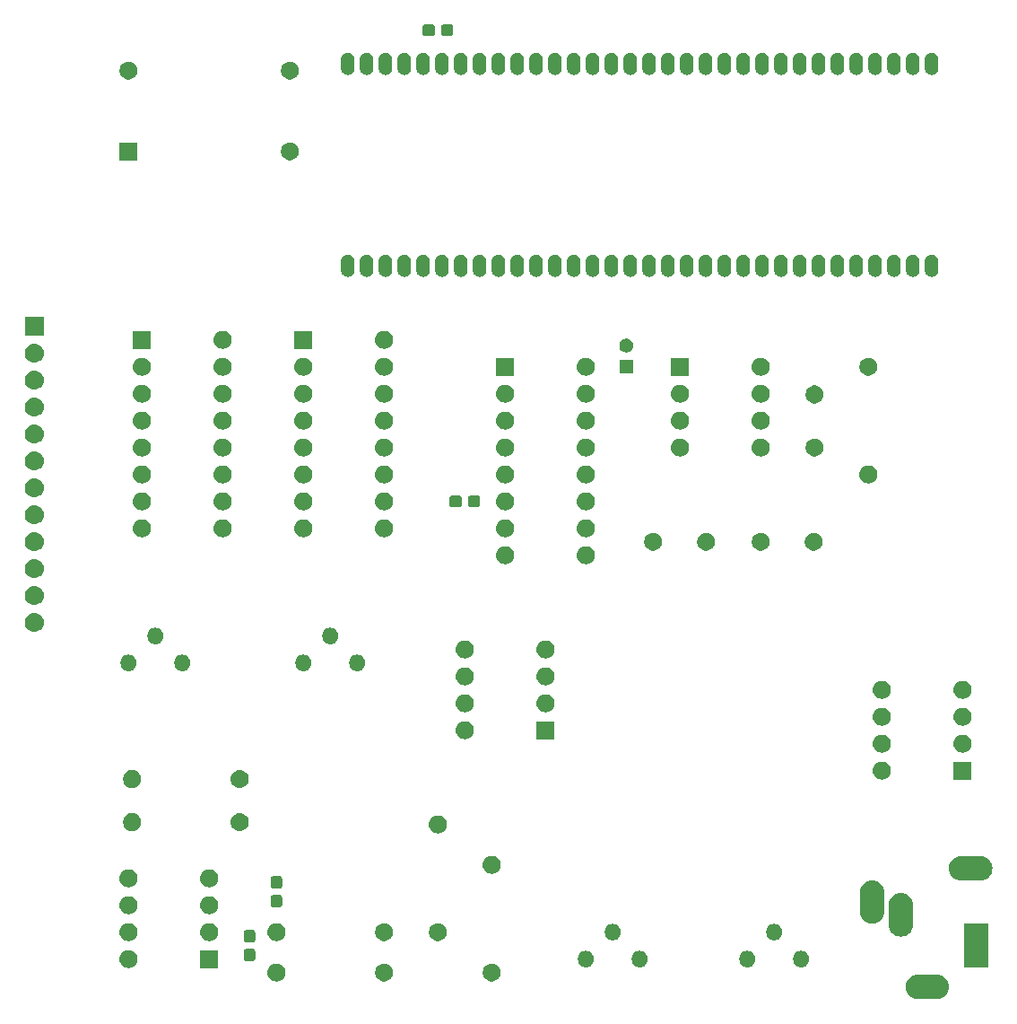
<source format=gts>
G04 #@! TF.GenerationSoftware,KiCad,Pcbnew,(5.1.4)-1*
G04 #@! TF.CreationDate,2020-01-15T00:46:40+09:00*
G04 #@! TF.ProjectId,m5fm,6d35666d-2e6b-4696-9361-645f70636258,rev?*
G04 #@! TF.SameCoordinates,Original*
G04 #@! TF.FileFunction,Soldermask,Top*
G04 #@! TF.FilePolarity,Negative*
%FSLAX46Y46*%
G04 Gerber Fmt 4.6, Leading zero omitted, Abs format (unit mm)*
G04 Created by KiCad (PCBNEW (5.1.4)-1) date 2020-01-15 00:46:40*
%MOMM*%
%LPD*%
G04 APERTURE LIST*
%ADD10C,0.100000*%
G04 APERTURE END LIST*
D10*
G36*
X152679271Y-119600103D02*
G01*
X152735635Y-119605654D01*
X152952600Y-119671470D01*
X152952602Y-119671471D01*
X153152555Y-119778347D01*
X153327818Y-119922182D01*
X153471653Y-120097445D01*
X153578529Y-120297398D01*
X153644346Y-120514366D01*
X153666569Y-120740000D01*
X153644346Y-120965634D01*
X153578529Y-121182602D01*
X153471653Y-121382555D01*
X153327818Y-121557818D01*
X153152555Y-121701653D01*
X152952602Y-121808529D01*
X152952600Y-121808530D01*
X152735635Y-121874346D01*
X152679271Y-121879897D01*
X152566545Y-121891000D01*
X150653455Y-121891000D01*
X150540729Y-121879897D01*
X150484365Y-121874346D01*
X150267400Y-121808530D01*
X150267398Y-121808529D01*
X150067445Y-121701653D01*
X149892182Y-121557818D01*
X149748347Y-121382555D01*
X149641471Y-121182602D01*
X149575654Y-120965634D01*
X149553431Y-120740000D01*
X149575654Y-120514366D01*
X149641471Y-120297398D01*
X149748347Y-120097445D01*
X149892182Y-119922182D01*
X150067445Y-119778347D01*
X150267398Y-119671471D01*
X150267400Y-119671470D01*
X150484365Y-119605654D01*
X150540729Y-119600103D01*
X150653455Y-119589000D01*
X152566545Y-119589000D01*
X152679271Y-119600103D01*
X152679271Y-119600103D01*
G37*
G36*
X110738228Y-118561703D02*
G01*
X110893100Y-118625853D01*
X111032481Y-118718985D01*
X111151015Y-118837519D01*
X111244147Y-118976900D01*
X111308297Y-119131772D01*
X111341000Y-119296184D01*
X111341000Y-119463816D01*
X111308297Y-119628228D01*
X111244147Y-119783100D01*
X111151015Y-119922481D01*
X111032481Y-120041015D01*
X110893100Y-120134147D01*
X110738228Y-120198297D01*
X110573816Y-120231000D01*
X110406184Y-120231000D01*
X110241772Y-120198297D01*
X110086900Y-120134147D01*
X109947519Y-120041015D01*
X109828985Y-119922481D01*
X109735853Y-119783100D01*
X109671703Y-119628228D01*
X109639000Y-119463816D01*
X109639000Y-119296184D01*
X109671703Y-119131772D01*
X109735853Y-118976900D01*
X109828985Y-118837519D01*
X109947519Y-118718985D01*
X110086900Y-118625853D01*
X110241772Y-118561703D01*
X110406184Y-118529000D01*
X110573816Y-118529000D01*
X110738228Y-118561703D01*
X110738228Y-118561703D01*
G37*
G36*
X100578228Y-118561703D02*
G01*
X100733100Y-118625853D01*
X100872481Y-118718985D01*
X100991015Y-118837519D01*
X101084147Y-118976900D01*
X101148297Y-119131772D01*
X101181000Y-119296184D01*
X101181000Y-119463816D01*
X101148297Y-119628228D01*
X101084147Y-119783100D01*
X100991015Y-119922481D01*
X100872481Y-120041015D01*
X100733100Y-120134147D01*
X100578228Y-120198297D01*
X100413816Y-120231000D01*
X100246184Y-120231000D01*
X100081772Y-120198297D01*
X99926900Y-120134147D01*
X99787519Y-120041015D01*
X99668985Y-119922481D01*
X99575853Y-119783100D01*
X99511703Y-119628228D01*
X99479000Y-119463816D01*
X99479000Y-119296184D01*
X99511703Y-119131772D01*
X99575853Y-118976900D01*
X99668985Y-118837519D01*
X99787519Y-118718985D01*
X99926900Y-118625853D01*
X100081772Y-118561703D01*
X100246184Y-118529000D01*
X100413816Y-118529000D01*
X100578228Y-118561703D01*
X100578228Y-118561703D01*
G37*
G36*
X90336823Y-118541313D02*
G01*
X90497242Y-118589976D01*
X90564361Y-118625852D01*
X90645078Y-118668996D01*
X90774659Y-118775341D01*
X90881004Y-118904922D01*
X90881005Y-118904924D01*
X90960024Y-119052758D01*
X91008687Y-119213177D01*
X91025117Y-119380000D01*
X91008687Y-119546823D01*
X90960024Y-119707242D01*
X90919477Y-119783100D01*
X90881004Y-119855078D01*
X90774659Y-119984659D01*
X90645078Y-120091004D01*
X90645076Y-120091005D01*
X90497242Y-120170024D01*
X90336823Y-120218687D01*
X90211804Y-120231000D01*
X90128196Y-120231000D01*
X90003177Y-120218687D01*
X89842758Y-120170024D01*
X89694924Y-120091005D01*
X89694922Y-120091004D01*
X89565341Y-119984659D01*
X89458996Y-119855078D01*
X89420523Y-119783100D01*
X89379976Y-119707242D01*
X89331313Y-119546823D01*
X89314883Y-119380000D01*
X89331313Y-119213177D01*
X89379976Y-119052758D01*
X89458995Y-118904924D01*
X89458996Y-118904922D01*
X89565341Y-118775341D01*
X89694922Y-118668996D01*
X89775639Y-118625852D01*
X89842758Y-118589976D01*
X90003177Y-118541313D01*
X90128196Y-118529000D01*
X90211804Y-118529000D01*
X90336823Y-118541313D01*
X90336823Y-118541313D01*
G37*
G36*
X84671000Y-118961000D02*
G01*
X82969000Y-118961000D01*
X82969000Y-117259000D01*
X84671000Y-117259000D01*
X84671000Y-118961000D01*
X84671000Y-118961000D01*
G37*
G36*
X76366823Y-117271313D02*
G01*
X76527242Y-117319976D01*
X76618265Y-117368629D01*
X76675078Y-117398996D01*
X76804659Y-117505341D01*
X76911004Y-117634922D01*
X76911005Y-117634924D01*
X76990024Y-117782758D01*
X77038687Y-117943177D01*
X77055117Y-118110000D01*
X77038687Y-118276823D01*
X76990024Y-118437242D01*
X76940978Y-118529000D01*
X76911004Y-118585078D01*
X76804659Y-118714659D01*
X76675078Y-118821004D01*
X76675076Y-118821005D01*
X76527242Y-118900024D01*
X76366823Y-118948687D01*
X76241804Y-118961000D01*
X76158196Y-118961000D01*
X76033177Y-118948687D01*
X75872758Y-118900024D01*
X75724924Y-118821005D01*
X75724922Y-118821004D01*
X75595341Y-118714659D01*
X75488996Y-118585078D01*
X75459022Y-118529000D01*
X75409976Y-118437242D01*
X75361313Y-118276823D01*
X75344883Y-118110000D01*
X75361313Y-117943177D01*
X75409976Y-117782758D01*
X75488995Y-117634924D01*
X75488996Y-117634922D01*
X75595341Y-117505341D01*
X75724922Y-117398996D01*
X75781735Y-117368629D01*
X75872758Y-117319976D01*
X76033177Y-117271313D01*
X76158196Y-117259000D01*
X76241804Y-117259000D01*
X76366823Y-117271313D01*
X76366823Y-117271313D01*
G37*
G36*
X157361000Y-118891000D02*
G01*
X155059000Y-118891000D01*
X155059000Y-114789000D01*
X157361000Y-114789000D01*
X157361000Y-118891000D01*
X157361000Y-118891000D01*
G37*
G36*
X139809309Y-117345638D02*
G01*
X139924893Y-117368629D01*
X140065206Y-117426748D01*
X140191484Y-117511125D01*
X140298875Y-117618516D01*
X140383252Y-117744794D01*
X140441371Y-117885107D01*
X140471000Y-118034063D01*
X140471000Y-118185937D01*
X140441371Y-118334893D01*
X140383252Y-118475206D01*
X140298875Y-118601484D01*
X140191484Y-118708875D01*
X140065206Y-118793252D01*
X139924893Y-118851371D01*
X139825589Y-118871124D01*
X139775938Y-118881000D01*
X139624062Y-118881000D01*
X139574411Y-118871124D01*
X139475107Y-118851371D01*
X139334794Y-118793252D01*
X139208516Y-118708875D01*
X139101125Y-118601484D01*
X139016748Y-118475206D01*
X138958629Y-118334893D01*
X138929000Y-118185937D01*
X138929000Y-118034063D01*
X138958629Y-117885107D01*
X139016748Y-117744794D01*
X139101125Y-117618516D01*
X139208516Y-117511125D01*
X139334794Y-117426748D01*
X139475107Y-117368629D01*
X139590691Y-117345638D01*
X139624062Y-117339000D01*
X139775938Y-117339000D01*
X139809309Y-117345638D01*
X139809309Y-117345638D01*
G37*
G36*
X119489309Y-117345638D02*
G01*
X119604893Y-117368629D01*
X119745206Y-117426748D01*
X119871484Y-117511125D01*
X119978875Y-117618516D01*
X120063252Y-117744794D01*
X120121371Y-117885107D01*
X120151000Y-118034063D01*
X120151000Y-118185937D01*
X120121371Y-118334893D01*
X120063252Y-118475206D01*
X119978875Y-118601484D01*
X119871484Y-118708875D01*
X119745206Y-118793252D01*
X119604893Y-118851371D01*
X119505589Y-118871124D01*
X119455938Y-118881000D01*
X119304062Y-118881000D01*
X119254411Y-118871124D01*
X119155107Y-118851371D01*
X119014794Y-118793252D01*
X118888516Y-118708875D01*
X118781125Y-118601484D01*
X118696748Y-118475206D01*
X118638629Y-118334893D01*
X118609000Y-118185937D01*
X118609000Y-118034063D01*
X118638629Y-117885107D01*
X118696748Y-117744794D01*
X118781125Y-117618516D01*
X118888516Y-117511125D01*
X119014794Y-117426748D01*
X119155107Y-117368629D01*
X119270691Y-117345638D01*
X119304062Y-117339000D01*
X119455938Y-117339000D01*
X119489309Y-117345638D01*
X119489309Y-117345638D01*
G37*
G36*
X124569309Y-117345638D02*
G01*
X124684893Y-117368629D01*
X124825206Y-117426748D01*
X124951484Y-117511125D01*
X125058875Y-117618516D01*
X125143252Y-117744794D01*
X125201371Y-117885107D01*
X125231000Y-118034063D01*
X125231000Y-118185937D01*
X125201371Y-118334893D01*
X125143252Y-118475206D01*
X125058875Y-118601484D01*
X124951484Y-118708875D01*
X124825206Y-118793252D01*
X124684893Y-118851371D01*
X124585589Y-118871124D01*
X124535938Y-118881000D01*
X124384062Y-118881000D01*
X124334411Y-118871124D01*
X124235107Y-118851371D01*
X124094794Y-118793252D01*
X123968516Y-118708875D01*
X123861125Y-118601484D01*
X123776748Y-118475206D01*
X123718629Y-118334893D01*
X123689000Y-118185937D01*
X123689000Y-118034063D01*
X123718629Y-117885107D01*
X123776748Y-117744794D01*
X123861125Y-117618516D01*
X123968516Y-117511125D01*
X124094794Y-117426748D01*
X124235107Y-117368629D01*
X124350691Y-117345638D01*
X124384062Y-117339000D01*
X124535938Y-117339000D01*
X124569309Y-117345638D01*
X124569309Y-117345638D01*
G37*
G36*
X134729309Y-117345638D02*
G01*
X134844893Y-117368629D01*
X134985206Y-117426748D01*
X135111484Y-117511125D01*
X135218875Y-117618516D01*
X135303252Y-117744794D01*
X135361371Y-117885107D01*
X135391000Y-118034063D01*
X135391000Y-118185937D01*
X135361371Y-118334893D01*
X135303252Y-118475206D01*
X135218875Y-118601484D01*
X135111484Y-118708875D01*
X134985206Y-118793252D01*
X134844893Y-118851371D01*
X134745589Y-118871124D01*
X134695938Y-118881000D01*
X134544062Y-118881000D01*
X134494411Y-118871124D01*
X134395107Y-118851371D01*
X134254794Y-118793252D01*
X134128516Y-118708875D01*
X134021125Y-118601484D01*
X133936748Y-118475206D01*
X133878629Y-118334893D01*
X133849000Y-118185937D01*
X133849000Y-118034063D01*
X133878629Y-117885107D01*
X133936748Y-117744794D01*
X134021125Y-117618516D01*
X134128516Y-117511125D01*
X134254794Y-117426748D01*
X134395107Y-117368629D01*
X134510691Y-117345638D01*
X134544062Y-117339000D01*
X134695938Y-117339000D01*
X134729309Y-117345638D01*
X134729309Y-117345638D01*
G37*
G36*
X87994499Y-117143445D02*
G01*
X88031995Y-117154820D01*
X88066554Y-117173292D01*
X88096847Y-117198153D01*
X88121708Y-117228446D01*
X88140180Y-117263005D01*
X88151555Y-117300501D01*
X88156000Y-117345638D01*
X88156000Y-118084362D01*
X88151555Y-118129499D01*
X88140180Y-118166995D01*
X88121708Y-118201554D01*
X88096847Y-118231847D01*
X88066554Y-118256708D01*
X88031995Y-118275180D01*
X87994499Y-118286555D01*
X87949362Y-118291000D01*
X87310638Y-118291000D01*
X87265501Y-118286555D01*
X87228005Y-118275180D01*
X87193446Y-118256708D01*
X87163153Y-118231847D01*
X87138292Y-118201554D01*
X87119820Y-118166995D01*
X87108445Y-118129499D01*
X87104000Y-118084362D01*
X87104000Y-117345638D01*
X87108445Y-117300501D01*
X87119820Y-117263005D01*
X87138292Y-117228446D01*
X87163153Y-117198153D01*
X87193446Y-117173292D01*
X87228005Y-117154820D01*
X87265501Y-117143445D01*
X87310638Y-117139000D01*
X87949362Y-117139000D01*
X87994499Y-117143445D01*
X87994499Y-117143445D01*
G37*
G36*
X87994499Y-115393445D02*
G01*
X88031995Y-115404820D01*
X88066554Y-115423292D01*
X88096847Y-115448153D01*
X88121708Y-115478446D01*
X88140180Y-115513005D01*
X88151555Y-115550501D01*
X88156000Y-115595638D01*
X88156000Y-116334362D01*
X88151555Y-116379499D01*
X88140180Y-116416995D01*
X88121708Y-116451554D01*
X88096847Y-116481847D01*
X88066554Y-116506708D01*
X88031995Y-116525180D01*
X87994499Y-116536555D01*
X87949362Y-116541000D01*
X87310638Y-116541000D01*
X87265501Y-116536555D01*
X87228005Y-116525180D01*
X87193446Y-116506708D01*
X87163153Y-116481847D01*
X87138292Y-116451554D01*
X87119820Y-116416995D01*
X87108445Y-116379499D01*
X87104000Y-116334362D01*
X87104000Y-115595638D01*
X87108445Y-115550501D01*
X87119820Y-115513005D01*
X87138292Y-115478446D01*
X87163153Y-115448153D01*
X87193446Y-115423292D01*
X87228005Y-115404820D01*
X87265501Y-115393445D01*
X87310638Y-115389000D01*
X87949362Y-115389000D01*
X87994499Y-115393445D01*
X87994499Y-115393445D01*
G37*
G36*
X100578228Y-114751703D02*
G01*
X100733100Y-114815853D01*
X100872481Y-114908985D01*
X100991015Y-115027519D01*
X101084147Y-115166900D01*
X101148297Y-115321772D01*
X101181000Y-115486184D01*
X101181000Y-115653816D01*
X101148297Y-115818228D01*
X101084147Y-115973100D01*
X100991015Y-116112481D01*
X100872481Y-116231015D01*
X100733100Y-116324147D01*
X100578228Y-116388297D01*
X100413816Y-116421000D01*
X100246184Y-116421000D01*
X100081772Y-116388297D01*
X99926900Y-116324147D01*
X99787519Y-116231015D01*
X99668985Y-116112481D01*
X99575853Y-115973100D01*
X99511703Y-115818228D01*
X99479000Y-115653816D01*
X99479000Y-115486184D01*
X99511703Y-115321772D01*
X99575853Y-115166900D01*
X99668985Y-115027519D01*
X99787519Y-114908985D01*
X99926900Y-114815853D01*
X100081772Y-114751703D01*
X100246184Y-114719000D01*
X100413816Y-114719000D01*
X100578228Y-114751703D01*
X100578228Y-114751703D01*
G37*
G36*
X83986823Y-114731313D02*
G01*
X84147242Y-114779976D01*
X84182833Y-114799000D01*
X84295078Y-114858996D01*
X84424659Y-114965341D01*
X84531004Y-115094922D01*
X84531005Y-115094924D01*
X84610024Y-115242758D01*
X84658687Y-115403177D01*
X84675117Y-115570000D01*
X84658687Y-115736823D01*
X84610024Y-115897242D01*
X84539114Y-116029906D01*
X84531004Y-116045078D01*
X84424659Y-116174659D01*
X84295078Y-116281004D01*
X84295076Y-116281005D01*
X84147242Y-116360024D01*
X83986823Y-116408687D01*
X83861804Y-116421000D01*
X83778196Y-116421000D01*
X83653177Y-116408687D01*
X83492758Y-116360024D01*
X83344924Y-116281005D01*
X83344922Y-116281004D01*
X83215341Y-116174659D01*
X83108996Y-116045078D01*
X83100886Y-116029906D01*
X83029976Y-115897242D01*
X82981313Y-115736823D01*
X82964883Y-115570000D01*
X82981313Y-115403177D01*
X83029976Y-115242758D01*
X83108995Y-115094924D01*
X83108996Y-115094922D01*
X83215341Y-114965341D01*
X83344922Y-114858996D01*
X83457167Y-114799000D01*
X83492758Y-114779976D01*
X83653177Y-114731313D01*
X83778196Y-114719000D01*
X83861804Y-114719000D01*
X83986823Y-114731313D01*
X83986823Y-114731313D01*
G37*
G36*
X76366823Y-114731313D02*
G01*
X76527242Y-114779976D01*
X76562833Y-114799000D01*
X76675078Y-114858996D01*
X76804659Y-114965341D01*
X76911004Y-115094922D01*
X76911005Y-115094924D01*
X76990024Y-115242758D01*
X77038687Y-115403177D01*
X77055117Y-115570000D01*
X77038687Y-115736823D01*
X76990024Y-115897242D01*
X76919114Y-116029906D01*
X76911004Y-116045078D01*
X76804659Y-116174659D01*
X76675078Y-116281004D01*
X76675076Y-116281005D01*
X76527242Y-116360024D01*
X76366823Y-116408687D01*
X76241804Y-116421000D01*
X76158196Y-116421000D01*
X76033177Y-116408687D01*
X75872758Y-116360024D01*
X75724924Y-116281005D01*
X75724922Y-116281004D01*
X75595341Y-116174659D01*
X75488996Y-116045078D01*
X75480886Y-116029906D01*
X75409976Y-115897242D01*
X75361313Y-115736823D01*
X75344883Y-115570000D01*
X75361313Y-115403177D01*
X75409976Y-115242758D01*
X75488995Y-115094924D01*
X75488996Y-115094922D01*
X75595341Y-114965341D01*
X75724922Y-114858996D01*
X75837167Y-114799000D01*
X75872758Y-114779976D01*
X76033177Y-114731313D01*
X76158196Y-114719000D01*
X76241804Y-114719000D01*
X76366823Y-114731313D01*
X76366823Y-114731313D01*
G37*
G36*
X105658228Y-114751703D02*
G01*
X105813100Y-114815853D01*
X105952481Y-114908985D01*
X106071015Y-115027519D01*
X106164147Y-115166900D01*
X106228297Y-115321772D01*
X106261000Y-115486184D01*
X106261000Y-115653816D01*
X106228297Y-115818228D01*
X106164147Y-115973100D01*
X106071015Y-116112481D01*
X105952481Y-116231015D01*
X105813100Y-116324147D01*
X105658228Y-116388297D01*
X105493816Y-116421000D01*
X105326184Y-116421000D01*
X105161772Y-116388297D01*
X105006900Y-116324147D01*
X104867519Y-116231015D01*
X104748985Y-116112481D01*
X104655853Y-115973100D01*
X104591703Y-115818228D01*
X104559000Y-115653816D01*
X104559000Y-115486184D01*
X104591703Y-115321772D01*
X104655853Y-115166900D01*
X104748985Y-115027519D01*
X104867519Y-114908985D01*
X105006900Y-114815853D01*
X105161772Y-114751703D01*
X105326184Y-114719000D01*
X105493816Y-114719000D01*
X105658228Y-114751703D01*
X105658228Y-114751703D01*
G37*
G36*
X90336823Y-114731313D02*
G01*
X90497242Y-114779976D01*
X90532833Y-114799000D01*
X90645078Y-114858996D01*
X90774659Y-114965341D01*
X90881004Y-115094922D01*
X90881005Y-115094924D01*
X90960024Y-115242758D01*
X91008687Y-115403177D01*
X91025117Y-115570000D01*
X91008687Y-115736823D01*
X90960024Y-115897242D01*
X90889114Y-116029906D01*
X90881004Y-116045078D01*
X90774659Y-116174659D01*
X90645078Y-116281004D01*
X90645076Y-116281005D01*
X90497242Y-116360024D01*
X90336823Y-116408687D01*
X90211804Y-116421000D01*
X90128196Y-116421000D01*
X90003177Y-116408687D01*
X89842758Y-116360024D01*
X89694924Y-116281005D01*
X89694922Y-116281004D01*
X89565341Y-116174659D01*
X89458996Y-116045078D01*
X89450886Y-116029906D01*
X89379976Y-115897242D01*
X89331313Y-115736823D01*
X89314883Y-115570000D01*
X89331313Y-115403177D01*
X89379976Y-115242758D01*
X89458995Y-115094924D01*
X89458996Y-115094922D01*
X89565341Y-114965341D01*
X89694922Y-114858996D01*
X89807167Y-114799000D01*
X89842758Y-114779976D01*
X90003177Y-114731313D01*
X90128196Y-114719000D01*
X90211804Y-114719000D01*
X90336823Y-114731313D01*
X90336823Y-114731313D01*
G37*
G36*
X137285589Y-114808876D02*
G01*
X137384893Y-114828629D01*
X137525206Y-114886748D01*
X137651484Y-114971125D01*
X137758875Y-115078516D01*
X137843252Y-115204794D01*
X137901371Y-115345107D01*
X137931000Y-115494063D01*
X137931000Y-115645937D01*
X137901371Y-115794893D01*
X137843252Y-115935206D01*
X137758875Y-116061484D01*
X137651484Y-116168875D01*
X137525206Y-116253252D01*
X137384893Y-116311371D01*
X137320663Y-116324147D01*
X137235938Y-116341000D01*
X137084062Y-116341000D01*
X136999337Y-116324147D01*
X136935107Y-116311371D01*
X136794794Y-116253252D01*
X136668516Y-116168875D01*
X136561125Y-116061484D01*
X136476748Y-115935206D01*
X136418629Y-115794893D01*
X136389000Y-115645937D01*
X136389000Y-115494063D01*
X136418629Y-115345107D01*
X136476748Y-115204794D01*
X136561125Y-115078516D01*
X136668516Y-114971125D01*
X136794794Y-114886748D01*
X136935107Y-114828629D01*
X137034411Y-114808876D01*
X137084062Y-114799000D01*
X137235938Y-114799000D01*
X137285589Y-114808876D01*
X137285589Y-114808876D01*
G37*
G36*
X122045589Y-114808876D02*
G01*
X122144893Y-114828629D01*
X122285206Y-114886748D01*
X122411484Y-114971125D01*
X122518875Y-115078516D01*
X122603252Y-115204794D01*
X122661371Y-115345107D01*
X122691000Y-115494063D01*
X122691000Y-115645937D01*
X122661371Y-115794893D01*
X122603252Y-115935206D01*
X122518875Y-116061484D01*
X122411484Y-116168875D01*
X122285206Y-116253252D01*
X122144893Y-116311371D01*
X122080663Y-116324147D01*
X121995938Y-116341000D01*
X121844062Y-116341000D01*
X121759337Y-116324147D01*
X121695107Y-116311371D01*
X121554794Y-116253252D01*
X121428516Y-116168875D01*
X121321125Y-116061484D01*
X121236748Y-115935206D01*
X121178629Y-115794893D01*
X121149000Y-115645937D01*
X121149000Y-115494063D01*
X121178629Y-115345107D01*
X121236748Y-115204794D01*
X121321125Y-115078516D01*
X121428516Y-114971125D01*
X121554794Y-114886748D01*
X121695107Y-114828629D01*
X121794411Y-114808876D01*
X121844062Y-114799000D01*
X121995938Y-114799000D01*
X122045589Y-114808876D01*
X122045589Y-114808876D01*
G37*
G36*
X149335634Y-111905654D02*
G01*
X149552599Y-111971470D01*
X149552601Y-111971471D01*
X149752553Y-112078347D01*
X149779204Y-112100219D01*
X149927818Y-112222182D01*
X149963481Y-112265638D01*
X150071653Y-112397445D01*
X150155825Y-112554922D01*
X150178530Y-112597400D01*
X150244346Y-112814365D01*
X150261000Y-112983457D01*
X150261000Y-114896543D01*
X150244346Y-115065635D01*
X150202132Y-115204796D01*
X150178529Y-115282602D01*
X150071653Y-115482555D01*
X149927818Y-115657818D01*
X149752555Y-115801653D01*
X149552602Y-115908529D01*
X149552600Y-115908530D01*
X149335635Y-115974346D01*
X149110000Y-115996569D01*
X148884366Y-115974346D01*
X148667401Y-115908530D01*
X148667399Y-115908529D01*
X148467446Y-115801653D01*
X148292183Y-115657818D01*
X148148348Y-115482555D01*
X148041472Y-115282602D01*
X148017870Y-115204796D01*
X147975655Y-115065635D01*
X147959000Y-114896543D01*
X147959000Y-112983458D01*
X147975654Y-112814366D01*
X148041470Y-112597401D01*
X148064175Y-112554922D01*
X148148347Y-112397447D01*
X148170219Y-112370796D01*
X148292182Y-112222182D01*
X148382030Y-112148446D01*
X148467445Y-112078347D01*
X148667398Y-111971471D01*
X148667400Y-111971470D01*
X148884365Y-111905654D01*
X149110000Y-111883431D01*
X149335634Y-111905654D01*
X149335634Y-111905654D01*
G37*
G36*
X146635634Y-110705654D02*
G01*
X146852599Y-110771470D01*
X146852601Y-110771471D01*
X147052553Y-110878347D01*
X147052555Y-110878348D01*
X147052554Y-110878348D01*
X147227818Y-111022182D01*
X147287298Y-111094659D01*
X147371653Y-111197445D01*
X147446243Y-111336995D01*
X147478530Y-111397400D01*
X147497823Y-111461000D01*
X147544346Y-111614366D01*
X147561000Y-111783455D01*
X147561000Y-113696545D01*
X147544346Y-113865634D01*
X147478529Y-114082602D01*
X147371653Y-114282555D01*
X147227818Y-114457818D01*
X147052555Y-114601653D01*
X146852602Y-114708529D01*
X146852600Y-114708530D01*
X146635635Y-114774346D01*
X146410000Y-114796569D01*
X146184366Y-114774346D01*
X145967401Y-114708530D01*
X145967399Y-114708529D01*
X145767446Y-114601653D01*
X145592183Y-114457818D01*
X145448348Y-114282555D01*
X145341472Y-114082602D01*
X145275655Y-113865634D01*
X145271163Y-113820024D01*
X145259000Y-113696543D01*
X145259000Y-111783458D01*
X145275654Y-111614366D01*
X145341470Y-111397401D01*
X145341472Y-111397398D01*
X145448347Y-111197447D01*
X145470219Y-111170796D01*
X145592182Y-111022182D01*
X145671183Y-110957348D01*
X145767445Y-110878347D01*
X145967398Y-110771471D01*
X145967400Y-110771470D01*
X146184365Y-110705654D01*
X146410000Y-110683431D01*
X146635634Y-110705654D01*
X146635634Y-110705654D01*
G37*
G36*
X83986823Y-112191313D02*
G01*
X84147242Y-112239976D01*
X84279906Y-112310886D01*
X84295078Y-112318996D01*
X84424659Y-112425341D01*
X84531004Y-112554922D01*
X84531005Y-112554924D01*
X84610024Y-112702758D01*
X84658687Y-112863177D01*
X84675117Y-113030000D01*
X84658687Y-113196823D01*
X84610024Y-113357242D01*
X84539114Y-113489906D01*
X84531004Y-113505078D01*
X84424659Y-113634659D01*
X84295078Y-113741004D01*
X84295076Y-113741005D01*
X84147242Y-113820024D01*
X83986823Y-113868687D01*
X83861804Y-113881000D01*
X83778196Y-113881000D01*
X83653177Y-113868687D01*
X83492758Y-113820024D01*
X83344924Y-113741005D01*
X83344922Y-113741004D01*
X83215341Y-113634659D01*
X83108996Y-113505078D01*
X83100886Y-113489906D01*
X83029976Y-113357242D01*
X82981313Y-113196823D01*
X82964883Y-113030000D01*
X82981313Y-112863177D01*
X83029976Y-112702758D01*
X83108995Y-112554924D01*
X83108996Y-112554922D01*
X83215341Y-112425341D01*
X83344922Y-112318996D01*
X83360094Y-112310886D01*
X83492758Y-112239976D01*
X83653177Y-112191313D01*
X83778196Y-112179000D01*
X83861804Y-112179000D01*
X83986823Y-112191313D01*
X83986823Y-112191313D01*
G37*
G36*
X76366823Y-112191313D02*
G01*
X76527242Y-112239976D01*
X76659906Y-112310886D01*
X76675078Y-112318996D01*
X76804659Y-112425341D01*
X76911004Y-112554922D01*
X76911005Y-112554924D01*
X76990024Y-112702758D01*
X77038687Y-112863177D01*
X77055117Y-113030000D01*
X77038687Y-113196823D01*
X76990024Y-113357242D01*
X76919114Y-113489906D01*
X76911004Y-113505078D01*
X76804659Y-113634659D01*
X76675078Y-113741004D01*
X76675076Y-113741005D01*
X76527242Y-113820024D01*
X76366823Y-113868687D01*
X76241804Y-113881000D01*
X76158196Y-113881000D01*
X76033177Y-113868687D01*
X75872758Y-113820024D01*
X75724924Y-113741005D01*
X75724922Y-113741004D01*
X75595341Y-113634659D01*
X75488996Y-113505078D01*
X75480886Y-113489906D01*
X75409976Y-113357242D01*
X75361313Y-113196823D01*
X75344883Y-113030000D01*
X75361313Y-112863177D01*
X75409976Y-112702758D01*
X75488995Y-112554924D01*
X75488996Y-112554922D01*
X75595341Y-112425341D01*
X75724922Y-112318996D01*
X75740094Y-112310886D01*
X75872758Y-112239976D01*
X76033177Y-112191313D01*
X76158196Y-112179000D01*
X76241804Y-112179000D01*
X76366823Y-112191313D01*
X76366823Y-112191313D01*
G37*
G36*
X90534499Y-112063445D02*
G01*
X90571995Y-112074820D01*
X90606554Y-112093292D01*
X90636847Y-112118153D01*
X90661708Y-112148446D01*
X90680180Y-112183005D01*
X90691555Y-112220501D01*
X90696000Y-112265638D01*
X90696000Y-113004362D01*
X90691555Y-113049499D01*
X90680180Y-113086995D01*
X90661708Y-113121554D01*
X90636847Y-113151847D01*
X90606554Y-113176708D01*
X90571995Y-113195180D01*
X90534499Y-113206555D01*
X90489362Y-113211000D01*
X89850638Y-113211000D01*
X89805501Y-113206555D01*
X89768005Y-113195180D01*
X89733446Y-113176708D01*
X89703153Y-113151847D01*
X89678292Y-113121554D01*
X89659820Y-113086995D01*
X89648445Y-113049499D01*
X89644000Y-113004362D01*
X89644000Y-112265638D01*
X89648445Y-112220501D01*
X89659820Y-112183005D01*
X89678292Y-112148446D01*
X89703153Y-112118153D01*
X89733446Y-112093292D01*
X89768005Y-112074820D01*
X89805501Y-112063445D01*
X89850638Y-112059000D01*
X90489362Y-112059000D01*
X90534499Y-112063445D01*
X90534499Y-112063445D01*
G37*
G36*
X90534499Y-110313445D02*
G01*
X90571995Y-110324820D01*
X90606554Y-110343292D01*
X90636847Y-110368153D01*
X90661708Y-110398446D01*
X90680180Y-110433005D01*
X90691555Y-110470501D01*
X90696000Y-110515638D01*
X90696000Y-111254362D01*
X90691555Y-111299499D01*
X90680180Y-111336995D01*
X90661708Y-111371554D01*
X90636847Y-111401847D01*
X90606554Y-111426708D01*
X90571995Y-111445180D01*
X90534499Y-111456555D01*
X90489362Y-111461000D01*
X89850638Y-111461000D01*
X89805501Y-111456555D01*
X89768005Y-111445180D01*
X89733446Y-111426708D01*
X89703153Y-111401847D01*
X89678292Y-111371554D01*
X89659820Y-111336995D01*
X89648445Y-111299499D01*
X89644000Y-111254362D01*
X89644000Y-110515638D01*
X89648445Y-110470501D01*
X89659820Y-110433005D01*
X89678292Y-110398446D01*
X89703153Y-110368153D01*
X89733446Y-110343292D01*
X89768005Y-110324820D01*
X89805501Y-110313445D01*
X89850638Y-110309000D01*
X90489362Y-110309000D01*
X90534499Y-110313445D01*
X90534499Y-110313445D01*
G37*
G36*
X76366823Y-109651313D02*
G01*
X76527242Y-109699976D01*
X76650079Y-109765634D01*
X76675078Y-109778996D01*
X76804659Y-109885341D01*
X76911004Y-110014922D01*
X76911005Y-110014924D01*
X76990024Y-110162758D01*
X77038687Y-110323177D01*
X77055117Y-110490000D01*
X77038687Y-110656823D01*
X76990024Y-110817242D01*
X76957362Y-110878348D01*
X76911004Y-110965078D01*
X76804659Y-111094659D01*
X76675078Y-111201004D01*
X76675076Y-111201005D01*
X76527242Y-111280024D01*
X76366823Y-111328687D01*
X76241804Y-111341000D01*
X76158196Y-111341000D01*
X76033177Y-111328687D01*
X75872758Y-111280024D01*
X75724924Y-111201005D01*
X75724922Y-111201004D01*
X75595341Y-111094659D01*
X75488996Y-110965078D01*
X75442638Y-110878348D01*
X75409976Y-110817242D01*
X75361313Y-110656823D01*
X75344883Y-110490000D01*
X75361313Y-110323177D01*
X75409976Y-110162758D01*
X75488995Y-110014924D01*
X75488996Y-110014922D01*
X75595341Y-109885341D01*
X75724922Y-109778996D01*
X75749921Y-109765634D01*
X75872758Y-109699976D01*
X76033177Y-109651313D01*
X76158196Y-109639000D01*
X76241804Y-109639000D01*
X76366823Y-109651313D01*
X76366823Y-109651313D01*
G37*
G36*
X83986823Y-109651313D02*
G01*
X84147242Y-109699976D01*
X84270079Y-109765634D01*
X84295078Y-109778996D01*
X84424659Y-109885341D01*
X84531004Y-110014922D01*
X84531005Y-110014924D01*
X84610024Y-110162758D01*
X84658687Y-110323177D01*
X84675117Y-110490000D01*
X84658687Y-110656823D01*
X84610024Y-110817242D01*
X84577362Y-110878348D01*
X84531004Y-110965078D01*
X84424659Y-111094659D01*
X84295078Y-111201004D01*
X84295076Y-111201005D01*
X84147242Y-111280024D01*
X83986823Y-111328687D01*
X83861804Y-111341000D01*
X83778196Y-111341000D01*
X83653177Y-111328687D01*
X83492758Y-111280024D01*
X83344924Y-111201005D01*
X83344922Y-111201004D01*
X83215341Y-111094659D01*
X83108996Y-110965078D01*
X83062638Y-110878348D01*
X83029976Y-110817242D01*
X82981313Y-110656823D01*
X82964883Y-110490000D01*
X82981313Y-110323177D01*
X83029976Y-110162758D01*
X83108995Y-110014924D01*
X83108996Y-110014922D01*
X83215341Y-109885341D01*
X83344922Y-109778996D01*
X83369921Y-109765634D01*
X83492758Y-109699976D01*
X83653177Y-109651313D01*
X83778196Y-109639000D01*
X83861804Y-109639000D01*
X83986823Y-109651313D01*
X83986823Y-109651313D01*
G37*
G36*
X156779271Y-108400103D02*
G01*
X156835635Y-108405654D01*
X157052600Y-108471470D01*
X157052602Y-108471471D01*
X157252555Y-108578347D01*
X157427818Y-108722182D01*
X157571653Y-108897445D01*
X157678529Y-109097398D01*
X157678530Y-109097400D01*
X157744346Y-109314365D01*
X157766569Y-109540000D01*
X157744346Y-109765635D01*
X157694182Y-109931004D01*
X157678529Y-109982602D01*
X157571653Y-110182555D01*
X157427818Y-110357818D01*
X157252555Y-110501653D01*
X157052602Y-110608529D01*
X157052600Y-110608530D01*
X156835635Y-110674346D01*
X156779271Y-110679897D01*
X156666545Y-110691000D01*
X154753455Y-110691000D01*
X154640729Y-110679897D01*
X154584365Y-110674346D01*
X154367400Y-110608530D01*
X154367398Y-110608529D01*
X154167445Y-110501653D01*
X153992182Y-110357818D01*
X153848347Y-110182555D01*
X153741471Y-109982602D01*
X153725819Y-109931004D01*
X153675654Y-109765635D01*
X153653431Y-109540000D01*
X153675654Y-109314365D01*
X153741470Y-109097400D01*
X153741471Y-109097398D01*
X153848347Y-108897445D01*
X153992182Y-108722182D01*
X154167445Y-108578347D01*
X154367398Y-108471471D01*
X154367400Y-108471470D01*
X154584365Y-108405654D01*
X154640729Y-108400103D01*
X154753455Y-108389000D01*
X156666545Y-108389000D01*
X156779271Y-108400103D01*
X156779271Y-108400103D01*
G37*
G36*
X110656823Y-108381313D02*
G01*
X110817242Y-108429976D01*
X110949906Y-108500886D01*
X110965078Y-108508996D01*
X111094659Y-108615341D01*
X111201004Y-108744922D01*
X111201005Y-108744924D01*
X111280024Y-108892758D01*
X111328687Y-109053177D01*
X111345117Y-109220000D01*
X111328687Y-109386823D01*
X111280024Y-109547242D01*
X111230978Y-109639000D01*
X111201004Y-109695078D01*
X111094659Y-109824659D01*
X110965078Y-109931004D01*
X110965076Y-109931005D01*
X110817242Y-110010024D01*
X110656823Y-110058687D01*
X110531804Y-110071000D01*
X110448196Y-110071000D01*
X110323177Y-110058687D01*
X110162758Y-110010024D01*
X110014924Y-109931005D01*
X110014922Y-109931004D01*
X109885341Y-109824659D01*
X109778996Y-109695078D01*
X109749022Y-109639000D01*
X109699976Y-109547242D01*
X109651313Y-109386823D01*
X109634883Y-109220000D01*
X109651313Y-109053177D01*
X109699976Y-108892758D01*
X109778995Y-108744924D01*
X109778996Y-108744922D01*
X109885341Y-108615341D01*
X110014922Y-108508996D01*
X110030094Y-108500886D01*
X110162758Y-108429976D01*
X110323177Y-108381313D01*
X110448196Y-108369000D01*
X110531804Y-108369000D01*
X110656823Y-108381313D01*
X110656823Y-108381313D01*
G37*
G36*
X105576823Y-104571313D02*
G01*
X105737242Y-104619976D01*
X105869906Y-104690886D01*
X105885078Y-104698996D01*
X106014659Y-104805341D01*
X106121004Y-104934922D01*
X106121005Y-104934924D01*
X106200024Y-105082758D01*
X106248687Y-105243177D01*
X106265117Y-105410000D01*
X106248687Y-105576823D01*
X106200024Y-105737242D01*
X106129114Y-105869906D01*
X106121004Y-105885078D01*
X106014659Y-106014659D01*
X105885078Y-106121004D01*
X105885076Y-106121005D01*
X105737242Y-106200024D01*
X105576823Y-106248687D01*
X105451804Y-106261000D01*
X105368196Y-106261000D01*
X105243177Y-106248687D01*
X105082758Y-106200024D01*
X104934924Y-106121005D01*
X104934922Y-106121004D01*
X104805341Y-106014659D01*
X104698996Y-105885078D01*
X104690886Y-105869906D01*
X104619976Y-105737242D01*
X104571313Y-105576823D01*
X104554883Y-105410000D01*
X104571313Y-105243177D01*
X104619976Y-105082758D01*
X104698995Y-104934924D01*
X104698996Y-104934922D01*
X104805341Y-104805341D01*
X104934922Y-104698996D01*
X104950094Y-104690886D01*
X105082758Y-104619976D01*
X105243177Y-104571313D01*
X105368196Y-104559000D01*
X105451804Y-104559000D01*
X105576823Y-104571313D01*
X105576823Y-104571313D01*
G37*
G36*
X86861823Y-104346313D02*
G01*
X87022242Y-104394976D01*
X87089361Y-104430852D01*
X87170078Y-104473996D01*
X87299659Y-104580341D01*
X87406004Y-104709922D01*
X87406005Y-104709924D01*
X87485024Y-104857758D01*
X87533687Y-105018177D01*
X87550117Y-105185000D01*
X87533687Y-105351823D01*
X87485024Y-105512242D01*
X87444477Y-105588100D01*
X87406004Y-105660078D01*
X87299659Y-105789659D01*
X87170078Y-105896004D01*
X87170076Y-105896005D01*
X87022242Y-105975024D01*
X86861823Y-106023687D01*
X86736804Y-106036000D01*
X86653196Y-106036000D01*
X86528177Y-106023687D01*
X86367758Y-105975024D01*
X86219924Y-105896005D01*
X86219922Y-105896004D01*
X86090341Y-105789659D01*
X85983996Y-105660078D01*
X85945523Y-105588100D01*
X85904976Y-105512242D01*
X85856313Y-105351823D01*
X85839883Y-105185000D01*
X85856313Y-105018177D01*
X85904976Y-104857758D01*
X85983995Y-104709924D01*
X85983996Y-104709922D01*
X86090341Y-104580341D01*
X86219922Y-104473996D01*
X86300639Y-104430852D01*
X86367758Y-104394976D01*
X86528177Y-104346313D01*
X86653196Y-104334000D01*
X86736804Y-104334000D01*
X86861823Y-104346313D01*
X86861823Y-104346313D01*
G37*
G36*
X76783228Y-104366703D02*
G01*
X76938100Y-104430853D01*
X77077481Y-104523985D01*
X77196015Y-104642519D01*
X77289147Y-104781900D01*
X77353297Y-104936772D01*
X77386000Y-105101184D01*
X77386000Y-105268816D01*
X77353297Y-105433228D01*
X77289147Y-105588100D01*
X77196015Y-105727481D01*
X77077481Y-105846015D01*
X76938100Y-105939147D01*
X76783228Y-106003297D01*
X76618816Y-106036000D01*
X76451184Y-106036000D01*
X76286772Y-106003297D01*
X76131900Y-105939147D01*
X75992519Y-105846015D01*
X75873985Y-105727481D01*
X75780853Y-105588100D01*
X75716703Y-105433228D01*
X75684000Y-105268816D01*
X75684000Y-105101184D01*
X75716703Y-104936772D01*
X75780853Y-104781900D01*
X75873985Y-104642519D01*
X75992519Y-104523985D01*
X76131900Y-104430853D01*
X76286772Y-104366703D01*
X76451184Y-104334000D01*
X76618816Y-104334000D01*
X76783228Y-104366703D01*
X76783228Y-104366703D01*
G37*
G36*
X76783228Y-100316703D02*
G01*
X76938100Y-100380853D01*
X77077481Y-100473985D01*
X77196015Y-100592519D01*
X77289147Y-100731900D01*
X77353297Y-100886772D01*
X77386000Y-101051184D01*
X77386000Y-101218816D01*
X77353297Y-101383228D01*
X77289147Y-101538100D01*
X77196015Y-101677481D01*
X77077481Y-101796015D01*
X76938100Y-101889147D01*
X76783228Y-101953297D01*
X76618816Y-101986000D01*
X76451184Y-101986000D01*
X76286772Y-101953297D01*
X76131900Y-101889147D01*
X75992519Y-101796015D01*
X75873985Y-101677481D01*
X75780853Y-101538100D01*
X75716703Y-101383228D01*
X75684000Y-101218816D01*
X75684000Y-101051184D01*
X75716703Y-100886772D01*
X75780853Y-100731900D01*
X75873985Y-100592519D01*
X75992519Y-100473985D01*
X76131900Y-100380853D01*
X76286772Y-100316703D01*
X76451184Y-100284000D01*
X76618816Y-100284000D01*
X76783228Y-100316703D01*
X76783228Y-100316703D01*
G37*
G36*
X86861823Y-100296313D02*
G01*
X87022242Y-100344976D01*
X87089361Y-100380852D01*
X87170078Y-100423996D01*
X87299659Y-100530341D01*
X87406004Y-100659922D01*
X87406005Y-100659924D01*
X87485024Y-100807758D01*
X87533687Y-100968177D01*
X87550117Y-101135000D01*
X87533687Y-101301823D01*
X87485024Y-101462242D01*
X87444477Y-101538100D01*
X87406004Y-101610078D01*
X87299659Y-101739659D01*
X87170078Y-101846004D01*
X87170076Y-101846005D01*
X87022242Y-101925024D01*
X86861823Y-101973687D01*
X86736804Y-101986000D01*
X86653196Y-101986000D01*
X86528177Y-101973687D01*
X86367758Y-101925024D01*
X86219924Y-101846005D01*
X86219922Y-101846004D01*
X86090341Y-101739659D01*
X85983996Y-101610078D01*
X85945523Y-101538100D01*
X85904976Y-101462242D01*
X85856313Y-101301823D01*
X85839883Y-101135000D01*
X85856313Y-100968177D01*
X85904976Y-100807758D01*
X85983995Y-100659924D01*
X85983996Y-100659922D01*
X86090341Y-100530341D01*
X86219922Y-100423996D01*
X86300639Y-100380852D01*
X86367758Y-100344976D01*
X86528177Y-100296313D01*
X86653196Y-100284000D01*
X86736804Y-100284000D01*
X86861823Y-100296313D01*
X86861823Y-100296313D01*
G37*
G36*
X155791000Y-101181000D02*
G01*
X154089000Y-101181000D01*
X154089000Y-99479000D01*
X155791000Y-99479000D01*
X155791000Y-101181000D01*
X155791000Y-101181000D01*
G37*
G36*
X147486823Y-99491313D02*
G01*
X147647242Y-99539976D01*
X147779906Y-99610886D01*
X147795078Y-99618996D01*
X147924659Y-99725341D01*
X148031004Y-99854922D01*
X148031005Y-99854924D01*
X148110024Y-100002758D01*
X148158687Y-100163177D01*
X148175117Y-100330000D01*
X148158687Y-100496823D01*
X148110024Y-100657242D01*
X148108590Y-100659924D01*
X148031004Y-100805078D01*
X147924659Y-100934659D01*
X147795078Y-101041004D01*
X147795076Y-101041005D01*
X147647242Y-101120024D01*
X147486823Y-101168687D01*
X147361804Y-101181000D01*
X147278196Y-101181000D01*
X147153177Y-101168687D01*
X146992758Y-101120024D01*
X146844924Y-101041005D01*
X146844922Y-101041004D01*
X146715341Y-100934659D01*
X146608996Y-100805078D01*
X146531410Y-100659924D01*
X146529976Y-100657242D01*
X146481313Y-100496823D01*
X146464883Y-100330000D01*
X146481313Y-100163177D01*
X146529976Y-100002758D01*
X146608995Y-99854924D01*
X146608996Y-99854922D01*
X146715341Y-99725341D01*
X146844922Y-99618996D01*
X146860094Y-99610886D01*
X146992758Y-99539976D01*
X147153177Y-99491313D01*
X147278196Y-99479000D01*
X147361804Y-99479000D01*
X147486823Y-99491313D01*
X147486823Y-99491313D01*
G37*
G36*
X155106823Y-96951313D02*
G01*
X155267242Y-96999976D01*
X155399906Y-97070886D01*
X155415078Y-97078996D01*
X155544659Y-97185341D01*
X155651004Y-97314922D01*
X155651005Y-97314924D01*
X155730024Y-97462758D01*
X155778687Y-97623177D01*
X155795117Y-97790000D01*
X155778687Y-97956823D01*
X155730024Y-98117242D01*
X155659114Y-98249906D01*
X155651004Y-98265078D01*
X155544659Y-98394659D01*
X155415078Y-98501004D01*
X155415076Y-98501005D01*
X155267242Y-98580024D01*
X155106823Y-98628687D01*
X154981804Y-98641000D01*
X154898196Y-98641000D01*
X154773177Y-98628687D01*
X154612758Y-98580024D01*
X154464924Y-98501005D01*
X154464922Y-98501004D01*
X154335341Y-98394659D01*
X154228996Y-98265078D01*
X154220886Y-98249906D01*
X154149976Y-98117242D01*
X154101313Y-97956823D01*
X154084883Y-97790000D01*
X154101313Y-97623177D01*
X154149976Y-97462758D01*
X154228995Y-97314924D01*
X154228996Y-97314922D01*
X154335341Y-97185341D01*
X154464922Y-97078996D01*
X154480094Y-97070886D01*
X154612758Y-96999976D01*
X154773177Y-96951313D01*
X154898196Y-96939000D01*
X154981804Y-96939000D01*
X155106823Y-96951313D01*
X155106823Y-96951313D01*
G37*
G36*
X147486823Y-96951313D02*
G01*
X147647242Y-96999976D01*
X147779906Y-97070886D01*
X147795078Y-97078996D01*
X147924659Y-97185341D01*
X148031004Y-97314922D01*
X148031005Y-97314924D01*
X148110024Y-97462758D01*
X148158687Y-97623177D01*
X148175117Y-97790000D01*
X148158687Y-97956823D01*
X148110024Y-98117242D01*
X148039114Y-98249906D01*
X148031004Y-98265078D01*
X147924659Y-98394659D01*
X147795078Y-98501004D01*
X147795076Y-98501005D01*
X147647242Y-98580024D01*
X147486823Y-98628687D01*
X147361804Y-98641000D01*
X147278196Y-98641000D01*
X147153177Y-98628687D01*
X146992758Y-98580024D01*
X146844924Y-98501005D01*
X146844922Y-98501004D01*
X146715341Y-98394659D01*
X146608996Y-98265078D01*
X146600886Y-98249906D01*
X146529976Y-98117242D01*
X146481313Y-97956823D01*
X146464883Y-97790000D01*
X146481313Y-97623177D01*
X146529976Y-97462758D01*
X146608995Y-97314924D01*
X146608996Y-97314922D01*
X146715341Y-97185341D01*
X146844922Y-97078996D01*
X146860094Y-97070886D01*
X146992758Y-96999976D01*
X147153177Y-96951313D01*
X147278196Y-96939000D01*
X147361804Y-96939000D01*
X147486823Y-96951313D01*
X147486823Y-96951313D01*
G37*
G36*
X108116823Y-95681313D02*
G01*
X108277242Y-95729976D01*
X108409906Y-95800886D01*
X108425078Y-95808996D01*
X108554659Y-95915341D01*
X108661004Y-96044922D01*
X108661005Y-96044924D01*
X108740024Y-96192758D01*
X108788687Y-96353177D01*
X108805117Y-96520000D01*
X108788687Y-96686823D01*
X108740024Y-96847242D01*
X108690978Y-96939000D01*
X108661004Y-96995078D01*
X108554659Y-97124659D01*
X108425078Y-97231004D01*
X108425076Y-97231005D01*
X108277242Y-97310024D01*
X108116823Y-97358687D01*
X107991804Y-97371000D01*
X107908196Y-97371000D01*
X107783177Y-97358687D01*
X107622758Y-97310024D01*
X107474924Y-97231005D01*
X107474922Y-97231004D01*
X107345341Y-97124659D01*
X107238996Y-96995078D01*
X107209022Y-96939000D01*
X107159976Y-96847242D01*
X107111313Y-96686823D01*
X107094883Y-96520000D01*
X107111313Y-96353177D01*
X107159976Y-96192758D01*
X107238995Y-96044924D01*
X107238996Y-96044922D01*
X107345341Y-95915341D01*
X107474922Y-95808996D01*
X107490094Y-95800886D01*
X107622758Y-95729976D01*
X107783177Y-95681313D01*
X107908196Y-95669000D01*
X107991804Y-95669000D01*
X108116823Y-95681313D01*
X108116823Y-95681313D01*
G37*
G36*
X116421000Y-97371000D02*
G01*
X114719000Y-97371000D01*
X114719000Y-95669000D01*
X116421000Y-95669000D01*
X116421000Y-97371000D01*
X116421000Y-97371000D01*
G37*
G36*
X155106823Y-94411313D02*
G01*
X155267242Y-94459976D01*
X155399906Y-94530886D01*
X155415078Y-94538996D01*
X155544659Y-94645341D01*
X155651004Y-94774922D01*
X155651005Y-94774924D01*
X155730024Y-94922758D01*
X155778687Y-95083177D01*
X155795117Y-95250000D01*
X155778687Y-95416823D01*
X155730024Y-95577242D01*
X155680978Y-95669000D01*
X155651004Y-95725078D01*
X155544659Y-95854659D01*
X155415078Y-95961004D01*
X155415076Y-95961005D01*
X155267242Y-96040024D01*
X155106823Y-96088687D01*
X154981804Y-96101000D01*
X154898196Y-96101000D01*
X154773177Y-96088687D01*
X154612758Y-96040024D01*
X154464924Y-95961005D01*
X154464922Y-95961004D01*
X154335341Y-95854659D01*
X154228996Y-95725078D01*
X154199022Y-95669000D01*
X154149976Y-95577242D01*
X154101313Y-95416823D01*
X154084883Y-95250000D01*
X154101313Y-95083177D01*
X154149976Y-94922758D01*
X154228995Y-94774924D01*
X154228996Y-94774922D01*
X154335341Y-94645341D01*
X154464922Y-94538996D01*
X154480094Y-94530886D01*
X154612758Y-94459976D01*
X154773177Y-94411313D01*
X154898196Y-94399000D01*
X154981804Y-94399000D01*
X155106823Y-94411313D01*
X155106823Y-94411313D01*
G37*
G36*
X147486823Y-94411313D02*
G01*
X147647242Y-94459976D01*
X147779906Y-94530886D01*
X147795078Y-94538996D01*
X147924659Y-94645341D01*
X148031004Y-94774922D01*
X148031005Y-94774924D01*
X148110024Y-94922758D01*
X148158687Y-95083177D01*
X148175117Y-95250000D01*
X148158687Y-95416823D01*
X148110024Y-95577242D01*
X148060978Y-95669000D01*
X148031004Y-95725078D01*
X147924659Y-95854659D01*
X147795078Y-95961004D01*
X147795076Y-95961005D01*
X147647242Y-96040024D01*
X147486823Y-96088687D01*
X147361804Y-96101000D01*
X147278196Y-96101000D01*
X147153177Y-96088687D01*
X146992758Y-96040024D01*
X146844924Y-95961005D01*
X146844922Y-95961004D01*
X146715341Y-95854659D01*
X146608996Y-95725078D01*
X146579022Y-95669000D01*
X146529976Y-95577242D01*
X146481313Y-95416823D01*
X146464883Y-95250000D01*
X146481313Y-95083177D01*
X146529976Y-94922758D01*
X146608995Y-94774924D01*
X146608996Y-94774922D01*
X146715341Y-94645341D01*
X146844922Y-94538996D01*
X146860094Y-94530886D01*
X146992758Y-94459976D01*
X147153177Y-94411313D01*
X147278196Y-94399000D01*
X147361804Y-94399000D01*
X147486823Y-94411313D01*
X147486823Y-94411313D01*
G37*
G36*
X115736823Y-93141313D02*
G01*
X115897242Y-93189976D01*
X116029906Y-93260886D01*
X116045078Y-93268996D01*
X116174659Y-93375341D01*
X116281004Y-93504922D01*
X116281005Y-93504924D01*
X116360024Y-93652758D01*
X116408687Y-93813177D01*
X116425117Y-93980000D01*
X116408687Y-94146823D01*
X116360024Y-94307242D01*
X116310978Y-94399000D01*
X116281004Y-94455078D01*
X116174659Y-94584659D01*
X116045078Y-94691004D01*
X116045076Y-94691005D01*
X115897242Y-94770024D01*
X115736823Y-94818687D01*
X115611804Y-94831000D01*
X115528196Y-94831000D01*
X115403177Y-94818687D01*
X115242758Y-94770024D01*
X115094924Y-94691005D01*
X115094922Y-94691004D01*
X114965341Y-94584659D01*
X114858996Y-94455078D01*
X114829022Y-94399000D01*
X114779976Y-94307242D01*
X114731313Y-94146823D01*
X114714883Y-93980000D01*
X114731313Y-93813177D01*
X114779976Y-93652758D01*
X114858995Y-93504924D01*
X114858996Y-93504922D01*
X114965341Y-93375341D01*
X115094922Y-93268996D01*
X115110094Y-93260886D01*
X115242758Y-93189976D01*
X115403177Y-93141313D01*
X115528196Y-93129000D01*
X115611804Y-93129000D01*
X115736823Y-93141313D01*
X115736823Y-93141313D01*
G37*
G36*
X108116823Y-93141313D02*
G01*
X108277242Y-93189976D01*
X108409906Y-93260886D01*
X108425078Y-93268996D01*
X108554659Y-93375341D01*
X108661004Y-93504922D01*
X108661005Y-93504924D01*
X108740024Y-93652758D01*
X108788687Y-93813177D01*
X108805117Y-93980000D01*
X108788687Y-94146823D01*
X108740024Y-94307242D01*
X108690978Y-94399000D01*
X108661004Y-94455078D01*
X108554659Y-94584659D01*
X108425078Y-94691004D01*
X108425076Y-94691005D01*
X108277242Y-94770024D01*
X108116823Y-94818687D01*
X107991804Y-94831000D01*
X107908196Y-94831000D01*
X107783177Y-94818687D01*
X107622758Y-94770024D01*
X107474924Y-94691005D01*
X107474922Y-94691004D01*
X107345341Y-94584659D01*
X107238996Y-94455078D01*
X107209022Y-94399000D01*
X107159976Y-94307242D01*
X107111313Y-94146823D01*
X107094883Y-93980000D01*
X107111313Y-93813177D01*
X107159976Y-93652758D01*
X107238995Y-93504924D01*
X107238996Y-93504922D01*
X107345341Y-93375341D01*
X107474922Y-93268996D01*
X107490094Y-93260886D01*
X107622758Y-93189976D01*
X107783177Y-93141313D01*
X107908196Y-93129000D01*
X107991804Y-93129000D01*
X108116823Y-93141313D01*
X108116823Y-93141313D01*
G37*
G36*
X147486823Y-91871313D02*
G01*
X147647242Y-91919976D01*
X147779906Y-91990886D01*
X147795078Y-91998996D01*
X147924659Y-92105341D01*
X148031004Y-92234922D01*
X148031005Y-92234924D01*
X148110024Y-92382758D01*
X148158687Y-92543177D01*
X148175117Y-92710000D01*
X148158687Y-92876823D01*
X148110024Y-93037242D01*
X148060978Y-93129000D01*
X148031004Y-93185078D01*
X147924659Y-93314659D01*
X147795078Y-93421004D01*
X147795076Y-93421005D01*
X147647242Y-93500024D01*
X147486823Y-93548687D01*
X147361804Y-93561000D01*
X147278196Y-93561000D01*
X147153177Y-93548687D01*
X146992758Y-93500024D01*
X146844924Y-93421005D01*
X146844922Y-93421004D01*
X146715341Y-93314659D01*
X146608996Y-93185078D01*
X146579022Y-93129000D01*
X146529976Y-93037242D01*
X146481313Y-92876823D01*
X146464883Y-92710000D01*
X146481313Y-92543177D01*
X146529976Y-92382758D01*
X146608995Y-92234924D01*
X146608996Y-92234922D01*
X146715341Y-92105341D01*
X146844922Y-91998996D01*
X146860094Y-91990886D01*
X146992758Y-91919976D01*
X147153177Y-91871313D01*
X147278196Y-91859000D01*
X147361804Y-91859000D01*
X147486823Y-91871313D01*
X147486823Y-91871313D01*
G37*
G36*
X155106823Y-91871313D02*
G01*
X155267242Y-91919976D01*
X155399906Y-91990886D01*
X155415078Y-91998996D01*
X155544659Y-92105341D01*
X155651004Y-92234922D01*
X155651005Y-92234924D01*
X155730024Y-92382758D01*
X155778687Y-92543177D01*
X155795117Y-92710000D01*
X155778687Y-92876823D01*
X155730024Y-93037242D01*
X155680978Y-93129000D01*
X155651004Y-93185078D01*
X155544659Y-93314659D01*
X155415078Y-93421004D01*
X155415076Y-93421005D01*
X155267242Y-93500024D01*
X155106823Y-93548687D01*
X154981804Y-93561000D01*
X154898196Y-93561000D01*
X154773177Y-93548687D01*
X154612758Y-93500024D01*
X154464924Y-93421005D01*
X154464922Y-93421004D01*
X154335341Y-93314659D01*
X154228996Y-93185078D01*
X154199022Y-93129000D01*
X154149976Y-93037242D01*
X154101313Y-92876823D01*
X154084883Y-92710000D01*
X154101313Y-92543177D01*
X154149976Y-92382758D01*
X154228995Y-92234924D01*
X154228996Y-92234922D01*
X154335341Y-92105341D01*
X154464922Y-91998996D01*
X154480094Y-91990886D01*
X154612758Y-91919976D01*
X154773177Y-91871313D01*
X154898196Y-91859000D01*
X154981804Y-91859000D01*
X155106823Y-91871313D01*
X155106823Y-91871313D01*
G37*
G36*
X115736823Y-90601313D02*
G01*
X115897242Y-90649976D01*
X116029906Y-90720886D01*
X116045078Y-90728996D01*
X116174659Y-90835341D01*
X116281004Y-90964922D01*
X116281005Y-90964924D01*
X116360024Y-91112758D01*
X116408687Y-91273177D01*
X116425117Y-91440000D01*
X116408687Y-91606823D01*
X116360024Y-91767242D01*
X116310978Y-91859000D01*
X116281004Y-91915078D01*
X116174659Y-92044659D01*
X116045078Y-92151004D01*
X116045076Y-92151005D01*
X115897242Y-92230024D01*
X115736823Y-92278687D01*
X115611804Y-92291000D01*
X115528196Y-92291000D01*
X115403177Y-92278687D01*
X115242758Y-92230024D01*
X115094924Y-92151005D01*
X115094922Y-92151004D01*
X114965341Y-92044659D01*
X114858996Y-91915078D01*
X114829022Y-91859000D01*
X114779976Y-91767242D01*
X114731313Y-91606823D01*
X114714883Y-91440000D01*
X114731313Y-91273177D01*
X114779976Y-91112758D01*
X114858995Y-90964924D01*
X114858996Y-90964922D01*
X114965341Y-90835341D01*
X115094922Y-90728996D01*
X115110094Y-90720886D01*
X115242758Y-90649976D01*
X115403177Y-90601313D01*
X115528196Y-90589000D01*
X115611804Y-90589000D01*
X115736823Y-90601313D01*
X115736823Y-90601313D01*
G37*
G36*
X108116823Y-90601313D02*
G01*
X108277242Y-90649976D01*
X108409906Y-90720886D01*
X108425078Y-90728996D01*
X108554659Y-90835341D01*
X108661004Y-90964922D01*
X108661005Y-90964924D01*
X108740024Y-91112758D01*
X108788687Y-91273177D01*
X108805117Y-91440000D01*
X108788687Y-91606823D01*
X108740024Y-91767242D01*
X108690978Y-91859000D01*
X108661004Y-91915078D01*
X108554659Y-92044659D01*
X108425078Y-92151004D01*
X108425076Y-92151005D01*
X108277242Y-92230024D01*
X108116823Y-92278687D01*
X107991804Y-92291000D01*
X107908196Y-92291000D01*
X107783177Y-92278687D01*
X107622758Y-92230024D01*
X107474924Y-92151005D01*
X107474922Y-92151004D01*
X107345341Y-92044659D01*
X107238996Y-91915078D01*
X107209022Y-91859000D01*
X107159976Y-91767242D01*
X107111313Y-91606823D01*
X107094883Y-91440000D01*
X107111313Y-91273177D01*
X107159976Y-91112758D01*
X107238995Y-90964924D01*
X107238996Y-90964922D01*
X107345341Y-90835341D01*
X107474922Y-90728996D01*
X107490094Y-90720886D01*
X107622758Y-90649976D01*
X107783177Y-90601313D01*
X107908196Y-90589000D01*
X107991804Y-90589000D01*
X108116823Y-90601313D01*
X108116823Y-90601313D01*
G37*
G36*
X92835589Y-89408876D02*
G01*
X92934893Y-89428629D01*
X93075206Y-89486748D01*
X93201484Y-89571125D01*
X93308875Y-89678516D01*
X93393252Y-89804794D01*
X93451371Y-89945107D01*
X93481000Y-90094063D01*
X93481000Y-90245937D01*
X93451371Y-90394893D01*
X93393252Y-90535206D01*
X93308875Y-90661484D01*
X93201484Y-90768875D01*
X93075206Y-90853252D01*
X92934893Y-90911371D01*
X92835589Y-90931124D01*
X92785938Y-90941000D01*
X92634062Y-90941000D01*
X92584411Y-90931124D01*
X92485107Y-90911371D01*
X92344794Y-90853252D01*
X92218516Y-90768875D01*
X92111125Y-90661484D01*
X92026748Y-90535206D01*
X91968629Y-90394893D01*
X91939000Y-90245937D01*
X91939000Y-90094063D01*
X91968629Y-89945107D01*
X92026748Y-89804794D01*
X92111125Y-89678516D01*
X92218516Y-89571125D01*
X92344794Y-89486748D01*
X92485107Y-89428629D01*
X92584411Y-89408876D01*
X92634062Y-89399000D01*
X92785938Y-89399000D01*
X92835589Y-89408876D01*
X92835589Y-89408876D01*
G37*
G36*
X97915589Y-89408876D02*
G01*
X98014893Y-89428629D01*
X98155206Y-89486748D01*
X98281484Y-89571125D01*
X98388875Y-89678516D01*
X98473252Y-89804794D01*
X98531371Y-89945107D01*
X98561000Y-90094063D01*
X98561000Y-90245937D01*
X98531371Y-90394893D01*
X98473252Y-90535206D01*
X98388875Y-90661484D01*
X98281484Y-90768875D01*
X98155206Y-90853252D01*
X98014893Y-90911371D01*
X97915589Y-90931124D01*
X97865938Y-90941000D01*
X97714062Y-90941000D01*
X97664411Y-90931124D01*
X97565107Y-90911371D01*
X97424794Y-90853252D01*
X97298516Y-90768875D01*
X97191125Y-90661484D01*
X97106748Y-90535206D01*
X97048629Y-90394893D01*
X97019000Y-90245937D01*
X97019000Y-90094063D01*
X97048629Y-89945107D01*
X97106748Y-89804794D01*
X97191125Y-89678516D01*
X97298516Y-89571125D01*
X97424794Y-89486748D01*
X97565107Y-89428629D01*
X97664411Y-89408876D01*
X97714062Y-89399000D01*
X97865938Y-89399000D01*
X97915589Y-89408876D01*
X97915589Y-89408876D01*
G37*
G36*
X81405589Y-89408876D02*
G01*
X81504893Y-89428629D01*
X81645206Y-89486748D01*
X81771484Y-89571125D01*
X81878875Y-89678516D01*
X81963252Y-89804794D01*
X82021371Y-89945107D01*
X82051000Y-90094063D01*
X82051000Y-90245937D01*
X82021371Y-90394893D01*
X81963252Y-90535206D01*
X81878875Y-90661484D01*
X81771484Y-90768875D01*
X81645206Y-90853252D01*
X81504893Y-90911371D01*
X81405589Y-90931124D01*
X81355938Y-90941000D01*
X81204062Y-90941000D01*
X81154411Y-90931124D01*
X81055107Y-90911371D01*
X80914794Y-90853252D01*
X80788516Y-90768875D01*
X80681125Y-90661484D01*
X80596748Y-90535206D01*
X80538629Y-90394893D01*
X80509000Y-90245937D01*
X80509000Y-90094063D01*
X80538629Y-89945107D01*
X80596748Y-89804794D01*
X80681125Y-89678516D01*
X80788516Y-89571125D01*
X80914794Y-89486748D01*
X81055107Y-89428629D01*
X81154411Y-89408876D01*
X81204062Y-89399000D01*
X81355938Y-89399000D01*
X81405589Y-89408876D01*
X81405589Y-89408876D01*
G37*
G36*
X76325589Y-89408876D02*
G01*
X76424893Y-89428629D01*
X76565206Y-89486748D01*
X76691484Y-89571125D01*
X76798875Y-89678516D01*
X76883252Y-89804794D01*
X76941371Y-89945107D01*
X76971000Y-90094063D01*
X76971000Y-90245937D01*
X76941371Y-90394893D01*
X76883252Y-90535206D01*
X76798875Y-90661484D01*
X76691484Y-90768875D01*
X76565206Y-90853252D01*
X76424893Y-90911371D01*
X76325589Y-90931124D01*
X76275938Y-90941000D01*
X76124062Y-90941000D01*
X76074411Y-90931124D01*
X75975107Y-90911371D01*
X75834794Y-90853252D01*
X75708516Y-90768875D01*
X75601125Y-90661484D01*
X75516748Y-90535206D01*
X75458629Y-90394893D01*
X75429000Y-90245937D01*
X75429000Y-90094063D01*
X75458629Y-89945107D01*
X75516748Y-89804794D01*
X75601125Y-89678516D01*
X75708516Y-89571125D01*
X75834794Y-89486748D01*
X75975107Y-89428629D01*
X76074411Y-89408876D01*
X76124062Y-89399000D01*
X76275938Y-89399000D01*
X76325589Y-89408876D01*
X76325589Y-89408876D01*
G37*
G36*
X108116823Y-88061313D02*
G01*
X108277242Y-88109976D01*
X108409906Y-88180886D01*
X108425078Y-88188996D01*
X108554659Y-88295341D01*
X108661004Y-88424922D01*
X108661005Y-88424924D01*
X108740024Y-88572758D01*
X108788687Y-88733177D01*
X108805117Y-88900000D01*
X108788687Y-89066823D01*
X108740024Y-89227242D01*
X108669114Y-89359906D01*
X108661004Y-89375078D01*
X108554659Y-89504659D01*
X108425078Y-89611004D01*
X108425076Y-89611005D01*
X108277242Y-89690024D01*
X108116823Y-89738687D01*
X107991804Y-89751000D01*
X107908196Y-89751000D01*
X107783177Y-89738687D01*
X107622758Y-89690024D01*
X107474924Y-89611005D01*
X107474922Y-89611004D01*
X107345341Y-89504659D01*
X107238996Y-89375078D01*
X107230886Y-89359906D01*
X107159976Y-89227242D01*
X107111313Y-89066823D01*
X107094883Y-88900000D01*
X107111313Y-88733177D01*
X107159976Y-88572758D01*
X107238995Y-88424924D01*
X107238996Y-88424922D01*
X107345341Y-88295341D01*
X107474922Y-88188996D01*
X107490094Y-88180886D01*
X107622758Y-88109976D01*
X107783177Y-88061313D01*
X107908196Y-88049000D01*
X107991804Y-88049000D01*
X108116823Y-88061313D01*
X108116823Y-88061313D01*
G37*
G36*
X115736823Y-88061313D02*
G01*
X115897242Y-88109976D01*
X116029906Y-88180886D01*
X116045078Y-88188996D01*
X116174659Y-88295341D01*
X116281004Y-88424922D01*
X116281005Y-88424924D01*
X116360024Y-88572758D01*
X116408687Y-88733177D01*
X116425117Y-88900000D01*
X116408687Y-89066823D01*
X116360024Y-89227242D01*
X116289114Y-89359906D01*
X116281004Y-89375078D01*
X116174659Y-89504659D01*
X116045078Y-89611004D01*
X116045076Y-89611005D01*
X115897242Y-89690024D01*
X115736823Y-89738687D01*
X115611804Y-89751000D01*
X115528196Y-89751000D01*
X115403177Y-89738687D01*
X115242758Y-89690024D01*
X115094924Y-89611005D01*
X115094922Y-89611004D01*
X114965341Y-89504659D01*
X114858996Y-89375078D01*
X114850886Y-89359906D01*
X114779976Y-89227242D01*
X114731313Y-89066823D01*
X114714883Y-88900000D01*
X114731313Y-88733177D01*
X114779976Y-88572758D01*
X114858995Y-88424924D01*
X114858996Y-88424922D01*
X114965341Y-88295341D01*
X115094922Y-88188996D01*
X115110094Y-88180886D01*
X115242758Y-88109976D01*
X115403177Y-88061313D01*
X115528196Y-88049000D01*
X115611804Y-88049000D01*
X115736823Y-88061313D01*
X115736823Y-88061313D01*
G37*
G36*
X78865589Y-86868876D02*
G01*
X78964893Y-86888629D01*
X79105206Y-86946748D01*
X79231484Y-87031125D01*
X79338875Y-87138516D01*
X79423252Y-87264794D01*
X79481371Y-87405107D01*
X79511000Y-87554063D01*
X79511000Y-87705937D01*
X79481371Y-87854893D01*
X79423252Y-87995206D01*
X79338875Y-88121484D01*
X79231484Y-88228875D01*
X79105206Y-88313252D01*
X78964893Y-88371371D01*
X78865589Y-88391124D01*
X78815938Y-88401000D01*
X78664062Y-88401000D01*
X78614411Y-88391124D01*
X78515107Y-88371371D01*
X78374794Y-88313252D01*
X78248516Y-88228875D01*
X78141125Y-88121484D01*
X78056748Y-87995206D01*
X77998629Y-87854893D01*
X77969000Y-87705937D01*
X77969000Y-87554063D01*
X77998629Y-87405107D01*
X78056748Y-87264794D01*
X78141125Y-87138516D01*
X78248516Y-87031125D01*
X78374794Y-86946748D01*
X78515107Y-86888629D01*
X78614411Y-86868876D01*
X78664062Y-86859000D01*
X78815938Y-86859000D01*
X78865589Y-86868876D01*
X78865589Y-86868876D01*
G37*
G36*
X95375589Y-86868876D02*
G01*
X95474893Y-86888629D01*
X95615206Y-86946748D01*
X95741484Y-87031125D01*
X95848875Y-87138516D01*
X95933252Y-87264794D01*
X95991371Y-87405107D01*
X96021000Y-87554063D01*
X96021000Y-87705937D01*
X95991371Y-87854893D01*
X95933252Y-87995206D01*
X95848875Y-88121484D01*
X95741484Y-88228875D01*
X95615206Y-88313252D01*
X95474893Y-88371371D01*
X95375589Y-88391124D01*
X95325938Y-88401000D01*
X95174062Y-88401000D01*
X95124411Y-88391124D01*
X95025107Y-88371371D01*
X94884794Y-88313252D01*
X94758516Y-88228875D01*
X94651125Y-88121484D01*
X94566748Y-87995206D01*
X94508629Y-87854893D01*
X94479000Y-87705937D01*
X94479000Y-87554063D01*
X94508629Y-87405107D01*
X94566748Y-87264794D01*
X94651125Y-87138516D01*
X94758516Y-87031125D01*
X94884794Y-86946748D01*
X95025107Y-86888629D01*
X95124411Y-86868876D01*
X95174062Y-86859000D01*
X95325938Y-86859000D01*
X95375589Y-86868876D01*
X95375589Y-86868876D01*
G37*
G36*
X67420442Y-85465518D02*
G01*
X67486627Y-85472037D01*
X67656466Y-85523557D01*
X67812991Y-85607222D01*
X67848729Y-85636552D01*
X67950186Y-85719814D01*
X68033448Y-85821271D01*
X68062778Y-85857009D01*
X68146443Y-86013534D01*
X68197963Y-86183373D01*
X68215359Y-86360000D01*
X68197963Y-86536627D01*
X68146443Y-86706466D01*
X68062778Y-86862991D01*
X68041737Y-86888629D01*
X67950186Y-87000186D01*
X67848729Y-87083448D01*
X67812991Y-87112778D01*
X67656466Y-87196443D01*
X67486627Y-87247963D01*
X67420442Y-87254482D01*
X67354260Y-87261000D01*
X67265740Y-87261000D01*
X67199558Y-87254482D01*
X67133373Y-87247963D01*
X66963534Y-87196443D01*
X66807009Y-87112778D01*
X66771271Y-87083448D01*
X66669814Y-87000186D01*
X66578263Y-86888629D01*
X66557222Y-86862991D01*
X66473557Y-86706466D01*
X66422037Y-86536627D01*
X66404641Y-86360000D01*
X66422037Y-86183373D01*
X66473557Y-86013534D01*
X66557222Y-85857009D01*
X66586552Y-85821271D01*
X66669814Y-85719814D01*
X66771271Y-85636552D01*
X66807009Y-85607222D01*
X66963534Y-85523557D01*
X67133373Y-85472037D01*
X67199558Y-85465518D01*
X67265740Y-85459000D01*
X67354260Y-85459000D01*
X67420442Y-85465518D01*
X67420442Y-85465518D01*
G37*
G36*
X67420443Y-82925519D02*
G01*
X67486627Y-82932037D01*
X67656466Y-82983557D01*
X67812991Y-83067222D01*
X67848729Y-83096552D01*
X67950186Y-83179814D01*
X68033448Y-83281271D01*
X68062778Y-83317009D01*
X68146443Y-83473534D01*
X68197963Y-83643373D01*
X68215359Y-83820000D01*
X68197963Y-83996627D01*
X68146443Y-84166466D01*
X68062778Y-84322991D01*
X68033448Y-84358729D01*
X67950186Y-84460186D01*
X67848729Y-84543448D01*
X67812991Y-84572778D01*
X67656466Y-84656443D01*
X67486627Y-84707963D01*
X67420443Y-84714481D01*
X67354260Y-84721000D01*
X67265740Y-84721000D01*
X67199557Y-84714481D01*
X67133373Y-84707963D01*
X66963534Y-84656443D01*
X66807009Y-84572778D01*
X66771271Y-84543448D01*
X66669814Y-84460186D01*
X66586552Y-84358729D01*
X66557222Y-84322991D01*
X66473557Y-84166466D01*
X66422037Y-83996627D01*
X66404641Y-83820000D01*
X66422037Y-83643373D01*
X66473557Y-83473534D01*
X66557222Y-83317009D01*
X66586552Y-83281271D01*
X66669814Y-83179814D01*
X66771271Y-83096552D01*
X66807009Y-83067222D01*
X66963534Y-82983557D01*
X67133373Y-82932037D01*
X67199557Y-82925519D01*
X67265740Y-82919000D01*
X67354260Y-82919000D01*
X67420443Y-82925519D01*
X67420443Y-82925519D01*
G37*
G36*
X67420442Y-80385518D02*
G01*
X67486627Y-80392037D01*
X67656466Y-80443557D01*
X67812991Y-80527222D01*
X67848729Y-80556552D01*
X67950186Y-80639814D01*
X68033448Y-80741271D01*
X68062778Y-80777009D01*
X68146443Y-80933534D01*
X68197963Y-81103373D01*
X68215359Y-81280000D01*
X68197963Y-81456627D01*
X68146443Y-81626466D01*
X68062778Y-81782991D01*
X68033448Y-81818729D01*
X67950186Y-81920186D01*
X67848729Y-82003448D01*
X67812991Y-82032778D01*
X67656466Y-82116443D01*
X67486627Y-82167963D01*
X67420443Y-82174481D01*
X67354260Y-82181000D01*
X67265740Y-82181000D01*
X67199557Y-82174481D01*
X67133373Y-82167963D01*
X66963534Y-82116443D01*
X66807009Y-82032778D01*
X66771271Y-82003448D01*
X66669814Y-81920186D01*
X66586552Y-81818729D01*
X66557222Y-81782991D01*
X66473557Y-81626466D01*
X66422037Y-81456627D01*
X66404641Y-81280000D01*
X66422037Y-81103373D01*
X66473557Y-80933534D01*
X66557222Y-80777009D01*
X66586552Y-80741271D01*
X66669814Y-80639814D01*
X66771271Y-80556552D01*
X66807009Y-80527222D01*
X66963534Y-80443557D01*
X67133373Y-80392037D01*
X67199558Y-80385518D01*
X67265740Y-80379000D01*
X67354260Y-80379000D01*
X67420442Y-80385518D01*
X67420442Y-80385518D01*
G37*
G36*
X119546823Y-79171313D02*
G01*
X119707242Y-79219976D01*
X119839906Y-79290886D01*
X119855078Y-79298996D01*
X119984659Y-79405341D01*
X120091004Y-79534922D01*
X120091005Y-79534924D01*
X120170024Y-79682758D01*
X120218687Y-79843177D01*
X120235117Y-80010000D01*
X120218687Y-80176823D01*
X120170024Y-80337242D01*
X120140735Y-80392037D01*
X120091004Y-80485078D01*
X119984659Y-80614659D01*
X119855078Y-80721004D01*
X119855076Y-80721005D01*
X119707242Y-80800024D01*
X119546823Y-80848687D01*
X119421804Y-80861000D01*
X119338196Y-80861000D01*
X119213177Y-80848687D01*
X119052758Y-80800024D01*
X118904924Y-80721005D01*
X118904922Y-80721004D01*
X118775341Y-80614659D01*
X118668996Y-80485078D01*
X118619265Y-80392037D01*
X118589976Y-80337242D01*
X118541313Y-80176823D01*
X118524883Y-80010000D01*
X118541313Y-79843177D01*
X118589976Y-79682758D01*
X118668995Y-79534924D01*
X118668996Y-79534922D01*
X118775341Y-79405341D01*
X118904922Y-79298996D01*
X118920094Y-79290886D01*
X119052758Y-79219976D01*
X119213177Y-79171313D01*
X119338196Y-79159000D01*
X119421804Y-79159000D01*
X119546823Y-79171313D01*
X119546823Y-79171313D01*
G37*
G36*
X111926823Y-79171313D02*
G01*
X112087242Y-79219976D01*
X112219906Y-79290886D01*
X112235078Y-79298996D01*
X112364659Y-79405341D01*
X112471004Y-79534922D01*
X112471005Y-79534924D01*
X112550024Y-79682758D01*
X112598687Y-79843177D01*
X112615117Y-80010000D01*
X112598687Y-80176823D01*
X112550024Y-80337242D01*
X112520735Y-80392037D01*
X112471004Y-80485078D01*
X112364659Y-80614659D01*
X112235078Y-80721004D01*
X112235076Y-80721005D01*
X112087242Y-80800024D01*
X111926823Y-80848687D01*
X111801804Y-80861000D01*
X111718196Y-80861000D01*
X111593177Y-80848687D01*
X111432758Y-80800024D01*
X111284924Y-80721005D01*
X111284922Y-80721004D01*
X111155341Y-80614659D01*
X111048996Y-80485078D01*
X110999265Y-80392037D01*
X110969976Y-80337242D01*
X110921313Y-80176823D01*
X110904883Y-80010000D01*
X110921313Y-79843177D01*
X110969976Y-79682758D01*
X111048995Y-79534924D01*
X111048996Y-79534922D01*
X111155341Y-79405341D01*
X111284922Y-79298996D01*
X111300094Y-79290886D01*
X111432758Y-79219976D01*
X111593177Y-79171313D01*
X111718196Y-79159000D01*
X111801804Y-79159000D01*
X111926823Y-79171313D01*
X111926823Y-79171313D01*
G37*
G36*
X67420443Y-77845519D02*
G01*
X67486627Y-77852037D01*
X67656466Y-77903557D01*
X67812991Y-77987222D01*
X67848729Y-78016552D01*
X67950186Y-78099814D01*
X68030369Y-78197519D01*
X68062778Y-78237009D01*
X68146443Y-78393534D01*
X68197963Y-78563373D01*
X68215359Y-78740000D01*
X68197963Y-78916627D01*
X68146443Y-79086466D01*
X68062778Y-79242991D01*
X68033448Y-79278729D01*
X67950186Y-79380186D01*
X67848729Y-79463448D01*
X67812991Y-79492778D01*
X67656466Y-79576443D01*
X67486627Y-79627963D01*
X67420442Y-79634482D01*
X67354260Y-79641000D01*
X67265740Y-79641000D01*
X67199558Y-79634482D01*
X67133373Y-79627963D01*
X66963534Y-79576443D01*
X66807009Y-79492778D01*
X66771271Y-79463448D01*
X66669814Y-79380186D01*
X66586552Y-79278729D01*
X66557222Y-79242991D01*
X66473557Y-79086466D01*
X66422037Y-78916627D01*
X66404641Y-78740000D01*
X66422037Y-78563373D01*
X66473557Y-78393534D01*
X66557222Y-78237009D01*
X66589631Y-78197519D01*
X66669814Y-78099814D01*
X66771271Y-78016552D01*
X66807009Y-77987222D01*
X66963534Y-77903557D01*
X67133373Y-77852037D01*
X67199557Y-77845519D01*
X67265740Y-77839000D01*
X67354260Y-77839000D01*
X67420443Y-77845519D01*
X67420443Y-77845519D01*
G37*
G36*
X125978228Y-77921703D02*
G01*
X126133100Y-77985853D01*
X126272481Y-78078985D01*
X126391015Y-78197519D01*
X126484147Y-78336900D01*
X126548297Y-78491772D01*
X126581000Y-78656184D01*
X126581000Y-78823816D01*
X126548297Y-78988228D01*
X126484147Y-79143100D01*
X126391015Y-79282481D01*
X126272481Y-79401015D01*
X126133100Y-79494147D01*
X125978228Y-79558297D01*
X125813816Y-79591000D01*
X125646184Y-79591000D01*
X125481772Y-79558297D01*
X125326900Y-79494147D01*
X125187519Y-79401015D01*
X125068985Y-79282481D01*
X124975853Y-79143100D01*
X124911703Y-78988228D01*
X124879000Y-78823816D01*
X124879000Y-78656184D01*
X124911703Y-78491772D01*
X124975853Y-78336900D01*
X125068985Y-78197519D01*
X125187519Y-78078985D01*
X125326900Y-77985853D01*
X125481772Y-77921703D01*
X125646184Y-77889000D01*
X125813816Y-77889000D01*
X125978228Y-77921703D01*
X125978228Y-77921703D01*
G37*
G36*
X130978228Y-77921703D02*
G01*
X131133100Y-77985853D01*
X131272481Y-78078985D01*
X131391015Y-78197519D01*
X131484147Y-78336900D01*
X131548297Y-78491772D01*
X131581000Y-78656184D01*
X131581000Y-78823816D01*
X131548297Y-78988228D01*
X131484147Y-79143100D01*
X131391015Y-79282481D01*
X131272481Y-79401015D01*
X131133100Y-79494147D01*
X130978228Y-79558297D01*
X130813816Y-79591000D01*
X130646184Y-79591000D01*
X130481772Y-79558297D01*
X130326900Y-79494147D01*
X130187519Y-79401015D01*
X130068985Y-79282481D01*
X129975853Y-79143100D01*
X129911703Y-78988228D01*
X129879000Y-78823816D01*
X129879000Y-78656184D01*
X129911703Y-78491772D01*
X129975853Y-78336900D01*
X130068985Y-78197519D01*
X130187519Y-78078985D01*
X130326900Y-77985853D01*
X130481772Y-77921703D01*
X130646184Y-77889000D01*
X130813816Y-77889000D01*
X130978228Y-77921703D01*
X130978228Y-77921703D01*
G37*
G36*
X141138228Y-77921703D02*
G01*
X141293100Y-77985853D01*
X141432481Y-78078985D01*
X141551015Y-78197519D01*
X141644147Y-78336900D01*
X141708297Y-78491772D01*
X141741000Y-78656184D01*
X141741000Y-78823816D01*
X141708297Y-78988228D01*
X141644147Y-79143100D01*
X141551015Y-79282481D01*
X141432481Y-79401015D01*
X141293100Y-79494147D01*
X141138228Y-79558297D01*
X140973816Y-79591000D01*
X140806184Y-79591000D01*
X140641772Y-79558297D01*
X140486900Y-79494147D01*
X140347519Y-79401015D01*
X140228985Y-79282481D01*
X140135853Y-79143100D01*
X140071703Y-78988228D01*
X140039000Y-78823816D01*
X140039000Y-78656184D01*
X140071703Y-78491772D01*
X140135853Y-78336900D01*
X140228985Y-78197519D01*
X140347519Y-78078985D01*
X140486900Y-77985853D01*
X140641772Y-77921703D01*
X140806184Y-77889000D01*
X140973816Y-77889000D01*
X141138228Y-77921703D01*
X141138228Y-77921703D01*
G37*
G36*
X136138228Y-77921703D02*
G01*
X136293100Y-77985853D01*
X136432481Y-78078985D01*
X136551015Y-78197519D01*
X136644147Y-78336900D01*
X136708297Y-78491772D01*
X136741000Y-78656184D01*
X136741000Y-78823816D01*
X136708297Y-78988228D01*
X136644147Y-79143100D01*
X136551015Y-79282481D01*
X136432481Y-79401015D01*
X136293100Y-79494147D01*
X136138228Y-79558297D01*
X135973816Y-79591000D01*
X135806184Y-79591000D01*
X135641772Y-79558297D01*
X135486900Y-79494147D01*
X135347519Y-79401015D01*
X135228985Y-79282481D01*
X135135853Y-79143100D01*
X135071703Y-78988228D01*
X135039000Y-78823816D01*
X135039000Y-78656184D01*
X135071703Y-78491772D01*
X135135853Y-78336900D01*
X135228985Y-78197519D01*
X135347519Y-78078985D01*
X135486900Y-77985853D01*
X135641772Y-77921703D01*
X135806184Y-77889000D01*
X135973816Y-77889000D01*
X136138228Y-77921703D01*
X136138228Y-77921703D01*
G37*
G36*
X111926823Y-76631313D02*
G01*
X112087242Y-76679976D01*
X112219906Y-76750886D01*
X112235078Y-76758996D01*
X112364659Y-76865341D01*
X112471004Y-76994922D01*
X112471005Y-76994924D01*
X112550024Y-77142758D01*
X112598687Y-77303177D01*
X112615117Y-77470000D01*
X112598687Y-77636823D01*
X112550024Y-77797242D01*
X112520735Y-77852037D01*
X112471004Y-77945078D01*
X112364659Y-78074659D01*
X112235078Y-78181004D01*
X112235076Y-78181005D01*
X112087242Y-78260024D01*
X111926823Y-78308687D01*
X111801804Y-78321000D01*
X111718196Y-78321000D01*
X111593177Y-78308687D01*
X111432758Y-78260024D01*
X111284924Y-78181005D01*
X111284922Y-78181004D01*
X111155341Y-78074659D01*
X111048996Y-77945078D01*
X110999265Y-77852037D01*
X110969976Y-77797242D01*
X110921313Y-77636823D01*
X110904883Y-77470000D01*
X110921313Y-77303177D01*
X110969976Y-77142758D01*
X111048995Y-76994924D01*
X111048996Y-76994922D01*
X111155341Y-76865341D01*
X111284922Y-76758996D01*
X111300094Y-76750886D01*
X111432758Y-76679976D01*
X111593177Y-76631313D01*
X111718196Y-76619000D01*
X111801804Y-76619000D01*
X111926823Y-76631313D01*
X111926823Y-76631313D01*
G37*
G36*
X119546823Y-76631313D02*
G01*
X119707242Y-76679976D01*
X119839906Y-76750886D01*
X119855078Y-76758996D01*
X119984659Y-76865341D01*
X120091004Y-76994922D01*
X120091005Y-76994924D01*
X120170024Y-77142758D01*
X120218687Y-77303177D01*
X120235117Y-77470000D01*
X120218687Y-77636823D01*
X120170024Y-77797242D01*
X120140735Y-77852037D01*
X120091004Y-77945078D01*
X119984659Y-78074659D01*
X119855078Y-78181004D01*
X119855076Y-78181005D01*
X119707242Y-78260024D01*
X119546823Y-78308687D01*
X119421804Y-78321000D01*
X119338196Y-78321000D01*
X119213177Y-78308687D01*
X119052758Y-78260024D01*
X118904924Y-78181005D01*
X118904922Y-78181004D01*
X118775341Y-78074659D01*
X118668996Y-77945078D01*
X118619265Y-77852037D01*
X118589976Y-77797242D01*
X118541313Y-77636823D01*
X118524883Y-77470000D01*
X118541313Y-77303177D01*
X118589976Y-77142758D01*
X118668995Y-76994924D01*
X118668996Y-76994922D01*
X118775341Y-76865341D01*
X118904922Y-76758996D01*
X118920094Y-76750886D01*
X119052758Y-76679976D01*
X119213177Y-76631313D01*
X119338196Y-76619000D01*
X119421804Y-76619000D01*
X119546823Y-76631313D01*
X119546823Y-76631313D01*
G37*
G36*
X92876823Y-76631313D02*
G01*
X93037242Y-76679976D01*
X93169906Y-76750886D01*
X93185078Y-76758996D01*
X93314659Y-76865341D01*
X93421004Y-76994922D01*
X93421005Y-76994924D01*
X93500024Y-77142758D01*
X93548687Y-77303177D01*
X93565117Y-77470000D01*
X93548687Y-77636823D01*
X93500024Y-77797242D01*
X93470735Y-77852037D01*
X93421004Y-77945078D01*
X93314659Y-78074659D01*
X93185078Y-78181004D01*
X93185076Y-78181005D01*
X93037242Y-78260024D01*
X92876823Y-78308687D01*
X92751804Y-78321000D01*
X92668196Y-78321000D01*
X92543177Y-78308687D01*
X92382758Y-78260024D01*
X92234924Y-78181005D01*
X92234922Y-78181004D01*
X92105341Y-78074659D01*
X91998996Y-77945078D01*
X91949265Y-77852037D01*
X91919976Y-77797242D01*
X91871313Y-77636823D01*
X91854883Y-77470000D01*
X91871313Y-77303177D01*
X91919976Y-77142758D01*
X91998995Y-76994924D01*
X91998996Y-76994922D01*
X92105341Y-76865341D01*
X92234922Y-76758996D01*
X92250094Y-76750886D01*
X92382758Y-76679976D01*
X92543177Y-76631313D01*
X92668196Y-76619000D01*
X92751804Y-76619000D01*
X92876823Y-76631313D01*
X92876823Y-76631313D01*
G37*
G36*
X100496823Y-76631313D02*
G01*
X100657242Y-76679976D01*
X100789906Y-76750886D01*
X100805078Y-76758996D01*
X100934659Y-76865341D01*
X101041004Y-76994922D01*
X101041005Y-76994924D01*
X101120024Y-77142758D01*
X101168687Y-77303177D01*
X101185117Y-77470000D01*
X101168687Y-77636823D01*
X101120024Y-77797242D01*
X101090735Y-77852037D01*
X101041004Y-77945078D01*
X100934659Y-78074659D01*
X100805078Y-78181004D01*
X100805076Y-78181005D01*
X100657242Y-78260024D01*
X100496823Y-78308687D01*
X100371804Y-78321000D01*
X100288196Y-78321000D01*
X100163177Y-78308687D01*
X100002758Y-78260024D01*
X99854924Y-78181005D01*
X99854922Y-78181004D01*
X99725341Y-78074659D01*
X99618996Y-77945078D01*
X99569265Y-77852037D01*
X99539976Y-77797242D01*
X99491313Y-77636823D01*
X99474883Y-77470000D01*
X99491313Y-77303177D01*
X99539976Y-77142758D01*
X99618995Y-76994924D01*
X99618996Y-76994922D01*
X99725341Y-76865341D01*
X99854922Y-76758996D01*
X99870094Y-76750886D01*
X100002758Y-76679976D01*
X100163177Y-76631313D01*
X100288196Y-76619000D01*
X100371804Y-76619000D01*
X100496823Y-76631313D01*
X100496823Y-76631313D01*
G37*
G36*
X77636823Y-76631313D02*
G01*
X77797242Y-76679976D01*
X77929906Y-76750886D01*
X77945078Y-76758996D01*
X78074659Y-76865341D01*
X78181004Y-76994922D01*
X78181005Y-76994924D01*
X78260024Y-77142758D01*
X78308687Y-77303177D01*
X78325117Y-77470000D01*
X78308687Y-77636823D01*
X78260024Y-77797242D01*
X78230735Y-77852037D01*
X78181004Y-77945078D01*
X78074659Y-78074659D01*
X77945078Y-78181004D01*
X77945076Y-78181005D01*
X77797242Y-78260024D01*
X77636823Y-78308687D01*
X77511804Y-78321000D01*
X77428196Y-78321000D01*
X77303177Y-78308687D01*
X77142758Y-78260024D01*
X76994924Y-78181005D01*
X76994922Y-78181004D01*
X76865341Y-78074659D01*
X76758996Y-77945078D01*
X76709265Y-77852037D01*
X76679976Y-77797242D01*
X76631313Y-77636823D01*
X76614883Y-77470000D01*
X76631313Y-77303177D01*
X76679976Y-77142758D01*
X76758995Y-76994924D01*
X76758996Y-76994922D01*
X76865341Y-76865341D01*
X76994922Y-76758996D01*
X77010094Y-76750886D01*
X77142758Y-76679976D01*
X77303177Y-76631313D01*
X77428196Y-76619000D01*
X77511804Y-76619000D01*
X77636823Y-76631313D01*
X77636823Y-76631313D01*
G37*
G36*
X85256823Y-76631313D02*
G01*
X85417242Y-76679976D01*
X85549906Y-76750886D01*
X85565078Y-76758996D01*
X85694659Y-76865341D01*
X85801004Y-76994922D01*
X85801005Y-76994924D01*
X85880024Y-77142758D01*
X85928687Y-77303177D01*
X85945117Y-77470000D01*
X85928687Y-77636823D01*
X85880024Y-77797242D01*
X85850735Y-77852037D01*
X85801004Y-77945078D01*
X85694659Y-78074659D01*
X85565078Y-78181004D01*
X85565076Y-78181005D01*
X85417242Y-78260024D01*
X85256823Y-78308687D01*
X85131804Y-78321000D01*
X85048196Y-78321000D01*
X84923177Y-78308687D01*
X84762758Y-78260024D01*
X84614924Y-78181005D01*
X84614922Y-78181004D01*
X84485341Y-78074659D01*
X84378996Y-77945078D01*
X84329265Y-77852037D01*
X84299976Y-77797242D01*
X84251313Y-77636823D01*
X84234883Y-77470000D01*
X84251313Y-77303177D01*
X84299976Y-77142758D01*
X84378995Y-76994924D01*
X84378996Y-76994922D01*
X84485341Y-76865341D01*
X84614922Y-76758996D01*
X84630094Y-76750886D01*
X84762758Y-76679976D01*
X84923177Y-76631313D01*
X85048196Y-76619000D01*
X85131804Y-76619000D01*
X85256823Y-76631313D01*
X85256823Y-76631313D01*
G37*
G36*
X67420442Y-75305518D02*
G01*
X67486627Y-75312037D01*
X67656466Y-75363557D01*
X67812991Y-75447222D01*
X67848729Y-75476552D01*
X67950186Y-75559814D01*
X68033448Y-75661271D01*
X68062778Y-75697009D01*
X68146443Y-75853534D01*
X68197963Y-76023373D01*
X68215359Y-76200000D01*
X68197963Y-76376627D01*
X68146443Y-76546466D01*
X68062778Y-76702991D01*
X68033448Y-76738729D01*
X67950186Y-76840186D01*
X67848729Y-76923448D01*
X67812991Y-76952778D01*
X67656466Y-77036443D01*
X67486627Y-77087963D01*
X67420442Y-77094482D01*
X67354260Y-77101000D01*
X67265740Y-77101000D01*
X67199558Y-77094482D01*
X67133373Y-77087963D01*
X66963534Y-77036443D01*
X66807009Y-76952778D01*
X66771271Y-76923448D01*
X66669814Y-76840186D01*
X66586552Y-76738729D01*
X66557222Y-76702991D01*
X66473557Y-76546466D01*
X66422037Y-76376627D01*
X66404641Y-76200000D01*
X66422037Y-76023373D01*
X66473557Y-75853534D01*
X66557222Y-75697009D01*
X66586552Y-75661271D01*
X66669814Y-75559814D01*
X66771271Y-75476552D01*
X66807009Y-75447222D01*
X66963534Y-75363557D01*
X67133373Y-75312037D01*
X67199558Y-75305518D01*
X67265740Y-75299000D01*
X67354260Y-75299000D01*
X67420442Y-75305518D01*
X67420442Y-75305518D01*
G37*
G36*
X100496823Y-74091313D02*
G01*
X100657242Y-74139976D01*
X100789906Y-74210886D01*
X100805078Y-74218996D01*
X100934659Y-74325341D01*
X101041004Y-74454922D01*
X101049114Y-74470094D01*
X101120024Y-74602758D01*
X101168687Y-74763177D01*
X101185117Y-74930000D01*
X101168687Y-75096823D01*
X101120024Y-75257242D01*
X101076262Y-75339115D01*
X101041004Y-75405078D01*
X100934659Y-75534659D01*
X100805078Y-75641004D01*
X100805076Y-75641005D01*
X100657242Y-75720024D01*
X100496823Y-75768687D01*
X100371804Y-75781000D01*
X100288196Y-75781000D01*
X100163177Y-75768687D01*
X100002758Y-75720024D01*
X99854924Y-75641005D01*
X99854922Y-75641004D01*
X99725341Y-75534659D01*
X99618996Y-75405078D01*
X99583738Y-75339115D01*
X99539976Y-75257242D01*
X99491313Y-75096823D01*
X99474883Y-74930000D01*
X99491313Y-74763177D01*
X99539976Y-74602758D01*
X99610886Y-74470094D01*
X99618996Y-74454922D01*
X99725341Y-74325341D01*
X99854922Y-74218996D01*
X99870094Y-74210886D01*
X100002758Y-74139976D01*
X100163177Y-74091313D01*
X100288196Y-74079000D01*
X100371804Y-74079000D01*
X100496823Y-74091313D01*
X100496823Y-74091313D01*
G37*
G36*
X119546823Y-74091313D02*
G01*
X119707242Y-74139976D01*
X119839906Y-74210886D01*
X119855078Y-74218996D01*
X119984659Y-74325341D01*
X120091004Y-74454922D01*
X120099114Y-74470094D01*
X120170024Y-74602758D01*
X120218687Y-74763177D01*
X120235117Y-74930000D01*
X120218687Y-75096823D01*
X120170024Y-75257242D01*
X120126262Y-75339115D01*
X120091004Y-75405078D01*
X119984659Y-75534659D01*
X119855078Y-75641004D01*
X119855076Y-75641005D01*
X119707242Y-75720024D01*
X119546823Y-75768687D01*
X119421804Y-75781000D01*
X119338196Y-75781000D01*
X119213177Y-75768687D01*
X119052758Y-75720024D01*
X118904924Y-75641005D01*
X118904922Y-75641004D01*
X118775341Y-75534659D01*
X118668996Y-75405078D01*
X118633738Y-75339115D01*
X118589976Y-75257242D01*
X118541313Y-75096823D01*
X118524883Y-74930000D01*
X118541313Y-74763177D01*
X118589976Y-74602758D01*
X118660886Y-74470094D01*
X118668996Y-74454922D01*
X118775341Y-74325341D01*
X118904922Y-74218996D01*
X118920094Y-74210886D01*
X119052758Y-74139976D01*
X119213177Y-74091313D01*
X119338196Y-74079000D01*
X119421804Y-74079000D01*
X119546823Y-74091313D01*
X119546823Y-74091313D01*
G37*
G36*
X92876823Y-74091313D02*
G01*
X93037242Y-74139976D01*
X93169906Y-74210886D01*
X93185078Y-74218996D01*
X93314659Y-74325341D01*
X93421004Y-74454922D01*
X93429114Y-74470094D01*
X93500024Y-74602758D01*
X93548687Y-74763177D01*
X93565117Y-74930000D01*
X93548687Y-75096823D01*
X93500024Y-75257242D01*
X93456262Y-75339115D01*
X93421004Y-75405078D01*
X93314659Y-75534659D01*
X93185078Y-75641004D01*
X93185076Y-75641005D01*
X93037242Y-75720024D01*
X92876823Y-75768687D01*
X92751804Y-75781000D01*
X92668196Y-75781000D01*
X92543177Y-75768687D01*
X92382758Y-75720024D01*
X92234924Y-75641005D01*
X92234922Y-75641004D01*
X92105341Y-75534659D01*
X91998996Y-75405078D01*
X91963738Y-75339115D01*
X91919976Y-75257242D01*
X91871313Y-75096823D01*
X91854883Y-74930000D01*
X91871313Y-74763177D01*
X91919976Y-74602758D01*
X91990886Y-74470094D01*
X91998996Y-74454922D01*
X92105341Y-74325341D01*
X92234922Y-74218996D01*
X92250094Y-74210886D01*
X92382758Y-74139976D01*
X92543177Y-74091313D01*
X92668196Y-74079000D01*
X92751804Y-74079000D01*
X92876823Y-74091313D01*
X92876823Y-74091313D01*
G37*
G36*
X85256823Y-74091313D02*
G01*
X85417242Y-74139976D01*
X85549906Y-74210886D01*
X85565078Y-74218996D01*
X85694659Y-74325341D01*
X85801004Y-74454922D01*
X85809114Y-74470094D01*
X85880024Y-74602758D01*
X85928687Y-74763177D01*
X85945117Y-74930000D01*
X85928687Y-75096823D01*
X85880024Y-75257242D01*
X85836262Y-75339115D01*
X85801004Y-75405078D01*
X85694659Y-75534659D01*
X85565078Y-75641004D01*
X85565076Y-75641005D01*
X85417242Y-75720024D01*
X85256823Y-75768687D01*
X85131804Y-75781000D01*
X85048196Y-75781000D01*
X84923177Y-75768687D01*
X84762758Y-75720024D01*
X84614924Y-75641005D01*
X84614922Y-75641004D01*
X84485341Y-75534659D01*
X84378996Y-75405078D01*
X84343738Y-75339115D01*
X84299976Y-75257242D01*
X84251313Y-75096823D01*
X84234883Y-74930000D01*
X84251313Y-74763177D01*
X84299976Y-74602758D01*
X84370886Y-74470094D01*
X84378996Y-74454922D01*
X84485341Y-74325341D01*
X84614922Y-74218996D01*
X84630094Y-74210886D01*
X84762758Y-74139976D01*
X84923177Y-74091313D01*
X85048196Y-74079000D01*
X85131804Y-74079000D01*
X85256823Y-74091313D01*
X85256823Y-74091313D01*
G37*
G36*
X77636823Y-74091313D02*
G01*
X77797242Y-74139976D01*
X77929906Y-74210886D01*
X77945078Y-74218996D01*
X78074659Y-74325341D01*
X78181004Y-74454922D01*
X78189114Y-74470094D01*
X78260024Y-74602758D01*
X78308687Y-74763177D01*
X78325117Y-74930000D01*
X78308687Y-75096823D01*
X78260024Y-75257242D01*
X78216262Y-75339115D01*
X78181004Y-75405078D01*
X78074659Y-75534659D01*
X77945078Y-75641004D01*
X77945076Y-75641005D01*
X77797242Y-75720024D01*
X77636823Y-75768687D01*
X77511804Y-75781000D01*
X77428196Y-75781000D01*
X77303177Y-75768687D01*
X77142758Y-75720024D01*
X76994924Y-75641005D01*
X76994922Y-75641004D01*
X76865341Y-75534659D01*
X76758996Y-75405078D01*
X76723738Y-75339115D01*
X76679976Y-75257242D01*
X76631313Y-75096823D01*
X76614883Y-74930000D01*
X76631313Y-74763177D01*
X76679976Y-74602758D01*
X76750886Y-74470094D01*
X76758996Y-74454922D01*
X76865341Y-74325341D01*
X76994922Y-74218996D01*
X77010094Y-74210886D01*
X77142758Y-74139976D01*
X77303177Y-74091313D01*
X77428196Y-74079000D01*
X77511804Y-74079000D01*
X77636823Y-74091313D01*
X77636823Y-74091313D01*
G37*
G36*
X111926823Y-74091313D02*
G01*
X112087242Y-74139976D01*
X112219906Y-74210886D01*
X112235078Y-74218996D01*
X112364659Y-74325341D01*
X112471004Y-74454922D01*
X112479114Y-74470094D01*
X112550024Y-74602758D01*
X112598687Y-74763177D01*
X112615117Y-74930000D01*
X112598687Y-75096823D01*
X112550024Y-75257242D01*
X112506262Y-75339115D01*
X112471004Y-75405078D01*
X112364659Y-75534659D01*
X112235078Y-75641004D01*
X112235076Y-75641005D01*
X112087242Y-75720024D01*
X111926823Y-75768687D01*
X111801804Y-75781000D01*
X111718196Y-75781000D01*
X111593177Y-75768687D01*
X111432758Y-75720024D01*
X111284924Y-75641005D01*
X111284922Y-75641004D01*
X111155341Y-75534659D01*
X111048996Y-75405078D01*
X111013738Y-75339115D01*
X110969976Y-75257242D01*
X110921313Y-75096823D01*
X110904883Y-74930000D01*
X110921313Y-74763177D01*
X110969976Y-74602758D01*
X111040886Y-74470094D01*
X111048996Y-74454922D01*
X111155341Y-74325341D01*
X111284922Y-74218996D01*
X111300094Y-74210886D01*
X111432758Y-74139976D01*
X111593177Y-74091313D01*
X111718196Y-74079000D01*
X111801804Y-74079000D01*
X111926823Y-74091313D01*
X111926823Y-74091313D01*
G37*
G36*
X109239499Y-74408445D02*
G01*
X109276995Y-74419820D01*
X109311554Y-74438292D01*
X109341847Y-74463153D01*
X109366708Y-74493446D01*
X109385180Y-74528005D01*
X109396555Y-74565501D01*
X109401000Y-74610638D01*
X109401000Y-75249362D01*
X109396555Y-75294499D01*
X109385180Y-75331995D01*
X109366708Y-75366554D01*
X109341847Y-75396847D01*
X109311554Y-75421708D01*
X109276995Y-75440180D01*
X109239499Y-75451555D01*
X109194362Y-75456000D01*
X108455638Y-75456000D01*
X108410501Y-75451555D01*
X108373005Y-75440180D01*
X108338446Y-75421708D01*
X108308153Y-75396847D01*
X108283292Y-75366554D01*
X108264820Y-75331995D01*
X108253445Y-75294499D01*
X108249000Y-75249362D01*
X108249000Y-74610638D01*
X108253445Y-74565501D01*
X108264820Y-74528005D01*
X108283292Y-74493446D01*
X108308153Y-74463153D01*
X108338446Y-74438292D01*
X108373005Y-74419820D01*
X108410501Y-74408445D01*
X108455638Y-74404000D01*
X109194362Y-74404000D01*
X109239499Y-74408445D01*
X109239499Y-74408445D01*
G37*
G36*
X107489499Y-74408445D02*
G01*
X107526995Y-74419820D01*
X107561554Y-74438292D01*
X107591847Y-74463153D01*
X107616708Y-74493446D01*
X107635180Y-74528005D01*
X107646555Y-74565501D01*
X107651000Y-74610638D01*
X107651000Y-75249362D01*
X107646555Y-75294499D01*
X107635180Y-75331995D01*
X107616708Y-75366554D01*
X107591847Y-75396847D01*
X107561554Y-75421708D01*
X107526995Y-75440180D01*
X107489499Y-75451555D01*
X107444362Y-75456000D01*
X106705638Y-75456000D01*
X106660501Y-75451555D01*
X106623005Y-75440180D01*
X106588446Y-75421708D01*
X106558153Y-75396847D01*
X106533292Y-75366554D01*
X106514820Y-75331995D01*
X106503445Y-75294499D01*
X106499000Y-75249362D01*
X106499000Y-74610638D01*
X106503445Y-74565501D01*
X106514820Y-74528005D01*
X106533292Y-74493446D01*
X106558153Y-74463153D01*
X106588446Y-74438292D01*
X106623005Y-74419820D01*
X106660501Y-74408445D01*
X106705638Y-74404000D01*
X107444362Y-74404000D01*
X107489499Y-74408445D01*
X107489499Y-74408445D01*
G37*
G36*
X67420442Y-72765518D02*
G01*
X67486627Y-72772037D01*
X67656466Y-72823557D01*
X67812991Y-72907222D01*
X67848729Y-72936552D01*
X67950186Y-73019814D01*
X68033448Y-73121271D01*
X68062778Y-73157009D01*
X68146443Y-73313534D01*
X68197963Y-73483373D01*
X68215359Y-73660000D01*
X68197963Y-73836627D01*
X68146443Y-74006466D01*
X68062778Y-74162991D01*
X68033448Y-74198729D01*
X67950186Y-74300186D01*
X67848729Y-74383448D01*
X67812991Y-74412778D01*
X67656466Y-74496443D01*
X67486627Y-74547963D01*
X67420442Y-74554482D01*
X67354260Y-74561000D01*
X67265740Y-74561000D01*
X67199558Y-74554482D01*
X67133373Y-74547963D01*
X66963534Y-74496443D01*
X66807009Y-74412778D01*
X66771271Y-74383448D01*
X66669814Y-74300186D01*
X66586552Y-74198729D01*
X66557222Y-74162991D01*
X66473557Y-74006466D01*
X66422037Y-73836627D01*
X66404641Y-73660000D01*
X66422037Y-73483373D01*
X66473557Y-73313534D01*
X66557222Y-73157009D01*
X66586552Y-73121271D01*
X66669814Y-73019814D01*
X66771271Y-72936552D01*
X66807009Y-72907222D01*
X66963534Y-72823557D01*
X67133373Y-72772037D01*
X67199558Y-72765518D01*
X67265740Y-72759000D01*
X67354260Y-72759000D01*
X67420442Y-72765518D01*
X67420442Y-72765518D01*
G37*
G36*
X146216823Y-71551313D02*
G01*
X146377242Y-71599976D01*
X146509906Y-71670886D01*
X146525078Y-71678996D01*
X146654659Y-71785341D01*
X146761004Y-71914922D01*
X146761005Y-71914924D01*
X146840024Y-72062758D01*
X146888687Y-72223177D01*
X146905117Y-72390000D01*
X146888687Y-72556823D01*
X146840024Y-72717242D01*
X146810735Y-72772037D01*
X146761004Y-72865078D01*
X146654659Y-72994659D01*
X146525078Y-73101004D01*
X146525076Y-73101005D01*
X146377242Y-73180024D01*
X146216823Y-73228687D01*
X146091804Y-73241000D01*
X146008196Y-73241000D01*
X145883177Y-73228687D01*
X145722758Y-73180024D01*
X145574924Y-73101005D01*
X145574922Y-73101004D01*
X145445341Y-72994659D01*
X145338996Y-72865078D01*
X145289265Y-72772037D01*
X145259976Y-72717242D01*
X145211313Y-72556823D01*
X145194883Y-72390000D01*
X145211313Y-72223177D01*
X145259976Y-72062758D01*
X145338995Y-71914924D01*
X145338996Y-71914922D01*
X145445341Y-71785341D01*
X145574922Y-71678996D01*
X145590094Y-71670886D01*
X145722758Y-71599976D01*
X145883177Y-71551313D01*
X146008196Y-71539000D01*
X146091804Y-71539000D01*
X146216823Y-71551313D01*
X146216823Y-71551313D01*
G37*
G36*
X100496823Y-71551313D02*
G01*
X100657242Y-71599976D01*
X100789906Y-71670886D01*
X100805078Y-71678996D01*
X100934659Y-71785341D01*
X101041004Y-71914922D01*
X101041005Y-71914924D01*
X101120024Y-72062758D01*
X101168687Y-72223177D01*
X101185117Y-72390000D01*
X101168687Y-72556823D01*
X101120024Y-72717242D01*
X101090735Y-72772037D01*
X101041004Y-72865078D01*
X100934659Y-72994659D01*
X100805078Y-73101004D01*
X100805076Y-73101005D01*
X100657242Y-73180024D01*
X100496823Y-73228687D01*
X100371804Y-73241000D01*
X100288196Y-73241000D01*
X100163177Y-73228687D01*
X100002758Y-73180024D01*
X99854924Y-73101005D01*
X99854922Y-73101004D01*
X99725341Y-72994659D01*
X99618996Y-72865078D01*
X99569265Y-72772037D01*
X99539976Y-72717242D01*
X99491313Y-72556823D01*
X99474883Y-72390000D01*
X99491313Y-72223177D01*
X99539976Y-72062758D01*
X99618995Y-71914924D01*
X99618996Y-71914922D01*
X99725341Y-71785341D01*
X99854922Y-71678996D01*
X99870094Y-71670886D01*
X100002758Y-71599976D01*
X100163177Y-71551313D01*
X100288196Y-71539000D01*
X100371804Y-71539000D01*
X100496823Y-71551313D01*
X100496823Y-71551313D01*
G37*
G36*
X92876823Y-71551313D02*
G01*
X93037242Y-71599976D01*
X93169906Y-71670886D01*
X93185078Y-71678996D01*
X93314659Y-71785341D01*
X93421004Y-71914922D01*
X93421005Y-71914924D01*
X93500024Y-72062758D01*
X93548687Y-72223177D01*
X93565117Y-72390000D01*
X93548687Y-72556823D01*
X93500024Y-72717242D01*
X93470735Y-72772037D01*
X93421004Y-72865078D01*
X93314659Y-72994659D01*
X93185078Y-73101004D01*
X93185076Y-73101005D01*
X93037242Y-73180024D01*
X92876823Y-73228687D01*
X92751804Y-73241000D01*
X92668196Y-73241000D01*
X92543177Y-73228687D01*
X92382758Y-73180024D01*
X92234924Y-73101005D01*
X92234922Y-73101004D01*
X92105341Y-72994659D01*
X91998996Y-72865078D01*
X91949265Y-72772037D01*
X91919976Y-72717242D01*
X91871313Y-72556823D01*
X91854883Y-72390000D01*
X91871313Y-72223177D01*
X91919976Y-72062758D01*
X91998995Y-71914924D01*
X91998996Y-71914922D01*
X92105341Y-71785341D01*
X92234922Y-71678996D01*
X92250094Y-71670886D01*
X92382758Y-71599976D01*
X92543177Y-71551313D01*
X92668196Y-71539000D01*
X92751804Y-71539000D01*
X92876823Y-71551313D01*
X92876823Y-71551313D01*
G37*
G36*
X111926823Y-71551313D02*
G01*
X112087242Y-71599976D01*
X112219906Y-71670886D01*
X112235078Y-71678996D01*
X112364659Y-71785341D01*
X112471004Y-71914922D01*
X112471005Y-71914924D01*
X112550024Y-72062758D01*
X112598687Y-72223177D01*
X112615117Y-72390000D01*
X112598687Y-72556823D01*
X112550024Y-72717242D01*
X112520735Y-72772037D01*
X112471004Y-72865078D01*
X112364659Y-72994659D01*
X112235078Y-73101004D01*
X112235076Y-73101005D01*
X112087242Y-73180024D01*
X111926823Y-73228687D01*
X111801804Y-73241000D01*
X111718196Y-73241000D01*
X111593177Y-73228687D01*
X111432758Y-73180024D01*
X111284924Y-73101005D01*
X111284922Y-73101004D01*
X111155341Y-72994659D01*
X111048996Y-72865078D01*
X110999265Y-72772037D01*
X110969976Y-72717242D01*
X110921313Y-72556823D01*
X110904883Y-72390000D01*
X110921313Y-72223177D01*
X110969976Y-72062758D01*
X111048995Y-71914924D01*
X111048996Y-71914922D01*
X111155341Y-71785341D01*
X111284922Y-71678996D01*
X111300094Y-71670886D01*
X111432758Y-71599976D01*
X111593177Y-71551313D01*
X111718196Y-71539000D01*
X111801804Y-71539000D01*
X111926823Y-71551313D01*
X111926823Y-71551313D01*
G37*
G36*
X85256823Y-71551313D02*
G01*
X85417242Y-71599976D01*
X85549906Y-71670886D01*
X85565078Y-71678996D01*
X85694659Y-71785341D01*
X85801004Y-71914922D01*
X85801005Y-71914924D01*
X85880024Y-72062758D01*
X85928687Y-72223177D01*
X85945117Y-72390000D01*
X85928687Y-72556823D01*
X85880024Y-72717242D01*
X85850735Y-72772037D01*
X85801004Y-72865078D01*
X85694659Y-72994659D01*
X85565078Y-73101004D01*
X85565076Y-73101005D01*
X85417242Y-73180024D01*
X85256823Y-73228687D01*
X85131804Y-73241000D01*
X85048196Y-73241000D01*
X84923177Y-73228687D01*
X84762758Y-73180024D01*
X84614924Y-73101005D01*
X84614922Y-73101004D01*
X84485341Y-72994659D01*
X84378996Y-72865078D01*
X84329265Y-72772037D01*
X84299976Y-72717242D01*
X84251313Y-72556823D01*
X84234883Y-72390000D01*
X84251313Y-72223177D01*
X84299976Y-72062758D01*
X84378995Y-71914924D01*
X84378996Y-71914922D01*
X84485341Y-71785341D01*
X84614922Y-71678996D01*
X84630094Y-71670886D01*
X84762758Y-71599976D01*
X84923177Y-71551313D01*
X85048196Y-71539000D01*
X85131804Y-71539000D01*
X85256823Y-71551313D01*
X85256823Y-71551313D01*
G37*
G36*
X119546823Y-71551313D02*
G01*
X119707242Y-71599976D01*
X119839906Y-71670886D01*
X119855078Y-71678996D01*
X119984659Y-71785341D01*
X120091004Y-71914922D01*
X120091005Y-71914924D01*
X120170024Y-72062758D01*
X120218687Y-72223177D01*
X120235117Y-72390000D01*
X120218687Y-72556823D01*
X120170024Y-72717242D01*
X120140735Y-72772037D01*
X120091004Y-72865078D01*
X119984659Y-72994659D01*
X119855078Y-73101004D01*
X119855076Y-73101005D01*
X119707242Y-73180024D01*
X119546823Y-73228687D01*
X119421804Y-73241000D01*
X119338196Y-73241000D01*
X119213177Y-73228687D01*
X119052758Y-73180024D01*
X118904924Y-73101005D01*
X118904922Y-73101004D01*
X118775341Y-72994659D01*
X118668996Y-72865078D01*
X118619265Y-72772037D01*
X118589976Y-72717242D01*
X118541313Y-72556823D01*
X118524883Y-72390000D01*
X118541313Y-72223177D01*
X118589976Y-72062758D01*
X118668995Y-71914924D01*
X118668996Y-71914922D01*
X118775341Y-71785341D01*
X118904922Y-71678996D01*
X118920094Y-71670886D01*
X119052758Y-71599976D01*
X119213177Y-71551313D01*
X119338196Y-71539000D01*
X119421804Y-71539000D01*
X119546823Y-71551313D01*
X119546823Y-71551313D01*
G37*
G36*
X77636823Y-71551313D02*
G01*
X77797242Y-71599976D01*
X77929906Y-71670886D01*
X77945078Y-71678996D01*
X78074659Y-71785341D01*
X78181004Y-71914922D01*
X78181005Y-71914924D01*
X78260024Y-72062758D01*
X78308687Y-72223177D01*
X78325117Y-72390000D01*
X78308687Y-72556823D01*
X78260024Y-72717242D01*
X78230735Y-72772037D01*
X78181004Y-72865078D01*
X78074659Y-72994659D01*
X77945078Y-73101004D01*
X77945076Y-73101005D01*
X77797242Y-73180024D01*
X77636823Y-73228687D01*
X77511804Y-73241000D01*
X77428196Y-73241000D01*
X77303177Y-73228687D01*
X77142758Y-73180024D01*
X76994924Y-73101005D01*
X76994922Y-73101004D01*
X76865341Y-72994659D01*
X76758996Y-72865078D01*
X76709265Y-72772037D01*
X76679976Y-72717242D01*
X76631313Y-72556823D01*
X76614883Y-72390000D01*
X76631313Y-72223177D01*
X76679976Y-72062758D01*
X76758995Y-71914924D01*
X76758996Y-71914922D01*
X76865341Y-71785341D01*
X76994922Y-71678996D01*
X77010094Y-71670886D01*
X77142758Y-71599976D01*
X77303177Y-71551313D01*
X77428196Y-71539000D01*
X77511804Y-71539000D01*
X77636823Y-71551313D01*
X77636823Y-71551313D01*
G37*
G36*
X67420442Y-70225518D02*
G01*
X67486627Y-70232037D01*
X67656466Y-70283557D01*
X67812991Y-70367222D01*
X67843768Y-70392480D01*
X67950186Y-70479814D01*
X68033448Y-70581271D01*
X68062778Y-70617009D01*
X68146443Y-70773534D01*
X68197963Y-70943373D01*
X68215359Y-71120000D01*
X68197963Y-71296627D01*
X68146443Y-71466466D01*
X68062778Y-71622991D01*
X68033448Y-71658729D01*
X67950186Y-71760186D01*
X67848729Y-71843448D01*
X67812991Y-71872778D01*
X67656466Y-71956443D01*
X67486627Y-72007963D01*
X67420443Y-72014481D01*
X67354260Y-72021000D01*
X67265740Y-72021000D01*
X67199557Y-72014481D01*
X67133373Y-72007963D01*
X66963534Y-71956443D01*
X66807009Y-71872778D01*
X66771271Y-71843448D01*
X66669814Y-71760186D01*
X66586552Y-71658729D01*
X66557222Y-71622991D01*
X66473557Y-71466466D01*
X66422037Y-71296627D01*
X66404641Y-71120000D01*
X66422037Y-70943373D01*
X66473557Y-70773534D01*
X66557222Y-70617009D01*
X66586552Y-70581271D01*
X66669814Y-70479814D01*
X66776232Y-70392480D01*
X66807009Y-70367222D01*
X66963534Y-70283557D01*
X67133373Y-70232037D01*
X67199558Y-70225518D01*
X67265740Y-70219000D01*
X67354260Y-70219000D01*
X67420442Y-70225518D01*
X67420442Y-70225518D01*
G37*
G36*
X136056823Y-69011313D02*
G01*
X136217242Y-69059976D01*
X136284361Y-69095852D01*
X136365078Y-69138996D01*
X136494659Y-69245341D01*
X136601004Y-69374922D01*
X136601005Y-69374924D01*
X136680024Y-69522758D01*
X136728687Y-69683177D01*
X136745117Y-69850000D01*
X136728687Y-70016823D01*
X136680024Y-70177242D01*
X136639477Y-70253100D01*
X136601004Y-70325078D01*
X136494659Y-70454659D01*
X136365078Y-70561004D01*
X136365076Y-70561005D01*
X136217242Y-70640024D01*
X136056823Y-70688687D01*
X135931804Y-70701000D01*
X135848196Y-70701000D01*
X135723177Y-70688687D01*
X135562758Y-70640024D01*
X135414924Y-70561005D01*
X135414922Y-70561004D01*
X135285341Y-70454659D01*
X135178996Y-70325078D01*
X135140523Y-70253100D01*
X135099976Y-70177242D01*
X135051313Y-70016823D01*
X135034883Y-69850000D01*
X135051313Y-69683177D01*
X135099976Y-69522758D01*
X135178995Y-69374924D01*
X135178996Y-69374922D01*
X135285341Y-69245341D01*
X135414922Y-69138996D01*
X135495639Y-69095852D01*
X135562758Y-69059976D01*
X135723177Y-69011313D01*
X135848196Y-68999000D01*
X135931804Y-68999000D01*
X136056823Y-69011313D01*
X136056823Y-69011313D01*
G37*
G36*
X92876823Y-69011313D02*
G01*
X93037242Y-69059976D01*
X93104361Y-69095852D01*
X93185078Y-69138996D01*
X93314659Y-69245341D01*
X93421004Y-69374922D01*
X93421005Y-69374924D01*
X93500024Y-69522758D01*
X93548687Y-69683177D01*
X93565117Y-69850000D01*
X93548687Y-70016823D01*
X93500024Y-70177242D01*
X93459477Y-70253100D01*
X93421004Y-70325078D01*
X93314659Y-70454659D01*
X93185078Y-70561004D01*
X93185076Y-70561005D01*
X93037242Y-70640024D01*
X92876823Y-70688687D01*
X92751804Y-70701000D01*
X92668196Y-70701000D01*
X92543177Y-70688687D01*
X92382758Y-70640024D01*
X92234924Y-70561005D01*
X92234922Y-70561004D01*
X92105341Y-70454659D01*
X91998996Y-70325078D01*
X91960523Y-70253100D01*
X91919976Y-70177242D01*
X91871313Y-70016823D01*
X91854883Y-69850000D01*
X91871313Y-69683177D01*
X91919976Y-69522758D01*
X91998995Y-69374924D01*
X91998996Y-69374922D01*
X92105341Y-69245341D01*
X92234922Y-69138996D01*
X92315639Y-69095852D01*
X92382758Y-69059976D01*
X92543177Y-69011313D01*
X92668196Y-68999000D01*
X92751804Y-68999000D01*
X92876823Y-69011313D01*
X92876823Y-69011313D01*
G37*
G36*
X141218228Y-69031703D02*
G01*
X141373100Y-69095853D01*
X141512481Y-69188985D01*
X141631015Y-69307519D01*
X141724147Y-69446900D01*
X141788297Y-69601772D01*
X141821000Y-69766184D01*
X141821000Y-69933816D01*
X141788297Y-70098228D01*
X141724147Y-70253100D01*
X141631015Y-70392481D01*
X141512481Y-70511015D01*
X141373100Y-70604147D01*
X141218228Y-70668297D01*
X141053816Y-70701000D01*
X140886184Y-70701000D01*
X140721772Y-70668297D01*
X140566900Y-70604147D01*
X140427519Y-70511015D01*
X140308985Y-70392481D01*
X140215853Y-70253100D01*
X140151703Y-70098228D01*
X140119000Y-69933816D01*
X140119000Y-69766184D01*
X140151703Y-69601772D01*
X140215853Y-69446900D01*
X140308985Y-69307519D01*
X140427519Y-69188985D01*
X140566900Y-69095853D01*
X140721772Y-69031703D01*
X140886184Y-68999000D01*
X141053816Y-68999000D01*
X141218228Y-69031703D01*
X141218228Y-69031703D01*
G37*
G36*
X85256823Y-69011313D02*
G01*
X85417242Y-69059976D01*
X85484361Y-69095852D01*
X85565078Y-69138996D01*
X85694659Y-69245341D01*
X85801004Y-69374922D01*
X85801005Y-69374924D01*
X85880024Y-69522758D01*
X85928687Y-69683177D01*
X85945117Y-69850000D01*
X85928687Y-70016823D01*
X85880024Y-70177242D01*
X85839477Y-70253100D01*
X85801004Y-70325078D01*
X85694659Y-70454659D01*
X85565078Y-70561004D01*
X85565076Y-70561005D01*
X85417242Y-70640024D01*
X85256823Y-70688687D01*
X85131804Y-70701000D01*
X85048196Y-70701000D01*
X84923177Y-70688687D01*
X84762758Y-70640024D01*
X84614924Y-70561005D01*
X84614922Y-70561004D01*
X84485341Y-70454659D01*
X84378996Y-70325078D01*
X84340523Y-70253100D01*
X84299976Y-70177242D01*
X84251313Y-70016823D01*
X84234883Y-69850000D01*
X84251313Y-69683177D01*
X84299976Y-69522758D01*
X84378995Y-69374924D01*
X84378996Y-69374922D01*
X84485341Y-69245341D01*
X84614922Y-69138996D01*
X84695639Y-69095852D01*
X84762758Y-69059976D01*
X84923177Y-69011313D01*
X85048196Y-68999000D01*
X85131804Y-68999000D01*
X85256823Y-69011313D01*
X85256823Y-69011313D01*
G37*
G36*
X128436823Y-69011313D02*
G01*
X128597242Y-69059976D01*
X128664361Y-69095852D01*
X128745078Y-69138996D01*
X128874659Y-69245341D01*
X128981004Y-69374922D01*
X128981005Y-69374924D01*
X129060024Y-69522758D01*
X129108687Y-69683177D01*
X129125117Y-69850000D01*
X129108687Y-70016823D01*
X129060024Y-70177242D01*
X129019477Y-70253100D01*
X128981004Y-70325078D01*
X128874659Y-70454659D01*
X128745078Y-70561004D01*
X128745076Y-70561005D01*
X128597242Y-70640024D01*
X128436823Y-70688687D01*
X128311804Y-70701000D01*
X128228196Y-70701000D01*
X128103177Y-70688687D01*
X127942758Y-70640024D01*
X127794924Y-70561005D01*
X127794922Y-70561004D01*
X127665341Y-70454659D01*
X127558996Y-70325078D01*
X127520523Y-70253100D01*
X127479976Y-70177242D01*
X127431313Y-70016823D01*
X127414883Y-69850000D01*
X127431313Y-69683177D01*
X127479976Y-69522758D01*
X127558995Y-69374924D01*
X127558996Y-69374922D01*
X127665341Y-69245341D01*
X127794922Y-69138996D01*
X127875639Y-69095852D01*
X127942758Y-69059976D01*
X128103177Y-69011313D01*
X128228196Y-68999000D01*
X128311804Y-68999000D01*
X128436823Y-69011313D01*
X128436823Y-69011313D01*
G37*
G36*
X119546823Y-69011313D02*
G01*
X119707242Y-69059976D01*
X119774361Y-69095852D01*
X119855078Y-69138996D01*
X119984659Y-69245341D01*
X120091004Y-69374922D01*
X120091005Y-69374924D01*
X120170024Y-69522758D01*
X120218687Y-69683177D01*
X120235117Y-69850000D01*
X120218687Y-70016823D01*
X120170024Y-70177242D01*
X120129477Y-70253100D01*
X120091004Y-70325078D01*
X119984659Y-70454659D01*
X119855078Y-70561004D01*
X119855076Y-70561005D01*
X119707242Y-70640024D01*
X119546823Y-70688687D01*
X119421804Y-70701000D01*
X119338196Y-70701000D01*
X119213177Y-70688687D01*
X119052758Y-70640024D01*
X118904924Y-70561005D01*
X118904922Y-70561004D01*
X118775341Y-70454659D01*
X118668996Y-70325078D01*
X118630523Y-70253100D01*
X118589976Y-70177242D01*
X118541313Y-70016823D01*
X118524883Y-69850000D01*
X118541313Y-69683177D01*
X118589976Y-69522758D01*
X118668995Y-69374924D01*
X118668996Y-69374922D01*
X118775341Y-69245341D01*
X118904922Y-69138996D01*
X118985639Y-69095852D01*
X119052758Y-69059976D01*
X119213177Y-69011313D01*
X119338196Y-68999000D01*
X119421804Y-68999000D01*
X119546823Y-69011313D01*
X119546823Y-69011313D01*
G37*
G36*
X111926823Y-69011313D02*
G01*
X112087242Y-69059976D01*
X112154361Y-69095852D01*
X112235078Y-69138996D01*
X112364659Y-69245341D01*
X112471004Y-69374922D01*
X112471005Y-69374924D01*
X112550024Y-69522758D01*
X112598687Y-69683177D01*
X112615117Y-69850000D01*
X112598687Y-70016823D01*
X112550024Y-70177242D01*
X112509477Y-70253100D01*
X112471004Y-70325078D01*
X112364659Y-70454659D01*
X112235078Y-70561004D01*
X112235076Y-70561005D01*
X112087242Y-70640024D01*
X111926823Y-70688687D01*
X111801804Y-70701000D01*
X111718196Y-70701000D01*
X111593177Y-70688687D01*
X111432758Y-70640024D01*
X111284924Y-70561005D01*
X111284922Y-70561004D01*
X111155341Y-70454659D01*
X111048996Y-70325078D01*
X111010523Y-70253100D01*
X110969976Y-70177242D01*
X110921313Y-70016823D01*
X110904883Y-69850000D01*
X110921313Y-69683177D01*
X110969976Y-69522758D01*
X111048995Y-69374924D01*
X111048996Y-69374922D01*
X111155341Y-69245341D01*
X111284922Y-69138996D01*
X111365639Y-69095852D01*
X111432758Y-69059976D01*
X111593177Y-69011313D01*
X111718196Y-68999000D01*
X111801804Y-68999000D01*
X111926823Y-69011313D01*
X111926823Y-69011313D01*
G37*
G36*
X100496823Y-69011313D02*
G01*
X100657242Y-69059976D01*
X100724361Y-69095852D01*
X100805078Y-69138996D01*
X100934659Y-69245341D01*
X101041004Y-69374922D01*
X101041005Y-69374924D01*
X101120024Y-69522758D01*
X101168687Y-69683177D01*
X101185117Y-69850000D01*
X101168687Y-70016823D01*
X101120024Y-70177242D01*
X101079477Y-70253100D01*
X101041004Y-70325078D01*
X100934659Y-70454659D01*
X100805078Y-70561004D01*
X100805076Y-70561005D01*
X100657242Y-70640024D01*
X100496823Y-70688687D01*
X100371804Y-70701000D01*
X100288196Y-70701000D01*
X100163177Y-70688687D01*
X100002758Y-70640024D01*
X99854924Y-70561005D01*
X99854922Y-70561004D01*
X99725341Y-70454659D01*
X99618996Y-70325078D01*
X99580523Y-70253100D01*
X99539976Y-70177242D01*
X99491313Y-70016823D01*
X99474883Y-69850000D01*
X99491313Y-69683177D01*
X99539976Y-69522758D01*
X99618995Y-69374924D01*
X99618996Y-69374922D01*
X99725341Y-69245341D01*
X99854922Y-69138996D01*
X99935639Y-69095852D01*
X100002758Y-69059976D01*
X100163177Y-69011313D01*
X100288196Y-68999000D01*
X100371804Y-68999000D01*
X100496823Y-69011313D01*
X100496823Y-69011313D01*
G37*
G36*
X77636823Y-69011313D02*
G01*
X77797242Y-69059976D01*
X77864361Y-69095852D01*
X77945078Y-69138996D01*
X78074659Y-69245341D01*
X78181004Y-69374922D01*
X78181005Y-69374924D01*
X78260024Y-69522758D01*
X78308687Y-69683177D01*
X78325117Y-69850000D01*
X78308687Y-70016823D01*
X78260024Y-70177242D01*
X78219477Y-70253100D01*
X78181004Y-70325078D01*
X78074659Y-70454659D01*
X77945078Y-70561004D01*
X77945076Y-70561005D01*
X77797242Y-70640024D01*
X77636823Y-70688687D01*
X77511804Y-70701000D01*
X77428196Y-70701000D01*
X77303177Y-70688687D01*
X77142758Y-70640024D01*
X76994924Y-70561005D01*
X76994922Y-70561004D01*
X76865341Y-70454659D01*
X76758996Y-70325078D01*
X76720523Y-70253100D01*
X76679976Y-70177242D01*
X76631313Y-70016823D01*
X76614883Y-69850000D01*
X76631313Y-69683177D01*
X76679976Y-69522758D01*
X76758995Y-69374924D01*
X76758996Y-69374922D01*
X76865341Y-69245341D01*
X76994922Y-69138996D01*
X77075639Y-69095852D01*
X77142758Y-69059976D01*
X77303177Y-69011313D01*
X77428196Y-68999000D01*
X77511804Y-68999000D01*
X77636823Y-69011313D01*
X77636823Y-69011313D01*
G37*
G36*
X67420443Y-67685519D02*
G01*
X67486627Y-67692037D01*
X67656466Y-67743557D01*
X67812991Y-67827222D01*
X67848729Y-67856552D01*
X67950186Y-67939814D01*
X68033448Y-68041271D01*
X68062778Y-68077009D01*
X68146443Y-68233534D01*
X68197963Y-68403373D01*
X68215359Y-68580000D01*
X68197963Y-68756627D01*
X68146443Y-68926466D01*
X68062778Y-69082991D01*
X68052223Y-69095852D01*
X67950186Y-69220186D01*
X67848729Y-69303448D01*
X67812991Y-69332778D01*
X67656466Y-69416443D01*
X67486627Y-69467963D01*
X67420442Y-69474482D01*
X67354260Y-69481000D01*
X67265740Y-69481000D01*
X67199558Y-69474482D01*
X67133373Y-69467963D01*
X66963534Y-69416443D01*
X66807009Y-69332778D01*
X66771271Y-69303448D01*
X66669814Y-69220186D01*
X66567777Y-69095852D01*
X66557222Y-69082991D01*
X66473557Y-68926466D01*
X66422037Y-68756627D01*
X66404641Y-68580000D01*
X66422037Y-68403373D01*
X66473557Y-68233534D01*
X66557222Y-68077009D01*
X66586552Y-68041271D01*
X66669814Y-67939814D01*
X66771271Y-67856552D01*
X66807009Y-67827222D01*
X66963534Y-67743557D01*
X67133373Y-67692037D01*
X67199557Y-67685519D01*
X67265740Y-67679000D01*
X67354260Y-67679000D01*
X67420443Y-67685519D01*
X67420443Y-67685519D01*
G37*
G36*
X85256823Y-66471313D02*
G01*
X85417242Y-66519976D01*
X85549906Y-66590886D01*
X85565078Y-66598996D01*
X85694659Y-66705341D01*
X85801004Y-66834922D01*
X85801005Y-66834924D01*
X85880024Y-66982758D01*
X85928687Y-67143177D01*
X85945117Y-67310000D01*
X85928687Y-67476823D01*
X85880024Y-67637242D01*
X85850735Y-67692037D01*
X85801004Y-67785078D01*
X85694659Y-67914659D01*
X85565078Y-68021004D01*
X85565076Y-68021005D01*
X85417242Y-68100024D01*
X85256823Y-68148687D01*
X85131804Y-68161000D01*
X85048196Y-68161000D01*
X84923177Y-68148687D01*
X84762758Y-68100024D01*
X84614924Y-68021005D01*
X84614922Y-68021004D01*
X84485341Y-67914659D01*
X84378996Y-67785078D01*
X84329265Y-67692037D01*
X84299976Y-67637242D01*
X84251313Y-67476823D01*
X84234883Y-67310000D01*
X84251313Y-67143177D01*
X84299976Y-66982758D01*
X84378995Y-66834924D01*
X84378996Y-66834922D01*
X84485341Y-66705341D01*
X84614922Y-66598996D01*
X84630094Y-66590886D01*
X84762758Y-66519976D01*
X84923177Y-66471313D01*
X85048196Y-66459000D01*
X85131804Y-66459000D01*
X85256823Y-66471313D01*
X85256823Y-66471313D01*
G37*
G36*
X77636823Y-66471313D02*
G01*
X77797242Y-66519976D01*
X77929906Y-66590886D01*
X77945078Y-66598996D01*
X78074659Y-66705341D01*
X78181004Y-66834922D01*
X78181005Y-66834924D01*
X78260024Y-66982758D01*
X78308687Y-67143177D01*
X78325117Y-67310000D01*
X78308687Y-67476823D01*
X78260024Y-67637242D01*
X78230735Y-67692037D01*
X78181004Y-67785078D01*
X78074659Y-67914659D01*
X77945078Y-68021004D01*
X77945076Y-68021005D01*
X77797242Y-68100024D01*
X77636823Y-68148687D01*
X77511804Y-68161000D01*
X77428196Y-68161000D01*
X77303177Y-68148687D01*
X77142758Y-68100024D01*
X76994924Y-68021005D01*
X76994922Y-68021004D01*
X76865341Y-67914659D01*
X76758996Y-67785078D01*
X76709265Y-67692037D01*
X76679976Y-67637242D01*
X76631313Y-67476823D01*
X76614883Y-67310000D01*
X76631313Y-67143177D01*
X76679976Y-66982758D01*
X76758995Y-66834924D01*
X76758996Y-66834922D01*
X76865341Y-66705341D01*
X76994922Y-66598996D01*
X77010094Y-66590886D01*
X77142758Y-66519976D01*
X77303177Y-66471313D01*
X77428196Y-66459000D01*
X77511804Y-66459000D01*
X77636823Y-66471313D01*
X77636823Y-66471313D01*
G37*
G36*
X92876823Y-66471313D02*
G01*
X93037242Y-66519976D01*
X93169906Y-66590886D01*
X93185078Y-66598996D01*
X93314659Y-66705341D01*
X93421004Y-66834922D01*
X93421005Y-66834924D01*
X93500024Y-66982758D01*
X93548687Y-67143177D01*
X93565117Y-67310000D01*
X93548687Y-67476823D01*
X93500024Y-67637242D01*
X93470735Y-67692037D01*
X93421004Y-67785078D01*
X93314659Y-67914659D01*
X93185078Y-68021004D01*
X93185076Y-68021005D01*
X93037242Y-68100024D01*
X92876823Y-68148687D01*
X92751804Y-68161000D01*
X92668196Y-68161000D01*
X92543177Y-68148687D01*
X92382758Y-68100024D01*
X92234924Y-68021005D01*
X92234922Y-68021004D01*
X92105341Y-67914659D01*
X91998996Y-67785078D01*
X91949265Y-67692037D01*
X91919976Y-67637242D01*
X91871313Y-67476823D01*
X91854883Y-67310000D01*
X91871313Y-67143177D01*
X91919976Y-66982758D01*
X91998995Y-66834924D01*
X91998996Y-66834922D01*
X92105341Y-66705341D01*
X92234922Y-66598996D01*
X92250094Y-66590886D01*
X92382758Y-66519976D01*
X92543177Y-66471313D01*
X92668196Y-66459000D01*
X92751804Y-66459000D01*
X92876823Y-66471313D01*
X92876823Y-66471313D01*
G37*
G36*
X111926823Y-66471313D02*
G01*
X112087242Y-66519976D01*
X112219906Y-66590886D01*
X112235078Y-66598996D01*
X112364659Y-66705341D01*
X112471004Y-66834922D01*
X112471005Y-66834924D01*
X112550024Y-66982758D01*
X112598687Y-67143177D01*
X112615117Y-67310000D01*
X112598687Y-67476823D01*
X112550024Y-67637242D01*
X112520735Y-67692037D01*
X112471004Y-67785078D01*
X112364659Y-67914659D01*
X112235078Y-68021004D01*
X112235076Y-68021005D01*
X112087242Y-68100024D01*
X111926823Y-68148687D01*
X111801804Y-68161000D01*
X111718196Y-68161000D01*
X111593177Y-68148687D01*
X111432758Y-68100024D01*
X111284924Y-68021005D01*
X111284922Y-68021004D01*
X111155341Y-67914659D01*
X111048996Y-67785078D01*
X110999265Y-67692037D01*
X110969976Y-67637242D01*
X110921313Y-67476823D01*
X110904883Y-67310000D01*
X110921313Y-67143177D01*
X110969976Y-66982758D01*
X111048995Y-66834924D01*
X111048996Y-66834922D01*
X111155341Y-66705341D01*
X111284922Y-66598996D01*
X111300094Y-66590886D01*
X111432758Y-66519976D01*
X111593177Y-66471313D01*
X111718196Y-66459000D01*
X111801804Y-66459000D01*
X111926823Y-66471313D01*
X111926823Y-66471313D01*
G37*
G36*
X100496823Y-66471313D02*
G01*
X100657242Y-66519976D01*
X100789906Y-66590886D01*
X100805078Y-66598996D01*
X100934659Y-66705341D01*
X101041004Y-66834922D01*
X101041005Y-66834924D01*
X101120024Y-66982758D01*
X101168687Y-67143177D01*
X101185117Y-67310000D01*
X101168687Y-67476823D01*
X101120024Y-67637242D01*
X101090735Y-67692037D01*
X101041004Y-67785078D01*
X100934659Y-67914659D01*
X100805078Y-68021004D01*
X100805076Y-68021005D01*
X100657242Y-68100024D01*
X100496823Y-68148687D01*
X100371804Y-68161000D01*
X100288196Y-68161000D01*
X100163177Y-68148687D01*
X100002758Y-68100024D01*
X99854924Y-68021005D01*
X99854922Y-68021004D01*
X99725341Y-67914659D01*
X99618996Y-67785078D01*
X99569265Y-67692037D01*
X99539976Y-67637242D01*
X99491313Y-67476823D01*
X99474883Y-67310000D01*
X99491313Y-67143177D01*
X99539976Y-66982758D01*
X99618995Y-66834924D01*
X99618996Y-66834922D01*
X99725341Y-66705341D01*
X99854922Y-66598996D01*
X99870094Y-66590886D01*
X100002758Y-66519976D01*
X100163177Y-66471313D01*
X100288196Y-66459000D01*
X100371804Y-66459000D01*
X100496823Y-66471313D01*
X100496823Y-66471313D01*
G37*
G36*
X119546823Y-66471313D02*
G01*
X119707242Y-66519976D01*
X119839906Y-66590886D01*
X119855078Y-66598996D01*
X119984659Y-66705341D01*
X120091004Y-66834922D01*
X120091005Y-66834924D01*
X120170024Y-66982758D01*
X120218687Y-67143177D01*
X120235117Y-67310000D01*
X120218687Y-67476823D01*
X120170024Y-67637242D01*
X120140735Y-67692037D01*
X120091004Y-67785078D01*
X119984659Y-67914659D01*
X119855078Y-68021004D01*
X119855076Y-68021005D01*
X119707242Y-68100024D01*
X119546823Y-68148687D01*
X119421804Y-68161000D01*
X119338196Y-68161000D01*
X119213177Y-68148687D01*
X119052758Y-68100024D01*
X118904924Y-68021005D01*
X118904922Y-68021004D01*
X118775341Y-67914659D01*
X118668996Y-67785078D01*
X118619265Y-67692037D01*
X118589976Y-67637242D01*
X118541313Y-67476823D01*
X118524883Y-67310000D01*
X118541313Y-67143177D01*
X118589976Y-66982758D01*
X118668995Y-66834924D01*
X118668996Y-66834922D01*
X118775341Y-66705341D01*
X118904922Y-66598996D01*
X118920094Y-66590886D01*
X119052758Y-66519976D01*
X119213177Y-66471313D01*
X119338196Y-66459000D01*
X119421804Y-66459000D01*
X119546823Y-66471313D01*
X119546823Y-66471313D01*
G37*
G36*
X128436823Y-66471313D02*
G01*
X128597242Y-66519976D01*
X128729906Y-66590886D01*
X128745078Y-66598996D01*
X128874659Y-66705341D01*
X128981004Y-66834922D01*
X128981005Y-66834924D01*
X129060024Y-66982758D01*
X129108687Y-67143177D01*
X129125117Y-67310000D01*
X129108687Y-67476823D01*
X129060024Y-67637242D01*
X129030735Y-67692037D01*
X128981004Y-67785078D01*
X128874659Y-67914659D01*
X128745078Y-68021004D01*
X128745076Y-68021005D01*
X128597242Y-68100024D01*
X128436823Y-68148687D01*
X128311804Y-68161000D01*
X128228196Y-68161000D01*
X128103177Y-68148687D01*
X127942758Y-68100024D01*
X127794924Y-68021005D01*
X127794922Y-68021004D01*
X127665341Y-67914659D01*
X127558996Y-67785078D01*
X127509265Y-67692037D01*
X127479976Y-67637242D01*
X127431313Y-67476823D01*
X127414883Y-67310000D01*
X127431313Y-67143177D01*
X127479976Y-66982758D01*
X127558995Y-66834924D01*
X127558996Y-66834922D01*
X127665341Y-66705341D01*
X127794922Y-66598996D01*
X127810094Y-66590886D01*
X127942758Y-66519976D01*
X128103177Y-66471313D01*
X128228196Y-66459000D01*
X128311804Y-66459000D01*
X128436823Y-66471313D01*
X128436823Y-66471313D01*
G37*
G36*
X136056823Y-66471313D02*
G01*
X136217242Y-66519976D01*
X136349906Y-66590886D01*
X136365078Y-66598996D01*
X136494659Y-66705341D01*
X136601004Y-66834922D01*
X136601005Y-66834924D01*
X136680024Y-66982758D01*
X136728687Y-67143177D01*
X136745117Y-67310000D01*
X136728687Y-67476823D01*
X136680024Y-67637242D01*
X136650735Y-67692037D01*
X136601004Y-67785078D01*
X136494659Y-67914659D01*
X136365078Y-68021004D01*
X136365076Y-68021005D01*
X136217242Y-68100024D01*
X136056823Y-68148687D01*
X135931804Y-68161000D01*
X135848196Y-68161000D01*
X135723177Y-68148687D01*
X135562758Y-68100024D01*
X135414924Y-68021005D01*
X135414922Y-68021004D01*
X135285341Y-67914659D01*
X135178996Y-67785078D01*
X135129265Y-67692037D01*
X135099976Y-67637242D01*
X135051313Y-67476823D01*
X135034883Y-67310000D01*
X135051313Y-67143177D01*
X135099976Y-66982758D01*
X135178995Y-66834924D01*
X135178996Y-66834922D01*
X135285341Y-66705341D01*
X135414922Y-66598996D01*
X135430094Y-66590886D01*
X135562758Y-66519976D01*
X135723177Y-66471313D01*
X135848196Y-66459000D01*
X135931804Y-66459000D01*
X136056823Y-66471313D01*
X136056823Y-66471313D01*
G37*
G36*
X67420442Y-65145518D02*
G01*
X67486627Y-65152037D01*
X67656466Y-65203557D01*
X67812991Y-65287222D01*
X67848729Y-65316552D01*
X67950186Y-65399814D01*
X68033448Y-65501271D01*
X68062778Y-65537009D01*
X68146443Y-65693534D01*
X68197963Y-65863373D01*
X68215359Y-66040000D01*
X68197963Y-66216627D01*
X68146443Y-66386466D01*
X68062778Y-66542991D01*
X68033448Y-66578729D01*
X67950186Y-66680186D01*
X67848729Y-66763448D01*
X67812991Y-66792778D01*
X67656466Y-66876443D01*
X67486627Y-66927963D01*
X67420442Y-66934482D01*
X67354260Y-66941000D01*
X67265740Y-66941000D01*
X67199558Y-66934482D01*
X67133373Y-66927963D01*
X66963534Y-66876443D01*
X66807009Y-66792778D01*
X66771271Y-66763448D01*
X66669814Y-66680186D01*
X66586552Y-66578729D01*
X66557222Y-66542991D01*
X66473557Y-66386466D01*
X66422037Y-66216627D01*
X66404641Y-66040000D01*
X66422037Y-65863373D01*
X66473557Y-65693534D01*
X66557222Y-65537009D01*
X66586552Y-65501271D01*
X66669814Y-65399814D01*
X66771271Y-65316552D01*
X66807009Y-65287222D01*
X66963534Y-65203557D01*
X67133373Y-65152037D01*
X67199558Y-65145518D01*
X67265740Y-65139000D01*
X67354260Y-65139000D01*
X67420442Y-65145518D01*
X67420442Y-65145518D01*
G37*
G36*
X141218228Y-64031703D02*
G01*
X141373100Y-64095853D01*
X141512481Y-64188985D01*
X141631015Y-64307519D01*
X141724147Y-64446900D01*
X141788297Y-64601772D01*
X141821000Y-64766184D01*
X141821000Y-64933816D01*
X141788297Y-65098228D01*
X141724147Y-65253100D01*
X141631015Y-65392481D01*
X141512481Y-65511015D01*
X141373100Y-65604147D01*
X141218228Y-65668297D01*
X141053816Y-65701000D01*
X140886184Y-65701000D01*
X140721772Y-65668297D01*
X140566900Y-65604147D01*
X140427519Y-65511015D01*
X140308985Y-65392481D01*
X140215853Y-65253100D01*
X140151703Y-65098228D01*
X140119000Y-64933816D01*
X140119000Y-64766184D01*
X140151703Y-64601772D01*
X140215853Y-64446900D01*
X140308985Y-64307519D01*
X140427519Y-64188985D01*
X140566900Y-64095853D01*
X140721772Y-64031703D01*
X140886184Y-63999000D01*
X141053816Y-63999000D01*
X141218228Y-64031703D01*
X141218228Y-64031703D01*
G37*
G36*
X92876823Y-63931313D02*
G01*
X93037242Y-63979976D01*
X93134016Y-64031703D01*
X93185078Y-64058996D01*
X93314659Y-64165341D01*
X93421004Y-64294922D01*
X93421005Y-64294924D01*
X93500024Y-64442758D01*
X93500025Y-64442761D01*
X93501281Y-64446903D01*
X93548687Y-64603177D01*
X93565117Y-64770000D01*
X93548687Y-64936823D01*
X93500024Y-65097242D01*
X93470735Y-65152037D01*
X93421004Y-65245078D01*
X93314659Y-65374659D01*
X93185078Y-65481004D01*
X93185076Y-65481005D01*
X93037242Y-65560024D01*
X92876823Y-65608687D01*
X92751804Y-65621000D01*
X92668196Y-65621000D01*
X92543177Y-65608687D01*
X92382758Y-65560024D01*
X92234924Y-65481005D01*
X92234922Y-65481004D01*
X92105341Y-65374659D01*
X91998996Y-65245078D01*
X91949265Y-65152037D01*
X91919976Y-65097242D01*
X91871313Y-64936823D01*
X91854883Y-64770000D01*
X91871313Y-64603177D01*
X91918719Y-64446903D01*
X91919975Y-64442761D01*
X91919976Y-64442758D01*
X91998995Y-64294924D01*
X91998996Y-64294922D01*
X92105341Y-64165341D01*
X92234922Y-64058996D01*
X92285984Y-64031703D01*
X92382758Y-63979976D01*
X92543177Y-63931313D01*
X92668196Y-63919000D01*
X92751804Y-63919000D01*
X92876823Y-63931313D01*
X92876823Y-63931313D01*
G37*
G36*
X100496823Y-63931313D02*
G01*
X100657242Y-63979976D01*
X100754016Y-64031703D01*
X100805078Y-64058996D01*
X100934659Y-64165341D01*
X101041004Y-64294922D01*
X101041005Y-64294924D01*
X101120024Y-64442758D01*
X101120025Y-64442761D01*
X101121281Y-64446903D01*
X101168687Y-64603177D01*
X101185117Y-64770000D01*
X101168687Y-64936823D01*
X101120024Y-65097242D01*
X101090735Y-65152037D01*
X101041004Y-65245078D01*
X100934659Y-65374659D01*
X100805078Y-65481004D01*
X100805076Y-65481005D01*
X100657242Y-65560024D01*
X100496823Y-65608687D01*
X100371804Y-65621000D01*
X100288196Y-65621000D01*
X100163177Y-65608687D01*
X100002758Y-65560024D01*
X99854924Y-65481005D01*
X99854922Y-65481004D01*
X99725341Y-65374659D01*
X99618996Y-65245078D01*
X99569265Y-65152037D01*
X99539976Y-65097242D01*
X99491313Y-64936823D01*
X99474883Y-64770000D01*
X99491313Y-64603177D01*
X99538719Y-64446903D01*
X99539975Y-64442761D01*
X99539976Y-64442758D01*
X99618995Y-64294924D01*
X99618996Y-64294922D01*
X99725341Y-64165341D01*
X99854922Y-64058996D01*
X99905984Y-64031703D01*
X100002758Y-63979976D01*
X100163177Y-63931313D01*
X100288196Y-63919000D01*
X100371804Y-63919000D01*
X100496823Y-63931313D01*
X100496823Y-63931313D01*
G37*
G36*
X128436823Y-63931313D02*
G01*
X128597242Y-63979976D01*
X128694016Y-64031703D01*
X128745078Y-64058996D01*
X128874659Y-64165341D01*
X128981004Y-64294922D01*
X128981005Y-64294924D01*
X129060024Y-64442758D01*
X129060025Y-64442761D01*
X129061281Y-64446903D01*
X129108687Y-64603177D01*
X129125117Y-64770000D01*
X129108687Y-64936823D01*
X129060024Y-65097242D01*
X129030735Y-65152037D01*
X128981004Y-65245078D01*
X128874659Y-65374659D01*
X128745078Y-65481004D01*
X128745076Y-65481005D01*
X128597242Y-65560024D01*
X128436823Y-65608687D01*
X128311804Y-65621000D01*
X128228196Y-65621000D01*
X128103177Y-65608687D01*
X127942758Y-65560024D01*
X127794924Y-65481005D01*
X127794922Y-65481004D01*
X127665341Y-65374659D01*
X127558996Y-65245078D01*
X127509265Y-65152037D01*
X127479976Y-65097242D01*
X127431313Y-64936823D01*
X127414883Y-64770000D01*
X127431313Y-64603177D01*
X127478719Y-64446903D01*
X127479975Y-64442761D01*
X127479976Y-64442758D01*
X127558995Y-64294924D01*
X127558996Y-64294922D01*
X127665341Y-64165341D01*
X127794922Y-64058996D01*
X127845984Y-64031703D01*
X127942758Y-63979976D01*
X128103177Y-63931313D01*
X128228196Y-63919000D01*
X128311804Y-63919000D01*
X128436823Y-63931313D01*
X128436823Y-63931313D01*
G37*
G36*
X77636823Y-63931313D02*
G01*
X77797242Y-63979976D01*
X77894016Y-64031703D01*
X77945078Y-64058996D01*
X78074659Y-64165341D01*
X78181004Y-64294922D01*
X78181005Y-64294924D01*
X78260024Y-64442758D01*
X78260025Y-64442761D01*
X78261281Y-64446903D01*
X78308687Y-64603177D01*
X78325117Y-64770000D01*
X78308687Y-64936823D01*
X78260024Y-65097242D01*
X78230735Y-65152037D01*
X78181004Y-65245078D01*
X78074659Y-65374659D01*
X77945078Y-65481004D01*
X77945076Y-65481005D01*
X77797242Y-65560024D01*
X77636823Y-65608687D01*
X77511804Y-65621000D01*
X77428196Y-65621000D01*
X77303177Y-65608687D01*
X77142758Y-65560024D01*
X76994924Y-65481005D01*
X76994922Y-65481004D01*
X76865341Y-65374659D01*
X76758996Y-65245078D01*
X76709265Y-65152037D01*
X76679976Y-65097242D01*
X76631313Y-64936823D01*
X76614883Y-64770000D01*
X76631313Y-64603177D01*
X76678719Y-64446903D01*
X76679975Y-64442761D01*
X76679976Y-64442758D01*
X76758995Y-64294924D01*
X76758996Y-64294922D01*
X76865341Y-64165341D01*
X76994922Y-64058996D01*
X77045984Y-64031703D01*
X77142758Y-63979976D01*
X77303177Y-63931313D01*
X77428196Y-63919000D01*
X77511804Y-63919000D01*
X77636823Y-63931313D01*
X77636823Y-63931313D01*
G37*
G36*
X111926823Y-63931313D02*
G01*
X112087242Y-63979976D01*
X112184016Y-64031703D01*
X112235078Y-64058996D01*
X112364659Y-64165341D01*
X112471004Y-64294922D01*
X112471005Y-64294924D01*
X112550024Y-64442758D01*
X112550025Y-64442761D01*
X112551281Y-64446903D01*
X112598687Y-64603177D01*
X112615117Y-64770000D01*
X112598687Y-64936823D01*
X112550024Y-65097242D01*
X112520735Y-65152037D01*
X112471004Y-65245078D01*
X112364659Y-65374659D01*
X112235078Y-65481004D01*
X112235076Y-65481005D01*
X112087242Y-65560024D01*
X111926823Y-65608687D01*
X111801804Y-65621000D01*
X111718196Y-65621000D01*
X111593177Y-65608687D01*
X111432758Y-65560024D01*
X111284924Y-65481005D01*
X111284922Y-65481004D01*
X111155341Y-65374659D01*
X111048996Y-65245078D01*
X110999265Y-65152037D01*
X110969976Y-65097242D01*
X110921313Y-64936823D01*
X110904883Y-64770000D01*
X110921313Y-64603177D01*
X110968719Y-64446903D01*
X110969975Y-64442761D01*
X110969976Y-64442758D01*
X111048995Y-64294924D01*
X111048996Y-64294922D01*
X111155341Y-64165341D01*
X111284922Y-64058996D01*
X111335984Y-64031703D01*
X111432758Y-63979976D01*
X111593177Y-63931313D01*
X111718196Y-63919000D01*
X111801804Y-63919000D01*
X111926823Y-63931313D01*
X111926823Y-63931313D01*
G37*
G36*
X85256823Y-63931313D02*
G01*
X85417242Y-63979976D01*
X85514016Y-64031703D01*
X85565078Y-64058996D01*
X85694659Y-64165341D01*
X85801004Y-64294922D01*
X85801005Y-64294924D01*
X85880024Y-64442758D01*
X85880025Y-64442761D01*
X85881281Y-64446903D01*
X85928687Y-64603177D01*
X85945117Y-64770000D01*
X85928687Y-64936823D01*
X85880024Y-65097242D01*
X85850735Y-65152037D01*
X85801004Y-65245078D01*
X85694659Y-65374659D01*
X85565078Y-65481004D01*
X85565076Y-65481005D01*
X85417242Y-65560024D01*
X85256823Y-65608687D01*
X85131804Y-65621000D01*
X85048196Y-65621000D01*
X84923177Y-65608687D01*
X84762758Y-65560024D01*
X84614924Y-65481005D01*
X84614922Y-65481004D01*
X84485341Y-65374659D01*
X84378996Y-65245078D01*
X84329265Y-65152037D01*
X84299976Y-65097242D01*
X84251313Y-64936823D01*
X84234883Y-64770000D01*
X84251313Y-64603177D01*
X84298719Y-64446903D01*
X84299975Y-64442761D01*
X84299976Y-64442758D01*
X84378995Y-64294924D01*
X84378996Y-64294922D01*
X84485341Y-64165341D01*
X84614922Y-64058996D01*
X84665984Y-64031703D01*
X84762758Y-63979976D01*
X84923177Y-63931313D01*
X85048196Y-63919000D01*
X85131804Y-63919000D01*
X85256823Y-63931313D01*
X85256823Y-63931313D01*
G37*
G36*
X119546823Y-63931313D02*
G01*
X119707242Y-63979976D01*
X119804016Y-64031703D01*
X119855078Y-64058996D01*
X119984659Y-64165341D01*
X120091004Y-64294922D01*
X120091005Y-64294924D01*
X120170024Y-64442758D01*
X120170025Y-64442761D01*
X120171281Y-64446903D01*
X120218687Y-64603177D01*
X120235117Y-64770000D01*
X120218687Y-64936823D01*
X120170024Y-65097242D01*
X120140735Y-65152037D01*
X120091004Y-65245078D01*
X119984659Y-65374659D01*
X119855078Y-65481004D01*
X119855076Y-65481005D01*
X119707242Y-65560024D01*
X119546823Y-65608687D01*
X119421804Y-65621000D01*
X119338196Y-65621000D01*
X119213177Y-65608687D01*
X119052758Y-65560024D01*
X118904924Y-65481005D01*
X118904922Y-65481004D01*
X118775341Y-65374659D01*
X118668996Y-65245078D01*
X118619265Y-65152037D01*
X118589976Y-65097242D01*
X118541313Y-64936823D01*
X118524883Y-64770000D01*
X118541313Y-64603177D01*
X118588719Y-64446903D01*
X118589975Y-64442761D01*
X118589976Y-64442758D01*
X118668995Y-64294924D01*
X118668996Y-64294922D01*
X118775341Y-64165341D01*
X118904922Y-64058996D01*
X118955984Y-64031703D01*
X119052758Y-63979976D01*
X119213177Y-63931313D01*
X119338196Y-63919000D01*
X119421804Y-63919000D01*
X119546823Y-63931313D01*
X119546823Y-63931313D01*
G37*
G36*
X136056823Y-63931313D02*
G01*
X136217242Y-63979976D01*
X136314016Y-64031703D01*
X136365078Y-64058996D01*
X136494659Y-64165341D01*
X136601004Y-64294922D01*
X136601005Y-64294924D01*
X136680024Y-64442758D01*
X136680025Y-64442761D01*
X136681281Y-64446903D01*
X136728687Y-64603177D01*
X136745117Y-64770000D01*
X136728687Y-64936823D01*
X136680024Y-65097242D01*
X136650735Y-65152037D01*
X136601004Y-65245078D01*
X136494659Y-65374659D01*
X136365078Y-65481004D01*
X136365076Y-65481005D01*
X136217242Y-65560024D01*
X136056823Y-65608687D01*
X135931804Y-65621000D01*
X135848196Y-65621000D01*
X135723177Y-65608687D01*
X135562758Y-65560024D01*
X135414924Y-65481005D01*
X135414922Y-65481004D01*
X135285341Y-65374659D01*
X135178996Y-65245078D01*
X135129265Y-65152037D01*
X135099976Y-65097242D01*
X135051313Y-64936823D01*
X135034883Y-64770000D01*
X135051313Y-64603177D01*
X135098719Y-64446903D01*
X135099975Y-64442761D01*
X135099976Y-64442758D01*
X135178995Y-64294924D01*
X135178996Y-64294922D01*
X135285341Y-64165341D01*
X135414922Y-64058996D01*
X135465984Y-64031703D01*
X135562758Y-63979976D01*
X135723177Y-63931313D01*
X135848196Y-63919000D01*
X135931804Y-63919000D01*
X136056823Y-63931313D01*
X136056823Y-63931313D01*
G37*
G36*
X67420442Y-62605518D02*
G01*
X67486627Y-62612037D01*
X67656466Y-62663557D01*
X67812991Y-62747222D01*
X67843768Y-62772480D01*
X67950186Y-62859814D01*
X68033448Y-62961271D01*
X68062778Y-62997009D01*
X68146443Y-63153534D01*
X68197963Y-63323373D01*
X68215359Y-63500000D01*
X68197963Y-63676627D01*
X68146443Y-63846466D01*
X68062778Y-64002991D01*
X68039213Y-64031705D01*
X67950186Y-64140186D01*
X67848729Y-64223448D01*
X67812991Y-64252778D01*
X67656466Y-64336443D01*
X67486627Y-64387963D01*
X67420442Y-64394482D01*
X67354260Y-64401000D01*
X67265740Y-64401000D01*
X67199558Y-64394482D01*
X67133373Y-64387963D01*
X66963534Y-64336443D01*
X66807009Y-64252778D01*
X66771271Y-64223448D01*
X66669814Y-64140186D01*
X66580787Y-64031705D01*
X66557222Y-64002991D01*
X66473557Y-63846466D01*
X66422037Y-63676627D01*
X66404641Y-63500000D01*
X66422037Y-63323373D01*
X66473557Y-63153534D01*
X66557222Y-62997009D01*
X66586552Y-62961271D01*
X66669814Y-62859814D01*
X66776232Y-62772480D01*
X66807009Y-62747222D01*
X66963534Y-62663557D01*
X67133373Y-62612037D01*
X67199558Y-62605518D01*
X67265740Y-62599000D01*
X67354260Y-62599000D01*
X67420442Y-62605518D01*
X67420442Y-62605518D01*
G37*
G36*
X129121000Y-63081000D02*
G01*
X127419000Y-63081000D01*
X127419000Y-61379000D01*
X129121000Y-61379000D01*
X129121000Y-63081000D01*
X129121000Y-63081000D01*
G37*
G36*
X85256823Y-61391313D02*
G01*
X85417242Y-61439976D01*
X85484361Y-61475852D01*
X85565078Y-61518996D01*
X85694659Y-61625341D01*
X85801004Y-61754922D01*
X85801005Y-61754924D01*
X85880024Y-61902758D01*
X85928687Y-62063177D01*
X85945117Y-62230000D01*
X85928687Y-62396823D01*
X85880024Y-62557242D01*
X85839477Y-62633100D01*
X85801004Y-62705078D01*
X85694659Y-62834659D01*
X85565078Y-62941004D01*
X85565076Y-62941005D01*
X85417242Y-63020024D01*
X85256823Y-63068687D01*
X85131804Y-63081000D01*
X85048196Y-63081000D01*
X84923177Y-63068687D01*
X84762758Y-63020024D01*
X84614924Y-62941005D01*
X84614922Y-62941004D01*
X84485341Y-62834659D01*
X84378996Y-62705078D01*
X84340523Y-62633100D01*
X84299976Y-62557242D01*
X84251313Y-62396823D01*
X84234883Y-62230000D01*
X84251313Y-62063177D01*
X84299976Y-61902758D01*
X84378995Y-61754924D01*
X84378996Y-61754922D01*
X84485341Y-61625341D01*
X84614922Y-61518996D01*
X84695639Y-61475852D01*
X84762758Y-61439976D01*
X84923177Y-61391313D01*
X85048196Y-61379000D01*
X85131804Y-61379000D01*
X85256823Y-61391313D01*
X85256823Y-61391313D01*
G37*
G36*
X92876823Y-61391313D02*
G01*
X93037242Y-61439976D01*
X93104361Y-61475852D01*
X93185078Y-61518996D01*
X93314659Y-61625341D01*
X93421004Y-61754922D01*
X93421005Y-61754924D01*
X93500024Y-61902758D01*
X93548687Y-62063177D01*
X93565117Y-62230000D01*
X93548687Y-62396823D01*
X93500024Y-62557242D01*
X93459477Y-62633100D01*
X93421004Y-62705078D01*
X93314659Y-62834659D01*
X93185078Y-62941004D01*
X93185076Y-62941005D01*
X93037242Y-63020024D01*
X92876823Y-63068687D01*
X92751804Y-63081000D01*
X92668196Y-63081000D01*
X92543177Y-63068687D01*
X92382758Y-63020024D01*
X92234924Y-62941005D01*
X92234922Y-62941004D01*
X92105341Y-62834659D01*
X91998996Y-62705078D01*
X91960523Y-62633100D01*
X91919976Y-62557242D01*
X91871313Y-62396823D01*
X91854883Y-62230000D01*
X91871313Y-62063177D01*
X91919976Y-61902758D01*
X91998995Y-61754924D01*
X91998996Y-61754922D01*
X92105341Y-61625341D01*
X92234922Y-61518996D01*
X92315639Y-61475852D01*
X92382758Y-61439976D01*
X92543177Y-61391313D01*
X92668196Y-61379000D01*
X92751804Y-61379000D01*
X92876823Y-61391313D01*
X92876823Y-61391313D01*
G37*
G36*
X119546823Y-61391313D02*
G01*
X119707242Y-61439976D01*
X119774361Y-61475852D01*
X119855078Y-61518996D01*
X119984659Y-61625341D01*
X120091004Y-61754922D01*
X120091005Y-61754924D01*
X120170024Y-61902758D01*
X120218687Y-62063177D01*
X120235117Y-62230000D01*
X120218687Y-62396823D01*
X120170024Y-62557242D01*
X120129477Y-62633100D01*
X120091004Y-62705078D01*
X119984659Y-62834659D01*
X119855078Y-62941004D01*
X119855076Y-62941005D01*
X119707242Y-63020024D01*
X119546823Y-63068687D01*
X119421804Y-63081000D01*
X119338196Y-63081000D01*
X119213177Y-63068687D01*
X119052758Y-63020024D01*
X118904924Y-62941005D01*
X118904922Y-62941004D01*
X118775341Y-62834659D01*
X118668996Y-62705078D01*
X118630523Y-62633100D01*
X118589976Y-62557242D01*
X118541313Y-62396823D01*
X118524883Y-62230000D01*
X118541313Y-62063177D01*
X118589976Y-61902758D01*
X118668995Y-61754924D01*
X118668996Y-61754922D01*
X118775341Y-61625341D01*
X118904922Y-61518996D01*
X118985639Y-61475852D01*
X119052758Y-61439976D01*
X119213177Y-61391313D01*
X119338196Y-61379000D01*
X119421804Y-61379000D01*
X119546823Y-61391313D01*
X119546823Y-61391313D01*
G37*
G36*
X112611000Y-63081000D02*
G01*
X110909000Y-63081000D01*
X110909000Y-61379000D01*
X112611000Y-61379000D01*
X112611000Y-63081000D01*
X112611000Y-63081000D01*
G37*
G36*
X77636823Y-61391313D02*
G01*
X77797242Y-61439976D01*
X77864361Y-61475852D01*
X77945078Y-61518996D01*
X78074659Y-61625341D01*
X78181004Y-61754922D01*
X78181005Y-61754924D01*
X78260024Y-61902758D01*
X78308687Y-62063177D01*
X78325117Y-62230000D01*
X78308687Y-62396823D01*
X78260024Y-62557242D01*
X78219477Y-62633100D01*
X78181004Y-62705078D01*
X78074659Y-62834659D01*
X77945078Y-62941004D01*
X77945076Y-62941005D01*
X77797242Y-63020024D01*
X77636823Y-63068687D01*
X77511804Y-63081000D01*
X77428196Y-63081000D01*
X77303177Y-63068687D01*
X77142758Y-63020024D01*
X76994924Y-62941005D01*
X76994922Y-62941004D01*
X76865341Y-62834659D01*
X76758996Y-62705078D01*
X76720523Y-62633100D01*
X76679976Y-62557242D01*
X76631313Y-62396823D01*
X76614883Y-62230000D01*
X76631313Y-62063177D01*
X76679976Y-61902758D01*
X76758995Y-61754924D01*
X76758996Y-61754922D01*
X76865341Y-61625341D01*
X76994922Y-61518996D01*
X77075639Y-61475852D01*
X77142758Y-61439976D01*
X77303177Y-61391313D01*
X77428196Y-61379000D01*
X77511804Y-61379000D01*
X77636823Y-61391313D01*
X77636823Y-61391313D01*
G37*
G36*
X100496823Y-61391313D02*
G01*
X100657242Y-61439976D01*
X100724361Y-61475852D01*
X100805078Y-61518996D01*
X100934659Y-61625341D01*
X101041004Y-61754922D01*
X101041005Y-61754924D01*
X101120024Y-61902758D01*
X101168687Y-62063177D01*
X101185117Y-62230000D01*
X101168687Y-62396823D01*
X101120024Y-62557242D01*
X101079477Y-62633100D01*
X101041004Y-62705078D01*
X100934659Y-62834659D01*
X100805078Y-62941004D01*
X100805076Y-62941005D01*
X100657242Y-63020024D01*
X100496823Y-63068687D01*
X100371804Y-63081000D01*
X100288196Y-63081000D01*
X100163177Y-63068687D01*
X100002758Y-63020024D01*
X99854924Y-62941005D01*
X99854922Y-62941004D01*
X99725341Y-62834659D01*
X99618996Y-62705078D01*
X99580523Y-62633100D01*
X99539976Y-62557242D01*
X99491313Y-62396823D01*
X99474883Y-62230000D01*
X99491313Y-62063177D01*
X99539976Y-61902758D01*
X99618995Y-61754924D01*
X99618996Y-61754922D01*
X99725341Y-61625341D01*
X99854922Y-61518996D01*
X99935639Y-61475852D01*
X100002758Y-61439976D01*
X100163177Y-61391313D01*
X100288196Y-61379000D01*
X100371804Y-61379000D01*
X100496823Y-61391313D01*
X100496823Y-61391313D01*
G37*
G36*
X136056823Y-61391313D02*
G01*
X136217242Y-61439976D01*
X136284361Y-61475852D01*
X136365078Y-61518996D01*
X136494659Y-61625341D01*
X136601004Y-61754922D01*
X136601005Y-61754924D01*
X136680024Y-61902758D01*
X136728687Y-62063177D01*
X136745117Y-62230000D01*
X136728687Y-62396823D01*
X136680024Y-62557242D01*
X136639477Y-62633100D01*
X136601004Y-62705078D01*
X136494659Y-62834659D01*
X136365078Y-62941004D01*
X136365076Y-62941005D01*
X136217242Y-63020024D01*
X136056823Y-63068687D01*
X135931804Y-63081000D01*
X135848196Y-63081000D01*
X135723177Y-63068687D01*
X135562758Y-63020024D01*
X135414924Y-62941005D01*
X135414922Y-62941004D01*
X135285341Y-62834659D01*
X135178996Y-62705078D01*
X135140523Y-62633100D01*
X135099976Y-62557242D01*
X135051313Y-62396823D01*
X135034883Y-62230000D01*
X135051313Y-62063177D01*
X135099976Y-61902758D01*
X135178995Y-61754924D01*
X135178996Y-61754922D01*
X135285341Y-61625341D01*
X135414922Y-61518996D01*
X135495639Y-61475852D01*
X135562758Y-61439976D01*
X135723177Y-61391313D01*
X135848196Y-61379000D01*
X135931804Y-61379000D01*
X136056823Y-61391313D01*
X136056823Y-61391313D01*
G37*
G36*
X146298228Y-61411703D02*
G01*
X146453100Y-61475853D01*
X146592481Y-61568985D01*
X146711015Y-61687519D01*
X146804147Y-61826900D01*
X146868297Y-61981772D01*
X146901000Y-62146184D01*
X146901000Y-62313816D01*
X146868297Y-62478228D01*
X146804147Y-62633100D01*
X146711015Y-62772481D01*
X146592481Y-62891015D01*
X146453100Y-62984147D01*
X146298228Y-63048297D01*
X146133816Y-63081000D01*
X145966184Y-63081000D01*
X145801772Y-63048297D01*
X145646900Y-62984147D01*
X145507519Y-62891015D01*
X145388985Y-62772481D01*
X145295853Y-62633100D01*
X145231703Y-62478228D01*
X145199000Y-62313816D01*
X145199000Y-62146184D01*
X145231703Y-61981772D01*
X145295853Y-61826900D01*
X145388985Y-61687519D01*
X145507519Y-61568985D01*
X145646900Y-61475853D01*
X145801772Y-61411703D01*
X145966184Y-61379000D01*
X146133816Y-61379000D01*
X146298228Y-61411703D01*
X146298228Y-61411703D01*
G37*
G36*
X123841000Y-62881000D02*
G01*
X122539000Y-62881000D01*
X122539000Y-61579000D01*
X123841000Y-61579000D01*
X123841000Y-62881000D01*
X123841000Y-62881000D01*
G37*
G36*
X67420442Y-60065518D02*
G01*
X67486627Y-60072037D01*
X67656466Y-60123557D01*
X67812991Y-60207222D01*
X67848729Y-60236552D01*
X67950186Y-60319814D01*
X68032315Y-60419890D01*
X68062778Y-60457009D01*
X68146443Y-60613534D01*
X68197963Y-60783373D01*
X68215359Y-60960000D01*
X68197963Y-61136627D01*
X68146443Y-61306466D01*
X68062778Y-61462991D01*
X68052223Y-61475852D01*
X67950186Y-61600186D01*
X67848729Y-61683448D01*
X67812991Y-61712778D01*
X67656466Y-61796443D01*
X67486627Y-61847963D01*
X67420443Y-61854481D01*
X67354260Y-61861000D01*
X67265740Y-61861000D01*
X67199557Y-61854481D01*
X67133373Y-61847963D01*
X66963534Y-61796443D01*
X66807009Y-61712778D01*
X66771271Y-61683448D01*
X66669814Y-61600186D01*
X66567777Y-61475852D01*
X66557222Y-61462991D01*
X66473557Y-61306466D01*
X66422037Y-61136627D01*
X66404641Y-60960000D01*
X66422037Y-60783373D01*
X66473557Y-60613534D01*
X66557222Y-60457009D01*
X66587685Y-60419890D01*
X66669814Y-60319814D01*
X66771271Y-60236552D01*
X66807009Y-60207222D01*
X66963534Y-60123557D01*
X67133373Y-60072037D01*
X67199558Y-60065518D01*
X67265740Y-60059000D01*
X67354260Y-60059000D01*
X67420442Y-60065518D01*
X67420442Y-60065518D01*
G37*
G36*
X123379890Y-59604017D02*
G01*
X123498364Y-59653091D01*
X123604988Y-59724335D01*
X123695665Y-59815012D01*
X123723604Y-59856825D01*
X123766910Y-59921638D01*
X123815983Y-60040110D01*
X123841000Y-60165881D01*
X123841000Y-60294119D01*
X123815983Y-60419890D01*
X123770918Y-60528687D01*
X123766909Y-60538364D01*
X123695665Y-60644988D01*
X123604988Y-60735665D01*
X123498364Y-60806909D01*
X123498363Y-60806910D01*
X123498362Y-60806910D01*
X123379890Y-60855983D01*
X123254119Y-60881000D01*
X123125881Y-60881000D01*
X123000110Y-60855983D01*
X122881638Y-60806910D01*
X122881637Y-60806910D01*
X122881636Y-60806909D01*
X122775012Y-60735665D01*
X122684335Y-60644988D01*
X122613091Y-60538364D01*
X122609083Y-60528687D01*
X122564017Y-60419890D01*
X122539000Y-60294119D01*
X122539000Y-60165881D01*
X122564017Y-60040110D01*
X122613090Y-59921638D01*
X122656397Y-59856825D01*
X122684335Y-59815012D01*
X122775012Y-59724335D01*
X122881636Y-59653091D01*
X123000110Y-59604017D01*
X123125881Y-59579000D01*
X123254119Y-59579000D01*
X123379890Y-59604017D01*
X123379890Y-59604017D01*
G37*
G36*
X85256823Y-58851313D02*
G01*
X85417242Y-58899976D01*
X85549906Y-58970886D01*
X85565078Y-58978996D01*
X85694659Y-59085341D01*
X85801004Y-59214922D01*
X85801005Y-59214924D01*
X85880024Y-59362758D01*
X85928687Y-59523177D01*
X85945117Y-59690000D01*
X85928687Y-59856823D01*
X85880024Y-60017242D01*
X85850735Y-60072037D01*
X85801004Y-60165078D01*
X85694659Y-60294659D01*
X85565078Y-60401004D01*
X85565076Y-60401005D01*
X85417242Y-60480024D01*
X85256823Y-60528687D01*
X85131804Y-60541000D01*
X85048196Y-60541000D01*
X84923177Y-60528687D01*
X84762758Y-60480024D01*
X84614924Y-60401005D01*
X84614922Y-60401004D01*
X84485341Y-60294659D01*
X84378996Y-60165078D01*
X84329265Y-60072037D01*
X84299976Y-60017242D01*
X84251313Y-59856823D01*
X84234883Y-59690000D01*
X84251313Y-59523177D01*
X84299976Y-59362758D01*
X84378995Y-59214924D01*
X84378996Y-59214922D01*
X84485341Y-59085341D01*
X84614922Y-58978996D01*
X84630094Y-58970886D01*
X84762758Y-58899976D01*
X84923177Y-58851313D01*
X85048196Y-58839000D01*
X85131804Y-58839000D01*
X85256823Y-58851313D01*
X85256823Y-58851313D01*
G37*
G36*
X100496823Y-58851313D02*
G01*
X100657242Y-58899976D01*
X100789906Y-58970886D01*
X100805078Y-58978996D01*
X100934659Y-59085341D01*
X101041004Y-59214922D01*
X101041005Y-59214924D01*
X101120024Y-59362758D01*
X101168687Y-59523177D01*
X101185117Y-59690000D01*
X101168687Y-59856823D01*
X101120024Y-60017242D01*
X101090735Y-60072037D01*
X101041004Y-60165078D01*
X100934659Y-60294659D01*
X100805078Y-60401004D01*
X100805076Y-60401005D01*
X100657242Y-60480024D01*
X100496823Y-60528687D01*
X100371804Y-60541000D01*
X100288196Y-60541000D01*
X100163177Y-60528687D01*
X100002758Y-60480024D01*
X99854924Y-60401005D01*
X99854922Y-60401004D01*
X99725341Y-60294659D01*
X99618996Y-60165078D01*
X99569265Y-60072037D01*
X99539976Y-60017242D01*
X99491313Y-59856823D01*
X99474883Y-59690000D01*
X99491313Y-59523177D01*
X99539976Y-59362758D01*
X99618995Y-59214924D01*
X99618996Y-59214922D01*
X99725341Y-59085341D01*
X99854922Y-58978996D01*
X99870094Y-58970886D01*
X100002758Y-58899976D01*
X100163177Y-58851313D01*
X100288196Y-58839000D01*
X100371804Y-58839000D01*
X100496823Y-58851313D01*
X100496823Y-58851313D01*
G37*
G36*
X93561000Y-60541000D02*
G01*
X91859000Y-60541000D01*
X91859000Y-58839000D01*
X93561000Y-58839000D01*
X93561000Y-60541000D01*
X93561000Y-60541000D01*
G37*
G36*
X78321000Y-60541000D02*
G01*
X76619000Y-60541000D01*
X76619000Y-58839000D01*
X78321000Y-58839000D01*
X78321000Y-60541000D01*
X78321000Y-60541000D01*
G37*
G36*
X68211000Y-59321000D02*
G01*
X66409000Y-59321000D01*
X66409000Y-57519000D01*
X68211000Y-57519000D01*
X68211000Y-59321000D01*
X68211000Y-59321000D01*
G37*
G36*
X118364617Y-51663420D02*
G01*
X118455403Y-51690960D01*
X118487335Y-51700646D01*
X118600424Y-51761094D01*
X118699554Y-51842447D01*
X118780906Y-51941575D01*
X118841354Y-52054664D01*
X118851040Y-52086596D01*
X118878580Y-52177382D01*
X118888000Y-52273027D01*
X118888000Y-53136973D01*
X118878580Y-53232618D01*
X118851040Y-53323404D01*
X118841354Y-53355336D01*
X118780906Y-53468425D01*
X118699554Y-53567554D01*
X118600425Y-53648906D01*
X118487336Y-53709354D01*
X118455404Y-53719040D01*
X118364618Y-53746580D01*
X118237000Y-53759149D01*
X118109383Y-53746580D01*
X118018597Y-53719040D01*
X117986665Y-53709354D01*
X117873576Y-53648906D01*
X117774447Y-53567554D01*
X117693095Y-53468425D01*
X117632647Y-53355336D01*
X117628282Y-53340946D01*
X117595420Y-53232618D01*
X117586000Y-53136973D01*
X117586000Y-52273028D01*
X117595420Y-52177383D01*
X117632645Y-52054669D01*
X117632646Y-52054665D01*
X117693094Y-51941576D01*
X117774447Y-51842446D01*
X117873575Y-51761094D01*
X117986664Y-51700646D01*
X118018596Y-51690960D01*
X118109382Y-51663420D01*
X118237000Y-51650851D01*
X118364617Y-51663420D01*
X118364617Y-51663420D01*
G37*
G36*
X121920617Y-51663420D02*
G01*
X122011403Y-51690960D01*
X122043335Y-51700646D01*
X122156424Y-51761094D01*
X122255554Y-51842447D01*
X122336906Y-51941575D01*
X122397354Y-52054664D01*
X122407040Y-52086596D01*
X122434580Y-52177382D01*
X122444000Y-52273027D01*
X122444000Y-53136973D01*
X122434580Y-53232618D01*
X122407040Y-53323404D01*
X122397354Y-53355336D01*
X122336906Y-53468425D01*
X122255554Y-53567554D01*
X122156425Y-53648906D01*
X122043336Y-53709354D01*
X122011404Y-53719040D01*
X121920618Y-53746580D01*
X121793000Y-53759149D01*
X121665383Y-53746580D01*
X121574597Y-53719040D01*
X121542665Y-53709354D01*
X121429576Y-53648906D01*
X121330447Y-53567554D01*
X121249095Y-53468425D01*
X121188647Y-53355336D01*
X121184282Y-53340946D01*
X121151420Y-53232618D01*
X121142000Y-53136973D01*
X121142000Y-52273028D01*
X121151420Y-52177383D01*
X121188645Y-52054669D01*
X121188646Y-52054665D01*
X121249094Y-51941576D01*
X121330447Y-51842446D01*
X121429575Y-51761094D01*
X121542664Y-51700646D01*
X121574596Y-51690960D01*
X121665382Y-51663420D01*
X121793000Y-51650851D01*
X121920617Y-51663420D01*
X121920617Y-51663420D01*
G37*
G36*
X123698617Y-51663420D02*
G01*
X123789403Y-51690960D01*
X123821335Y-51700646D01*
X123934424Y-51761094D01*
X124033554Y-51842447D01*
X124114906Y-51941575D01*
X124175354Y-52054664D01*
X124185040Y-52086596D01*
X124212580Y-52177382D01*
X124222000Y-52273027D01*
X124222000Y-53136973D01*
X124212580Y-53232618D01*
X124185040Y-53323404D01*
X124175354Y-53355336D01*
X124114906Y-53468425D01*
X124033554Y-53567554D01*
X123934425Y-53648906D01*
X123821336Y-53709354D01*
X123789404Y-53719040D01*
X123698618Y-53746580D01*
X123571000Y-53759149D01*
X123443383Y-53746580D01*
X123352597Y-53719040D01*
X123320665Y-53709354D01*
X123207576Y-53648906D01*
X123108447Y-53567554D01*
X123027095Y-53468425D01*
X122966647Y-53355336D01*
X122962282Y-53340946D01*
X122929420Y-53232618D01*
X122920000Y-53136973D01*
X122920000Y-52273028D01*
X122929420Y-52177383D01*
X122966645Y-52054669D01*
X122966646Y-52054665D01*
X123027094Y-51941576D01*
X123108447Y-51842446D01*
X123207575Y-51761094D01*
X123320664Y-51700646D01*
X123352596Y-51690960D01*
X123443382Y-51663420D01*
X123571000Y-51650851D01*
X123698617Y-51663420D01*
X123698617Y-51663420D01*
G37*
G36*
X97028617Y-51663420D02*
G01*
X97119403Y-51690960D01*
X97151335Y-51700646D01*
X97264424Y-51761094D01*
X97363554Y-51842447D01*
X97444906Y-51941575D01*
X97505354Y-52054664D01*
X97515040Y-52086596D01*
X97542580Y-52177382D01*
X97552000Y-52273027D01*
X97552000Y-53136973D01*
X97542580Y-53232618D01*
X97515040Y-53323404D01*
X97505354Y-53355336D01*
X97444906Y-53468425D01*
X97363554Y-53567554D01*
X97264425Y-53648906D01*
X97151336Y-53709354D01*
X97119404Y-53719040D01*
X97028618Y-53746580D01*
X96901000Y-53759149D01*
X96773383Y-53746580D01*
X96682597Y-53719040D01*
X96650665Y-53709354D01*
X96537576Y-53648906D01*
X96438447Y-53567554D01*
X96357095Y-53468425D01*
X96296647Y-53355336D01*
X96292282Y-53340946D01*
X96259420Y-53232618D01*
X96250000Y-53136973D01*
X96250000Y-52273028D01*
X96259420Y-52177383D01*
X96296645Y-52054669D01*
X96296646Y-52054665D01*
X96357094Y-51941576D01*
X96438447Y-51842446D01*
X96537575Y-51761094D01*
X96650664Y-51700646D01*
X96682596Y-51690960D01*
X96773382Y-51663420D01*
X96901000Y-51650851D01*
X97028617Y-51663420D01*
X97028617Y-51663420D01*
G37*
G36*
X127254617Y-51663420D02*
G01*
X127345403Y-51690960D01*
X127377335Y-51700646D01*
X127490424Y-51761094D01*
X127589554Y-51842447D01*
X127670906Y-51941575D01*
X127731354Y-52054664D01*
X127741040Y-52086596D01*
X127768580Y-52177382D01*
X127778000Y-52273027D01*
X127778000Y-53136973D01*
X127768580Y-53232618D01*
X127741040Y-53323404D01*
X127731354Y-53355336D01*
X127670906Y-53468425D01*
X127589554Y-53567554D01*
X127490425Y-53648906D01*
X127377336Y-53709354D01*
X127345404Y-53719040D01*
X127254618Y-53746580D01*
X127127000Y-53759149D01*
X126999383Y-53746580D01*
X126908597Y-53719040D01*
X126876665Y-53709354D01*
X126763576Y-53648906D01*
X126664447Y-53567554D01*
X126583095Y-53468425D01*
X126522647Y-53355336D01*
X126518282Y-53340946D01*
X126485420Y-53232618D01*
X126476000Y-53136973D01*
X126476000Y-52273028D01*
X126485420Y-52177383D01*
X126522645Y-52054669D01*
X126522646Y-52054665D01*
X126583094Y-51941576D01*
X126664447Y-51842446D01*
X126763575Y-51761094D01*
X126876664Y-51700646D01*
X126908596Y-51690960D01*
X126999382Y-51663420D01*
X127127000Y-51650851D01*
X127254617Y-51663420D01*
X127254617Y-51663420D01*
G37*
G36*
X129032617Y-51663420D02*
G01*
X129123403Y-51690960D01*
X129155335Y-51700646D01*
X129268424Y-51761094D01*
X129367554Y-51842447D01*
X129448906Y-51941575D01*
X129509354Y-52054664D01*
X129519040Y-52086596D01*
X129546580Y-52177382D01*
X129556000Y-52273027D01*
X129556000Y-53136973D01*
X129546580Y-53232618D01*
X129519040Y-53323404D01*
X129509354Y-53355336D01*
X129448906Y-53468425D01*
X129367554Y-53567554D01*
X129268425Y-53648906D01*
X129155336Y-53709354D01*
X129123404Y-53719040D01*
X129032618Y-53746580D01*
X128905000Y-53759149D01*
X128777383Y-53746580D01*
X128686597Y-53719040D01*
X128654665Y-53709354D01*
X128541576Y-53648906D01*
X128442447Y-53567554D01*
X128361095Y-53468425D01*
X128300647Y-53355336D01*
X128296282Y-53340946D01*
X128263420Y-53232618D01*
X128254000Y-53136973D01*
X128254000Y-52273028D01*
X128263420Y-52177383D01*
X128300645Y-52054669D01*
X128300646Y-52054665D01*
X128361094Y-51941576D01*
X128442447Y-51842446D01*
X128541575Y-51761094D01*
X128654664Y-51700646D01*
X128686596Y-51690960D01*
X128777382Y-51663420D01*
X128905000Y-51650851D01*
X129032617Y-51663420D01*
X129032617Y-51663420D01*
G37*
G36*
X130810617Y-51663420D02*
G01*
X130901403Y-51690960D01*
X130933335Y-51700646D01*
X131046424Y-51761094D01*
X131145554Y-51842447D01*
X131226906Y-51941575D01*
X131287354Y-52054664D01*
X131297040Y-52086596D01*
X131324580Y-52177382D01*
X131334000Y-52273027D01*
X131334000Y-53136973D01*
X131324580Y-53232618D01*
X131297040Y-53323404D01*
X131287354Y-53355336D01*
X131226906Y-53468425D01*
X131145554Y-53567554D01*
X131046425Y-53648906D01*
X130933336Y-53709354D01*
X130901404Y-53719040D01*
X130810618Y-53746580D01*
X130683000Y-53759149D01*
X130555383Y-53746580D01*
X130464597Y-53719040D01*
X130432665Y-53709354D01*
X130319576Y-53648906D01*
X130220447Y-53567554D01*
X130139095Y-53468425D01*
X130078647Y-53355336D01*
X130074282Y-53340946D01*
X130041420Y-53232618D01*
X130032000Y-53136973D01*
X130032000Y-52273028D01*
X130041420Y-52177383D01*
X130078645Y-52054669D01*
X130078646Y-52054665D01*
X130139094Y-51941576D01*
X130220447Y-51842446D01*
X130319575Y-51761094D01*
X130432664Y-51700646D01*
X130464596Y-51690960D01*
X130555382Y-51663420D01*
X130683000Y-51650851D01*
X130810617Y-51663420D01*
X130810617Y-51663420D01*
G37*
G36*
X132588617Y-51663420D02*
G01*
X132679403Y-51690960D01*
X132711335Y-51700646D01*
X132824424Y-51761094D01*
X132923554Y-51842447D01*
X133004906Y-51941575D01*
X133065354Y-52054664D01*
X133075040Y-52086596D01*
X133102580Y-52177382D01*
X133112000Y-52273027D01*
X133112000Y-53136973D01*
X133102580Y-53232618D01*
X133075040Y-53323404D01*
X133065354Y-53355336D01*
X133004906Y-53468425D01*
X132923554Y-53567554D01*
X132824425Y-53648906D01*
X132711336Y-53709354D01*
X132679404Y-53719040D01*
X132588618Y-53746580D01*
X132461000Y-53759149D01*
X132333383Y-53746580D01*
X132242597Y-53719040D01*
X132210665Y-53709354D01*
X132097576Y-53648906D01*
X131998447Y-53567554D01*
X131917095Y-53468425D01*
X131856647Y-53355336D01*
X131852282Y-53340946D01*
X131819420Y-53232618D01*
X131810000Y-53136973D01*
X131810000Y-52273028D01*
X131819420Y-52177383D01*
X131856645Y-52054669D01*
X131856646Y-52054665D01*
X131917094Y-51941576D01*
X131998447Y-51842446D01*
X132097575Y-51761094D01*
X132210664Y-51700646D01*
X132242596Y-51690960D01*
X132333382Y-51663420D01*
X132461000Y-51650851D01*
X132588617Y-51663420D01*
X132588617Y-51663420D01*
G37*
G36*
X134366617Y-51663420D02*
G01*
X134457403Y-51690960D01*
X134489335Y-51700646D01*
X134602424Y-51761094D01*
X134701554Y-51842447D01*
X134782906Y-51941575D01*
X134843354Y-52054664D01*
X134853040Y-52086596D01*
X134880580Y-52177382D01*
X134890000Y-52273027D01*
X134890000Y-53136973D01*
X134880580Y-53232618D01*
X134853040Y-53323404D01*
X134843354Y-53355336D01*
X134782906Y-53468425D01*
X134701554Y-53567554D01*
X134602425Y-53648906D01*
X134489336Y-53709354D01*
X134457404Y-53719040D01*
X134366618Y-53746580D01*
X134239000Y-53759149D01*
X134111383Y-53746580D01*
X134020597Y-53719040D01*
X133988665Y-53709354D01*
X133875576Y-53648906D01*
X133776447Y-53567554D01*
X133695095Y-53468425D01*
X133634647Y-53355336D01*
X133630282Y-53340946D01*
X133597420Y-53232618D01*
X133588000Y-53136973D01*
X133588000Y-52273028D01*
X133597420Y-52177383D01*
X133634645Y-52054669D01*
X133634646Y-52054665D01*
X133695094Y-51941576D01*
X133776447Y-51842446D01*
X133875575Y-51761094D01*
X133988664Y-51700646D01*
X134020596Y-51690960D01*
X134111382Y-51663420D01*
X134239000Y-51650851D01*
X134366617Y-51663420D01*
X134366617Y-51663420D01*
G37*
G36*
X136144617Y-51663420D02*
G01*
X136235403Y-51690960D01*
X136267335Y-51700646D01*
X136380424Y-51761094D01*
X136479554Y-51842447D01*
X136560906Y-51941575D01*
X136621354Y-52054664D01*
X136631040Y-52086596D01*
X136658580Y-52177382D01*
X136668000Y-52273027D01*
X136668000Y-53136973D01*
X136658580Y-53232618D01*
X136631040Y-53323404D01*
X136621354Y-53355336D01*
X136560906Y-53468425D01*
X136479554Y-53567554D01*
X136380425Y-53648906D01*
X136267336Y-53709354D01*
X136235404Y-53719040D01*
X136144618Y-53746580D01*
X136017000Y-53759149D01*
X135889383Y-53746580D01*
X135798597Y-53719040D01*
X135766665Y-53709354D01*
X135653576Y-53648906D01*
X135554447Y-53567554D01*
X135473095Y-53468425D01*
X135412647Y-53355336D01*
X135408282Y-53340946D01*
X135375420Y-53232618D01*
X135366000Y-53136973D01*
X135366000Y-52273028D01*
X135375420Y-52177383D01*
X135412645Y-52054669D01*
X135412646Y-52054665D01*
X135473094Y-51941576D01*
X135554447Y-51842446D01*
X135653575Y-51761094D01*
X135766664Y-51700646D01*
X135798596Y-51690960D01*
X135889382Y-51663420D01*
X136017000Y-51650851D01*
X136144617Y-51663420D01*
X136144617Y-51663420D01*
G37*
G36*
X137922617Y-51663420D02*
G01*
X138013403Y-51690960D01*
X138045335Y-51700646D01*
X138158424Y-51761094D01*
X138257554Y-51842447D01*
X138338906Y-51941575D01*
X138399354Y-52054664D01*
X138409040Y-52086596D01*
X138436580Y-52177382D01*
X138446000Y-52273027D01*
X138446000Y-53136973D01*
X138436580Y-53232618D01*
X138409040Y-53323404D01*
X138399354Y-53355336D01*
X138338906Y-53468425D01*
X138257554Y-53567554D01*
X138158425Y-53648906D01*
X138045336Y-53709354D01*
X138013404Y-53719040D01*
X137922618Y-53746580D01*
X137795000Y-53759149D01*
X137667383Y-53746580D01*
X137576597Y-53719040D01*
X137544665Y-53709354D01*
X137431576Y-53648906D01*
X137332447Y-53567554D01*
X137251095Y-53468425D01*
X137190647Y-53355336D01*
X137186282Y-53340946D01*
X137153420Y-53232618D01*
X137144000Y-53136973D01*
X137144000Y-52273028D01*
X137153420Y-52177383D01*
X137190645Y-52054669D01*
X137190646Y-52054665D01*
X137251094Y-51941576D01*
X137332447Y-51842446D01*
X137431575Y-51761094D01*
X137544664Y-51700646D01*
X137576596Y-51690960D01*
X137667382Y-51663420D01*
X137795000Y-51650851D01*
X137922617Y-51663420D01*
X137922617Y-51663420D01*
G37*
G36*
X139700617Y-51663420D02*
G01*
X139791403Y-51690960D01*
X139823335Y-51700646D01*
X139936424Y-51761094D01*
X140035554Y-51842447D01*
X140116906Y-51941575D01*
X140177354Y-52054664D01*
X140187040Y-52086596D01*
X140214580Y-52177382D01*
X140224000Y-52273027D01*
X140224000Y-53136973D01*
X140214580Y-53232618D01*
X140187040Y-53323404D01*
X140177354Y-53355336D01*
X140116906Y-53468425D01*
X140035554Y-53567554D01*
X139936425Y-53648906D01*
X139823336Y-53709354D01*
X139791404Y-53719040D01*
X139700618Y-53746580D01*
X139573000Y-53759149D01*
X139445383Y-53746580D01*
X139354597Y-53719040D01*
X139322665Y-53709354D01*
X139209576Y-53648906D01*
X139110447Y-53567554D01*
X139029095Y-53468425D01*
X138968647Y-53355336D01*
X138964282Y-53340946D01*
X138931420Y-53232618D01*
X138922000Y-53136973D01*
X138922000Y-52273028D01*
X138931420Y-52177383D01*
X138968645Y-52054669D01*
X138968646Y-52054665D01*
X139029094Y-51941576D01*
X139110447Y-51842446D01*
X139209575Y-51761094D01*
X139322664Y-51700646D01*
X139354596Y-51690960D01*
X139445382Y-51663420D01*
X139573000Y-51650851D01*
X139700617Y-51663420D01*
X139700617Y-51663420D01*
G37*
G36*
X141478617Y-51663420D02*
G01*
X141569403Y-51690960D01*
X141601335Y-51700646D01*
X141714424Y-51761094D01*
X141813554Y-51842447D01*
X141894906Y-51941575D01*
X141955354Y-52054664D01*
X141965040Y-52086596D01*
X141992580Y-52177382D01*
X142002000Y-52273027D01*
X142002000Y-53136973D01*
X141992580Y-53232618D01*
X141965040Y-53323404D01*
X141955354Y-53355336D01*
X141894906Y-53468425D01*
X141813554Y-53567554D01*
X141714425Y-53648906D01*
X141601336Y-53709354D01*
X141569404Y-53719040D01*
X141478618Y-53746580D01*
X141351000Y-53759149D01*
X141223383Y-53746580D01*
X141132597Y-53719040D01*
X141100665Y-53709354D01*
X140987576Y-53648906D01*
X140888447Y-53567554D01*
X140807095Y-53468425D01*
X140746647Y-53355336D01*
X140742282Y-53340946D01*
X140709420Y-53232618D01*
X140700000Y-53136973D01*
X140700000Y-52273028D01*
X140709420Y-52177383D01*
X140746645Y-52054669D01*
X140746646Y-52054665D01*
X140807094Y-51941576D01*
X140888447Y-51842446D01*
X140987575Y-51761094D01*
X141100664Y-51700646D01*
X141132596Y-51690960D01*
X141223382Y-51663420D01*
X141351000Y-51650851D01*
X141478617Y-51663420D01*
X141478617Y-51663420D01*
G37*
G36*
X143256617Y-51663420D02*
G01*
X143347403Y-51690960D01*
X143379335Y-51700646D01*
X143492424Y-51761094D01*
X143591554Y-51842447D01*
X143672906Y-51941575D01*
X143733354Y-52054664D01*
X143743040Y-52086596D01*
X143770580Y-52177382D01*
X143780000Y-52273027D01*
X143780000Y-53136973D01*
X143770580Y-53232618D01*
X143743040Y-53323404D01*
X143733354Y-53355336D01*
X143672906Y-53468425D01*
X143591554Y-53567554D01*
X143492425Y-53648906D01*
X143379336Y-53709354D01*
X143347404Y-53719040D01*
X143256618Y-53746580D01*
X143129000Y-53759149D01*
X143001383Y-53746580D01*
X142910597Y-53719040D01*
X142878665Y-53709354D01*
X142765576Y-53648906D01*
X142666447Y-53567554D01*
X142585095Y-53468425D01*
X142524647Y-53355336D01*
X142520282Y-53340946D01*
X142487420Y-53232618D01*
X142478000Y-53136973D01*
X142478000Y-52273028D01*
X142487420Y-52177383D01*
X142524645Y-52054669D01*
X142524646Y-52054665D01*
X142585094Y-51941576D01*
X142666447Y-51842446D01*
X142765575Y-51761094D01*
X142878664Y-51700646D01*
X142910596Y-51690960D01*
X143001382Y-51663420D01*
X143129000Y-51650851D01*
X143256617Y-51663420D01*
X143256617Y-51663420D01*
G37*
G36*
X145034617Y-51663420D02*
G01*
X145125403Y-51690960D01*
X145157335Y-51700646D01*
X145270424Y-51761094D01*
X145369554Y-51842447D01*
X145450906Y-51941575D01*
X145511354Y-52054664D01*
X145521040Y-52086596D01*
X145548580Y-52177382D01*
X145558000Y-52273027D01*
X145558000Y-53136973D01*
X145548580Y-53232618D01*
X145521040Y-53323404D01*
X145511354Y-53355336D01*
X145450906Y-53468425D01*
X145369554Y-53567554D01*
X145270425Y-53648906D01*
X145157336Y-53709354D01*
X145125404Y-53719040D01*
X145034618Y-53746580D01*
X144907000Y-53759149D01*
X144779383Y-53746580D01*
X144688597Y-53719040D01*
X144656665Y-53709354D01*
X144543576Y-53648906D01*
X144444447Y-53567554D01*
X144363095Y-53468425D01*
X144302647Y-53355336D01*
X144298282Y-53340946D01*
X144265420Y-53232618D01*
X144256000Y-53136973D01*
X144256000Y-52273028D01*
X144265420Y-52177383D01*
X144302645Y-52054669D01*
X144302646Y-52054665D01*
X144363094Y-51941576D01*
X144444447Y-51842446D01*
X144543575Y-51761094D01*
X144656664Y-51700646D01*
X144688596Y-51690960D01*
X144779382Y-51663420D01*
X144907000Y-51650851D01*
X145034617Y-51663420D01*
X145034617Y-51663420D01*
G37*
G36*
X148590617Y-51663420D02*
G01*
X148681403Y-51690960D01*
X148713335Y-51700646D01*
X148826424Y-51761094D01*
X148925554Y-51842447D01*
X149006906Y-51941575D01*
X149067354Y-52054664D01*
X149077040Y-52086596D01*
X149104580Y-52177382D01*
X149114000Y-52273027D01*
X149114000Y-53136973D01*
X149104580Y-53232618D01*
X149077040Y-53323404D01*
X149067354Y-53355336D01*
X149006906Y-53468425D01*
X148925554Y-53567554D01*
X148826425Y-53648906D01*
X148713336Y-53709354D01*
X148681404Y-53719040D01*
X148590618Y-53746580D01*
X148463000Y-53759149D01*
X148335383Y-53746580D01*
X148244597Y-53719040D01*
X148212665Y-53709354D01*
X148099576Y-53648906D01*
X148000447Y-53567554D01*
X147919095Y-53468425D01*
X147858647Y-53355336D01*
X147854282Y-53340946D01*
X147821420Y-53232618D01*
X147812000Y-53136973D01*
X147812000Y-52273028D01*
X147821420Y-52177383D01*
X147858645Y-52054669D01*
X147858646Y-52054665D01*
X147919094Y-51941576D01*
X148000447Y-51842446D01*
X148099575Y-51761094D01*
X148212664Y-51700646D01*
X148244596Y-51690960D01*
X148335382Y-51663420D01*
X148463000Y-51650851D01*
X148590617Y-51663420D01*
X148590617Y-51663420D01*
G37*
G36*
X100584617Y-51663420D02*
G01*
X100675403Y-51690960D01*
X100707335Y-51700646D01*
X100820424Y-51761094D01*
X100919554Y-51842447D01*
X101000906Y-51941575D01*
X101061354Y-52054664D01*
X101071040Y-52086596D01*
X101098580Y-52177382D01*
X101108000Y-52273027D01*
X101108000Y-53136973D01*
X101098580Y-53232618D01*
X101071040Y-53323404D01*
X101061354Y-53355336D01*
X101000906Y-53468425D01*
X100919554Y-53567554D01*
X100820425Y-53648906D01*
X100707336Y-53709354D01*
X100675404Y-53719040D01*
X100584618Y-53746580D01*
X100457000Y-53759149D01*
X100329383Y-53746580D01*
X100238597Y-53719040D01*
X100206665Y-53709354D01*
X100093576Y-53648906D01*
X99994447Y-53567554D01*
X99913095Y-53468425D01*
X99852647Y-53355336D01*
X99848282Y-53340946D01*
X99815420Y-53232618D01*
X99806000Y-53136973D01*
X99806000Y-52273028D01*
X99815420Y-52177383D01*
X99852645Y-52054669D01*
X99852646Y-52054665D01*
X99913094Y-51941576D01*
X99994447Y-51842446D01*
X100093575Y-51761094D01*
X100206664Y-51700646D01*
X100238596Y-51690960D01*
X100329382Y-51663420D01*
X100457000Y-51650851D01*
X100584617Y-51663420D01*
X100584617Y-51663420D01*
G37*
G36*
X116586617Y-51663420D02*
G01*
X116677403Y-51690960D01*
X116709335Y-51700646D01*
X116822424Y-51761094D01*
X116921554Y-51842447D01*
X117002906Y-51941575D01*
X117063354Y-52054664D01*
X117073040Y-52086596D01*
X117100580Y-52177382D01*
X117110000Y-52273027D01*
X117110000Y-53136973D01*
X117100580Y-53232618D01*
X117073040Y-53323404D01*
X117063354Y-53355336D01*
X117002906Y-53468425D01*
X116921554Y-53567554D01*
X116822425Y-53648906D01*
X116709336Y-53709354D01*
X116677404Y-53719040D01*
X116586618Y-53746580D01*
X116459000Y-53759149D01*
X116331383Y-53746580D01*
X116240597Y-53719040D01*
X116208665Y-53709354D01*
X116095576Y-53648906D01*
X115996447Y-53567554D01*
X115915095Y-53468425D01*
X115854647Y-53355336D01*
X115850282Y-53340946D01*
X115817420Y-53232618D01*
X115808000Y-53136973D01*
X115808000Y-52273028D01*
X115817420Y-52177383D01*
X115854645Y-52054669D01*
X115854646Y-52054665D01*
X115915094Y-51941576D01*
X115996447Y-51842446D01*
X116095575Y-51761094D01*
X116208664Y-51700646D01*
X116240596Y-51690960D01*
X116331382Y-51663420D01*
X116459000Y-51650851D01*
X116586617Y-51663420D01*
X116586617Y-51663420D01*
G37*
G36*
X146812617Y-51663420D02*
G01*
X146903403Y-51690960D01*
X146935335Y-51700646D01*
X147048424Y-51761094D01*
X147147554Y-51842447D01*
X147228906Y-51941575D01*
X147289354Y-52054664D01*
X147299040Y-52086596D01*
X147326580Y-52177382D01*
X147336000Y-52273027D01*
X147336000Y-53136973D01*
X147326580Y-53232618D01*
X147299040Y-53323404D01*
X147289354Y-53355336D01*
X147228906Y-53468425D01*
X147147554Y-53567554D01*
X147048425Y-53648906D01*
X146935336Y-53709354D01*
X146903404Y-53719040D01*
X146812618Y-53746580D01*
X146685000Y-53759149D01*
X146557383Y-53746580D01*
X146466597Y-53719040D01*
X146434665Y-53709354D01*
X146321576Y-53648906D01*
X146222447Y-53567554D01*
X146141095Y-53468425D01*
X146080647Y-53355336D01*
X146076282Y-53340946D01*
X146043420Y-53232618D01*
X146034000Y-53136973D01*
X146034000Y-52273028D01*
X146043420Y-52177383D01*
X146080645Y-52054669D01*
X146080646Y-52054665D01*
X146141094Y-51941576D01*
X146222447Y-51842446D01*
X146321575Y-51761094D01*
X146434664Y-51700646D01*
X146466596Y-51690960D01*
X146557382Y-51663420D01*
X146685000Y-51650851D01*
X146812617Y-51663420D01*
X146812617Y-51663420D01*
G37*
G36*
X120142617Y-51663420D02*
G01*
X120233403Y-51690960D01*
X120265335Y-51700646D01*
X120378424Y-51761094D01*
X120477554Y-51842447D01*
X120558906Y-51941575D01*
X120619354Y-52054664D01*
X120629040Y-52086596D01*
X120656580Y-52177382D01*
X120666000Y-52273027D01*
X120666000Y-53136973D01*
X120656580Y-53232618D01*
X120629040Y-53323404D01*
X120619354Y-53355336D01*
X120558906Y-53468425D01*
X120477554Y-53567554D01*
X120378425Y-53648906D01*
X120265336Y-53709354D01*
X120233404Y-53719040D01*
X120142618Y-53746580D01*
X120015000Y-53759149D01*
X119887383Y-53746580D01*
X119796597Y-53719040D01*
X119764665Y-53709354D01*
X119651576Y-53648906D01*
X119552447Y-53567554D01*
X119471095Y-53468425D01*
X119410647Y-53355336D01*
X119406282Y-53340946D01*
X119373420Y-53232618D01*
X119364000Y-53136973D01*
X119364000Y-52273028D01*
X119373420Y-52177383D01*
X119410645Y-52054669D01*
X119410646Y-52054665D01*
X119471094Y-51941576D01*
X119552447Y-51842446D01*
X119651575Y-51761094D01*
X119764664Y-51700646D01*
X119796596Y-51690960D01*
X119887382Y-51663420D01*
X120015000Y-51650851D01*
X120142617Y-51663420D01*
X120142617Y-51663420D01*
G37*
G36*
X125476617Y-51663420D02*
G01*
X125567403Y-51690960D01*
X125599335Y-51700646D01*
X125712424Y-51761094D01*
X125811554Y-51842447D01*
X125892906Y-51941575D01*
X125953354Y-52054664D01*
X125963040Y-52086596D01*
X125990580Y-52177382D01*
X126000000Y-52273027D01*
X126000000Y-53136973D01*
X125990580Y-53232618D01*
X125963040Y-53323404D01*
X125953354Y-53355336D01*
X125892906Y-53468425D01*
X125811554Y-53567554D01*
X125712425Y-53648906D01*
X125599336Y-53709354D01*
X125567404Y-53719040D01*
X125476618Y-53746580D01*
X125349000Y-53759149D01*
X125221383Y-53746580D01*
X125130597Y-53719040D01*
X125098665Y-53709354D01*
X124985576Y-53648906D01*
X124886447Y-53567554D01*
X124805095Y-53468425D01*
X124744647Y-53355336D01*
X124740282Y-53340946D01*
X124707420Y-53232618D01*
X124698000Y-53136973D01*
X124698000Y-52273028D01*
X124707420Y-52177383D01*
X124744645Y-52054669D01*
X124744646Y-52054665D01*
X124805094Y-51941576D01*
X124886447Y-51842446D01*
X124985575Y-51761094D01*
X125098664Y-51700646D01*
X125130596Y-51690960D01*
X125221382Y-51663420D01*
X125349000Y-51650851D01*
X125476617Y-51663420D01*
X125476617Y-51663420D01*
G37*
G36*
X152146617Y-51663420D02*
G01*
X152237403Y-51690960D01*
X152269335Y-51700646D01*
X152382424Y-51761094D01*
X152481554Y-51842447D01*
X152562906Y-51941575D01*
X152623354Y-52054664D01*
X152633040Y-52086596D01*
X152660580Y-52177382D01*
X152670000Y-52273027D01*
X152670000Y-53136973D01*
X152660580Y-53232618D01*
X152633040Y-53323404D01*
X152623354Y-53355336D01*
X152562906Y-53468425D01*
X152481554Y-53567554D01*
X152382425Y-53648906D01*
X152269336Y-53709354D01*
X152237404Y-53719040D01*
X152146618Y-53746580D01*
X152019000Y-53759149D01*
X151891383Y-53746580D01*
X151800597Y-53719040D01*
X151768665Y-53709354D01*
X151655576Y-53648906D01*
X151556447Y-53567554D01*
X151475095Y-53468425D01*
X151414647Y-53355336D01*
X151410282Y-53340946D01*
X151377420Y-53232618D01*
X151368000Y-53136973D01*
X151368000Y-52273028D01*
X151377420Y-52177383D01*
X151414645Y-52054669D01*
X151414646Y-52054665D01*
X151475094Y-51941576D01*
X151556447Y-51842446D01*
X151655575Y-51761094D01*
X151768664Y-51700646D01*
X151800596Y-51690960D01*
X151891382Y-51663420D01*
X152019000Y-51650851D01*
X152146617Y-51663420D01*
X152146617Y-51663420D01*
G37*
G36*
X150368617Y-51663420D02*
G01*
X150459403Y-51690960D01*
X150491335Y-51700646D01*
X150604424Y-51761094D01*
X150703554Y-51842447D01*
X150784906Y-51941575D01*
X150845354Y-52054664D01*
X150855040Y-52086596D01*
X150882580Y-52177382D01*
X150892000Y-52273027D01*
X150892000Y-53136973D01*
X150882580Y-53232618D01*
X150855040Y-53323404D01*
X150845354Y-53355336D01*
X150784906Y-53468425D01*
X150703554Y-53567554D01*
X150604425Y-53648906D01*
X150491336Y-53709354D01*
X150459404Y-53719040D01*
X150368618Y-53746580D01*
X150241000Y-53759149D01*
X150113383Y-53746580D01*
X150022597Y-53719040D01*
X149990665Y-53709354D01*
X149877576Y-53648906D01*
X149778447Y-53567554D01*
X149697095Y-53468425D01*
X149636647Y-53355336D01*
X149632282Y-53340946D01*
X149599420Y-53232618D01*
X149590000Y-53136973D01*
X149590000Y-52273028D01*
X149599420Y-52177383D01*
X149636645Y-52054669D01*
X149636646Y-52054665D01*
X149697094Y-51941576D01*
X149778447Y-51842446D01*
X149877575Y-51761094D01*
X149990664Y-51700646D01*
X150022596Y-51690960D01*
X150113382Y-51663420D01*
X150241000Y-51650851D01*
X150368617Y-51663420D01*
X150368617Y-51663420D01*
G37*
G36*
X98806617Y-51663420D02*
G01*
X98897403Y-51690960D01*
X98929335Y-51700646D01*
X99042424Y-51761094D01*
X99141554Y-51842447D01*
X99222906Y-51941575D01*
X99283354Y-52054664D01*
X99293040Y-52086596D01*
X99320580Y-52177382D01*
X99330000Y-52273027D01*
X99330000Y-53136973D01*
X99320580Y-53232618D01*
X99293040Y-53323404D01*
X99283354Y-53355336D01*
X99222906Y-53468425D01*
X99141554Y-53567554D01*
X99042425Y-53648906D01*
X98929336Y-53709354D01*
X98897404Y-53719040D01*
X98806618Y-53746580D01*
X98679000Y-53759149D01*
X98551383Y-53746580D01*
X98460597Y-53719040D01*
X98428665Y-53709354D01*
X98315576Y-53648906D01*
X98216447Y-53567554D01*
X98135095Y-53468425D01*
X98074647Y-53355336D01*
X98070282Y-53340946D01*
X98037420Y-53232618D01*
X98028000Y-53136973D01*
X98028000Y-52273028D01*
X98037420Y-52177383D01*
X98074645Y-52054669D01*
X98074646Y-52054665D01*
X98135094Y-51941576D01*
X98216447Y-51842446D01*
X98315575Y-51761094D01*
X98428664Y-51700646D01*
X98460596Y-51690960D01*
X98551382Y-51663420D01*
X98679000Y-51650851D01*
X98806617Y-51663420D01*
X98806617Y-51663420D01*
G37*
G36*
X102362617Y-51663420D02*
G01*
X102453403Y-51690960D01*
X102485335Y-51700646D01*
X102598424Y-51761094D01*
X102697554Y-51842447D01*
X102778906Y-51941575D01*
X102839354Y-52054664D01*
X102849040Y-52086596D01*
X102876580Y-52177382D01*
X102886000Y-52273027D01*
X102886000Y-53136973D01*
X102876580Y-53232618D01*
X102849040Y-53323404D01*
X102839354Y-53355336D01*
X102778906Y-53468425D01*
X102697554Y-53567554D01*
X102598425Y-53648906D01*
X102485336Y-53709354D01*
X102453404Y-53719040D01*
X102362618Y-53746580D01*
X102235000Y-53759149D01*
X102107383Y-53746580D01*
X102016597Y-53719040D01*
X101984665Y-53709354D01*
X101871576Y-53648906D01*
X101772447Y-53567554D01*
X101691095Y-53468425D01*
X101630647Y-53355336D01*
X101626282Y-53340946D01*
X101593420Y-53232618D01*
X101584000Y-53136973D01*
X101584000Y-52273028D01*
X101593420Y-52177383D01*
X101630645Y-52054669D01*
X101630646Y-52054665D01*
X101691094Y-51941576D01*
X101772447Y-51842446D01*
X101871575Y-51761094D01*
X101984664Y-51700646D01*
X102016596Y-51690960D01*
X102107382Y-51663420D01*
X102235000Y-51650851D01*
X102362617Y-51663420D01*
X102362617Y-51663420D01*
G37*
G36*
X104140617Y-51663420D02*
G01*
X104231403Y-51690960D01*
X104263335Y-51700646D01*
X104376424Y-51761094D01*
X104475554Y-51842447D01*
X104556906Y-51941575D01*
X104617354Y-52054664D01*
X104627040Y-52086596D01*
X104654580Y-52177382D01*
X104664000Y-52273027D01*
X104664000Y-53136973D01*
X104654580Y-53232618D01*
X104627040Y-53323404D01*
X104617354Y-53355336D01*
X104556906Y-53468425D01*
X104475554Y-53567554D01*
X104376425Y-53648906D01*
X104263336Y-53709354D01*
X104231404Y-53719040D01*
X104140618Y-53746580D01*
X104013000Y-53759149D01*
X103885383Y-53746580D01*
X103794597Y-53719040D01*
X103762665Y-53709354D01*
X103649576Y-53648906D01*
X103550447Y-53567554D01*
X103469095Y-53468425D01*
X103408647Y-53355336D01*
X103404282Y-53340946D01*
X103371420Y-53232618D01*
X103362000Y-53136973D01*
X103362000Y-52273028D01*
X103371420Y-52177383D01*
X103408645Y-52054669D01*
X103408646Y-52054665D01*
X103469094Y-51941576D01*
X103550447Y-51842446D01*
X103649575Y-51761094D01*
X103762664Y-51700646D01*
X103794596Y-51690960D01*
X103885382Y-51663420D01*
X104013000Y-51650851D01*
X104140617Y-51663420D01*
X104140617Y-51663420D01*
G37*
G36*
X105918617Y-51663420D02*
G01*
X106009403Y-51690960D01*
X106041335Y-51700646D01*
X106154424Y-51761094D01*
X106253554Y-51842447D01*
X106334906Y-51941575D01*
X106395354Y-52054664D01*
X106405040Y-52086596D01*
X106432580Y-52177382D01*
X106442000Y-52273027D01*
X106442000Y-53136973D01*
X106432580Y-53232618D01*
X106405040Y-53323404D01*
X106395354Y-53355336D01*
X106334906Y-53468425D01*
X106253554Y-53567554D01*
X106154425Y-53648906D01*
X106041336Y-53709354D01*
X106009404Y-53719040D01*
X105918618Y-53746580D01*
X105791000Y-53759149D01*
X105663383Y-53746580D01*
X105572597Y-53719040D01*
X105540665Y-53709354D01*
X105427576Y-53648906D01*
X105328447Y-53567554D01*
X105247095Y-53468425D01*
X105186647Y-53355336D01*
X105182282Y-53340946D01*
X105149420Y-53232618D01*
X105140000Y-53136973D01*
X105140000Y-52273028D01*
X105149420Y-52177383D01*
X105186645Y-52054669D01*
X105186646Y-52054665D01*
X105247094Y-51941576D01*
X105328447Y-51842446D01*
X105427575Y-51761094D01*
X105540664Y-51700646D01*
X105572596Y-51690960D01*
X105663382Y-51663420D01*
X105791000Y-51650851D01*
X105918617Y-51663420D01*
X105918617Y-51663420D01*
G37*
G36*
X107696617Y-51663420D02*
G01*
X107787403Y-51690960D01*
X107819335Y-51700646D01*
X107932424Y-51761094D01*
X108031554Y-51842447D01*
X108112906Y-51941575D01*
X108173354Y-52054664D01*
X108183040Y-52086596D01*
X108210580Y-52177382D01*
X108220000Y-52273027D01*
X108220000Y-53136973D01*
X108210580Y-53232618D01*
X108183040Y-53323404D01*
X108173354Y-53355336D01*
X108112906Y-53468425D01*
X108031554Y-53567554D01*
X107932425Y-53648906D01*
X107819336Y-53709354D01*
X107787404Y-53719040D01*
X107696618Y-53746580D01*
X107569000Y-53759149D01*
X107441383Y-53746580D01*
X107350597Y-53719040D01*
X107318665Y-53709354D01*
X107205576Y-53648906D01*
X107106447Y-53567554D01*
X107025095Y-53468425D01*
X106964647Y-53355336D01*
X106960282Y-53340946D01*
X106927420Y-53232618D01*
X106918000Y-53136973D01*
X106918000Y-52273028D01*
X106927420Y-52177383D01*
X106964645Y-52054669D01*
X106964646Y-52054665D01*
X107025094Y-51941576D01*
X107106447Y-51842446D01*
X107205575Y-51761094D01*
X107318664Y-51700646D01*
X107350596Y-51690960D01*
X107441382Y-51663420D01*
X107569000Y-51650851D01*
X107696617Y-51663420D01*
X107696617Y-51663420D01*
G37*
G36*
X109474617Y-51663420D02*
G01*
X109565403Y-51690960D01*
X109597335Y-51700646D01*
X109710424Y-51761094D01*
X109809554Y-51842447D01*
X109890906Y-51941575D01*
X109951354Y-52054664D01*
X109961040Y-52086596D01*
X109988580Y-52177382D01*
X109998000Y-52273027D01*
X109998000Y-53136973D01*
X109988580Y-53232618D01*
X109961040Y-53323404D01*
X109951354Y-53355336D01*
X109890906Y-53468425D01*
X109809554Y-53567554D01*
X109710425Y-53648906D01*
X109597336Y-53709354D01*
X109565404Y-53719040D01*
X109474618Y-53746580D01*
X109347000Y-53759149D01*
X109219383Y-53746580D01*
X109128597Y-53719040D01*
X109096665Y-53709354D01*
X108983576Y-53648906D01*
X108884447Y-53567554D01*
X108803095Y-53468425D01*
X108742647Y-53355336D01*
X108738282Y-53340946D01*
X108705420Y-53232618D01*
X108696000Y-53136973D01*
X108696000Y-52273028D01*
X108705420Y-52177383D01*
X108742645Y-52054669D01*
X108742646Y-52054665D01*
X108803094Y-51941576D01*
X108884447Y-51842446D01*
X108983575Y-51761094D01*
X109096664Y-51700646D01*
X109128596Y-51690960D01*
X109219382Y-51663420D01*
X109347000Y-51650851D01*
X109474617Y-51663420D01*
X109474617Y-51663420D01*
G37*
G36*
X111252617Y-51663420D02*
G01*
X111343403Y-51690960D01*
X111375335Y-51700646D01*
X111488424Y-51761094D01*
X111587554Y-51842447D01*
X111668906Y-51941575D01*
X111729354Y-52054664D01*
X111739040Y-52086596D01*
X111766580Y-52177382D01*
X111776000Y-52273027D01*
X111776000Y-53136973D01*
X111766580Y-53232618D01*
X111739040Y-53323404D01*
X111729354Y-53355336D01*
X111668906Y-53468425D01*
X111587554Y-53567554D01*
X111488425Y-53648906D01*
X111375336Y-53709354D01*
X111343404Y-53719040D01*
X111252618Y-53746580D01*
X111125000Y-53759149D01*
X110997383Y-53746580D01*
X110906597Y-53719040D01*
X110874665Y-53709354D01*
X110761576Y-53648906D01*
X110662447Y-53567554D01*
X110581095Y-53468425D01*
X110520647Y-53355336D01*
X110516282Y-53340946D01*
X110483420Y-53232618D01*
X110474000Y-53136973D01*
X110474000Y-52273028D01*
X110483420Y-52177383D01*
X110520645Y-52054669D01*
X110520646Y-52054665D01*
X110581094Y-51941576D01*
X110662447Y-51842446D01*
X110761575Y-51761094D01*
X110874664Y-51700646D01*
X110906596Y-51690960D01*
X110997382Y-51663420D01*
X111125000Y-51650851D01*
X111252617Y-51663420D01*
X111252617Y-51663420D01*
G37*
G36*
X113030617Y-51663420D02*
G01*
X113121403Y-51690960D01*
X113153335Y-51700646D01*
X113266424Y-51761094D01*
X113365554Y-51842447D01*
X113446906Y-51941575D01*
X113507354Y-52054664D01*
X113517040Y-52086596D01*
X113544580Y-52177382D01*
X113554000Y-52273027D01*
X113554000Y-53136973D01*
X113544580Y-53232618D01*
X113517040Y-53323404D01*
X113507354Y-53355336D01*
X113446906Y-53468425D01*
X113365554Y-53567554D01*
X113266425Y-53648906D01*
X113153336Y-53709354D01*
X113121404Y-53719040D01*
X113030618Y-53746580D01*
X112903000Y-53759149D01*
X112775383Y-53746580D01*
X112684597Y-53719040D01*
X112652665Y-53709354D01*
X112539576Y-53648906D01*
X112440447Y-53567554D01*
X112359095Y-53468425D01*
X112298647Y-53355336D01*
X112294282Y-53340946D01*
X112261420Y-53232618D01*
X112252000Y-53136973D01*
X112252000Y-52273028D01*
X112261420Y-52177383D01*
X112298645Y-52054669D01*
X112298646Y-52054665D01*
X112359094Y-51941576D01*
X112440447Y-51842446D01*
X112539575Y-51761094D01*
X112652664Y-51700646D01*
X112684596Y-51690960D01*
X112775382Y-51663420D01*
X112903000Y-51650851D01*
X113030617Y-51663420D01*
X113030617Y-51663420D01*
G37*
G36*
X114808617Y-51663420D02*
G01*
X114899403Y-51690960D01*
X114931335Y-51700646D01*
X115044424Y-51761094D01*
X115143554Y-51842447D01*
X115224906Y-51941575D01*
X115285354Y-52054664D01*
X115295040Y-52086596D01*
X115322580Y-52177382D01*
X115332000Y-52273027D01*
X115332000Y-53136973D01*
X115322580Y-53232618D01*
X115295040Y-53323404D01*
X115285354Y-53355336D01*
X115224906Y-53468425D01*
X115143554Y-53567554D01*
X115044425Y-53648906D01*
X114931336Y-53709354D01*
X114899404Y-53719040D01*
X114808618Y-53746580D01*
X114681000Y-53759149D01*
X114553383Y-53746580D01*
X114462597Y-53719040D01*
X114430665Y-53709354D01*
X114317576Y-53648906D01*
X114218447Y-53567554D01*
X114137095Y-53468425D01*
X114076647Y-53355336D01*
X114072282Y-53340946D01*
X114039420Y-53232618D01*
X114030000Y-53136973D01*
X114030000Y-52273028D01*
X114039420Y-52177383D01*
X114076645Y-52054669D01*
X114076646Y-52054665D01*
X114137094Y-51941576D01*
X114218447Y-51842446D01*
X114317575Y-51761094D01*
X114430664Y-51700646D01*
X114462596Y-51690960D01*
X114553382Y-51663420D01*
X114681000Y-51650851D01*
X114808617Y-51663420D01*
X114808617Y-51663420D01*
G37*
G36*
X77051000Y-42761000D02*
G01*
X75349000Y-42761000D01*
X75349000Y-41059000D01*
X77051000Y-41059000D01*
X77051000Y-42761000D01*
X77051000Y-42761000D01*
G37*
G36*
X91688228Y-41091703D02*
G01*
X91843100Y-41155853D01*
X91982481Y-41248985D01*
X92101015Y-41367519D01*
X92194147Y-41506900D01*
X92258297Y-41661772D01*
X92291000Y-41826184D01*
X92291000Y-41993816D01*
X92258297Y-42158228D01*
X92194147Y-42313100D01*
X92101015Y-42452481D01*
X91982481Y-42571015D01*
X91843100Y-42664147D01*
X91688228Y-42728297D01*
X91523816Y-42761000D01*
X91356184Y-42761000D01*
X91191772Y-42728297D01*
X91036900Y-42664147D01*
X90897519Y-42571015D01*
X90778985Y-42452481D01*
X90685853Y-42313100D01*
X90621703Y-42158228D01*
X90589000Y-41993816D01*
X90589000Y-41826184D01*
X90621703Y-41661772D01*
X90685853Y-41506900D01*
X90778985Y-41367519D01*
X90897519Y-41248985D01*
X91036900Y-41155853D01*
X91191772Y-41091703D01*
X91356184Y-41059000D01*
X91523816Y-41059000D01*
X91688228Y-41091703D01*
X91688228Y-41091703D01*
G37*
G36*
X91688228Y-33471703D02*
G01*
X91843100Y-33535853D01*
X91982481Y-33628985D01*
X92101015Y-33747519D01*
X92194147Y-33886900D01*
X92258297Y-34041772D01*
X92291000Y-34206184D01*
X92291000Y-34373816D01*
X92258297Y-34538228D01*
X92194147Y-34693100D01*
X92101015Y-34832481D01*
X91982481Y-34951015D01*
X91843100Y-35044147D01*
X91688228Y-35108297D01*
X91523816Y-35141000D01*
X91356184Y-35141000D01*
X91191772Y-35108297D01*
X91036900Y-35044147D01*
X90897519Y-34951015D01*
X90778985Y-34832481D01*
X90685853Y-34693100D01*
X90621703Y-34538228D01*
X90589000Y-34373816D01*
X90589000Y-34206184D01*
X90621703Y-34041772D01*
X90685853Y-33886900D01*
X90778985Y-33747519D01*
X90897519Y-33628985D01*
X91036900Y-33535853D01*
X91191772Y-33471703D01*
X91356184Y-33439000D01*
X91523816Y-33439000D01*
X91688228Y-33471703D01*
X91688228Y-33471703D01*
G37*
G36*
X76448228Y-33471703D02*
G01*
X76603100Y-33535853D01*
X76742481Y-33628985D01*
X76861015Y-33747519D01*
X76954147Y-33886900D01*
X77018297Y-34041772D01*
X77051000Y-34206184D01*
X77051000Y-34373816D01*
X77018297Y-34538228D01*
X76954147Y-34693100D01*
X76861015Y-34832481D01*
X76742481Y-34951015D01*
X76603100Y-35044147D01*
X76448228Y-35108297D01*
X76283816Y-35141000D01*
X76116184Y-35141000D01*
X75951772Y-35108297D01*
X75796900Y-35044147D01*
X75657519Y-34951015D01*
X75538985Y-34832481D01*
X75445853Y-34693100D01*
X75381703Y-34538228D01*
X75349000Y-34373816D01*
X75349000Y-34206184D01*
X75381703Y-34041772D01*
X75445853Y-33886900D01*
X75538985Y-33747519D01*
X75657519Y-33628985D01*
X75796900Y-33535853D01*
X75951772Y-33471703D01*
X76116184Y-33439000D01*
X76283816Y-33439000D01*
X76448228Y-33471703D01*
X76448228Y-33471703D01*
G37*
G36*
X116586617Y-32613420D02*
G01*
X116677403Y-32640960D01*
X116709335Y-32650646D01*
X116822424Y-32711094D01*
X116921554Y-32792447D01*
X117002906Y-32891575D01*
X117063354Y-33004664D01*
X117073040Y-33036596D01*
X117100580Y-33127382D01*
X117110000Y-33223027D01*
X117110000Y-34086973D01*
X117100580Y-34182618D01*
X117093431Y-34206184D01*
X117063354Y-34305336D01*
X117002906Y-34418425D01*
X116921554Y-34517554D01*
X116822425Y-34598906D01*
X116709336Y-34659354D01*
X116677404Y-34669040D01*
X116586618Y-34696580D01*
X116459000Y-34709149D01*
X116331383Y-34696580D01*
X116240597Y-34669040D01*
X116208665Y-34659354D01*
X116095576Y-34598906D01*
X115996447Y-34517554D01*
X115915095Y-34418425D01*
X115854647Y-34305336D01*
X115850282Y-34290946D01*
X115817420Y-34182618D01*
X115808000Y-34086973D01*
X115808000Y-33223028D01*
X115817420Y-33127383D01*
X115854645Y-33004669D01*
X115854646Y-33004665D01*
X115915094Y-32891576D01*
X115996447Y-32792446D01*
X116095575Y-32711094D01*
X116208664Y-32650646D01*
X116240596Y-32640960D01*
X116331382Y-32613420D01*
X116459000Y-32600851D01*
X116586617Y-32613420D01*
X116586617Y-32613420D01*
G37*
G36*
X130810617Y-32613420D02*
G01*
X130901403Y-32640960D01*
X130933335Y-32650646D01*
X131046424Y-32711094D01*
X131145554Y-32792447D01*
X131226906Y-32891575D01*
X131287354Y-33004664D01*
X131297040Y-33036596D01*
X131324580Y-33127382D01*
X131334000Y-33223027D01*
X131334000Y-34086973D01*
X131324580Y-34182618D01*
X131317431Y-34206184D01*
X131287354Y-34305336D01*
X131226906Y-34418425D01*
X131145554Y-34517554D01*
X131046425Y-34598906D01*
X130933336Y-34659354D01*
X130901404Y-34669040D01*
X130810618Y-34696580D01*
X130683000Y-34709149D01*
X130555383Y-34696580D01*
X130464597Y-34669040D01*
X130432665Y-34659354D01*
X130319576Y-34598906D01*
X130220447Y-34517554D01*
X130139095Y-34418425D01*
X130078647Y-34305336D01*
X130074282Y-34290946D01*
X130041420Y-34182618D01*
X130032000Y-34086973D01*
X130032000Y-33223028D01*
X130041420Y-33127383D01*
X130078645Y-33004669D01*
X130078646Y-33004665D01*
X130139094Y-32891576D01*
X130220447Y-32792446D01*
X130319575Y-32711094D01*
X130432664Y-32650646D01*
X130464596Y-32640960D01*
X130555382Y-32613420D01*
X130683000Y-32600851D01*
X130810617Y-32613420D01*
X130810617Y-32613420D01*
G37*
G36*
X132588617Y-32613420D02*
G01*
X132679403Y-32640960D01*
X132711335Y-32650646D01*
X132824424Y-32711094D01*
X132923554Y-32792447D01*
X133004906Y-32891575D01*
X133065354Y-33004664D01*
X133075040Y-33036596D01*
X133102580Y-33127382D01*
X133112000Y-33223027D01*
X133112000Y-34086973D01*
X133102580Y-34182618D01*
X133095431Y-34206184D01*
X133065354Y-34305336D01*
X133004906Y-34418425D01*
X132923554Y-34517554D01*
X132824425Y-34598906D01*
X132711336Y-34659354D01*
X132679404Y-34669040D01*
X132588618Y-34696580D01*
X132461000Y-34709149D01*
X132333383Y-34696580D01*
X132242597Y-34669040D01*
X132210665Y-34659354D01*
X132097576Y-34598906D01*
X131998447Y-34517554D01*
X131917095Y-34418425D01*
X131856647Y-34305336D01*
X131852282Y-34290946D01*
X131819420Y-34182618D01*
X131810000Y-34086973D01*
X131810000Y-33223028D01*
X131819420Y-33127383D01*
X131856645Y-33004669D01*
X131856646Y-33004665D01*
X131917094Y-32891576D01*
X131998447Y-32792446D01*
X132097575Y-32711094D01*
X132210664Y-32650646D01*
X132242596Y-32640960D01*
X132333382Y-32613420D01*
X132461000Y-32600851D01*
X132588617Y-32613420D01*
X132588617Y-32613420D01*
G37*
G36*
X134366617Y-32613420D02*
G01*
X134457403Y-32640960D01*
X134489335Y-32650646D01*
X134602424Y-32711094D01*
X134701554Y-32792447D01*
X134782906Y-32891575D01*
X134843354Y-33004664D01*
X134853040Y-33036596D01*
X134880580Y-33127382D01*
X134890000Y-33223027D01*
X134890000Y-34086973D01*
X134880580Y-34182618D01*
X134873431Y-34206184D01*
X134843354Y-34305336D01*
X134782906Y-34418425D01*
X134701554Y-34517554D01*
X134602425Y-34598906D01*
X134489336Y-34659354D01*
X134457404Y-34669040D01*
X134366618Y-34696580D01*
X134239000Y-34709149D01*
X134111383Y-34696580D01*
X134020597Y-34669040D01*
X133988665Y-34659354D01*
X133875576Y-34598906D01*
X133776447Y-34517554D01*
X133695095Y-34418425D01*
X133634647Y-34305336D01*
X133630282Y-34290946D01*
X133597420Y-34182618D01*
X133588000Y-34086973D01*
X133588000Y-33223028D01*
X133597420Y-33127383D01*
X133634645Y-33004669D01*
X133634646Y-33004665D01*
X133695094Y-32891576D01*
X133776447Y-32792446D01*
X133875575Y-32711094D01*
X133988664Y-32650646D01*
X134020596Y-32640960D01*
X134111382Y-32613420D01*
X134239000Y-32600851D01*
X134366617Y-32613420D01*
X134366617Y-32613420D01*
G37*
G36*
X136144617Y-32613420D02*
G01*
X136235403Y-32640960D01*
X136267335Y-32650646D01*
X136380424Y-32711094D01*
X136479554Y-32792447D01*
X136560906Y-32891575D01*
X136621354Y-33004664D01*
X136631040Y-33036596D01*
X136658580Y-33127382D01*
X136668000Y-33223027D01*
X136668000Y-34086973D01*
X136658580Y-34182618D01*
X136651431Y-34206184D01*
X136621354Y-34305336D01*
X136560906Y-34418425D01*
X136479554Y-34517554D01*
X136380425Y-34598906D01*
X136267336Y-34659354D01*
X136235404Y-34669040D01*
X136144618Y-34696580D01*
X136017000Y-34709149D01*
X135889383Y-34696580D01*
X135798597Y-34669040D01*
X135766665Y-34659354D01*
X135653576Y-34598906D01*
X135554447Y-34517554D01*
X135473095Y-34418425D01*
X135412647Y-34305336D01*
X135408282Y-34290946D01*
X135375420Y-34182618D01*
X135366000Y-34086973D01*
X135366000Y-33223028D01*
X135375420Y-33127383D01*
X135412645Y-33004669D01*
X135412646Y-33004665D01*
X135473094Y-32891576D01*
X135554447Y-32792446D01*
X135653575Y-32711094D01*
X135766664Y-32650646D01*
X135798596Y-32640960D01*
X135889382Y-32613420D01*
X136017000Y-32600851D01*
X136144617Y-32613420D01*
X136144617Y-32613420D01*
G37*
G36*
X137922617Y-32613420D02*
G01*
X138013403Y-32640960D01*
X138045335Y-32650646D01*
X138158424Y-32711094D01*
X138257554Y-32792447D01*
X138338906Y-32891575D01*
X138399354Y-33004664D01*
X138409040Y-33036596D01*
X138436580Y-33127382D01*
X138446000Y-33223027D01*
X138446000Y-34086973D01*
X138436580Y-34182618D01*
X138429431Y-34206184D01*
X138399354Y-34305336D01*
X138338906Y-34418425D01*
X138257554Y-34517554D01*
X138158425Y-34598906D01*
X138045336Y-34659354D01*
X138013404Y-34669040D01*
X137922618Y-34696580D01*
X137795000Y-34709149D01*
X137667383Y-34696580D01*
X137576597Y-34669040D01*
X137544665Y-34659354D01*
X137431576Y-34598906D01*
X137332447Y-34517554D01*
X137251095Y-34418425D01*
X137190647Y-34305336D01*
X137186282Y-34290946D01*
X137153420Y-34182618D01*
X137144000Y-34086973D01*
X137144000Y-33223028D01*
X137153420Y-33127383D01*
X137190645Y-33004669D01*
X137190646Y-33004665D01*
X137251094Y-32891576D01*
X137332447Y-32792446D01*
X137431575Y-32711094D01*
X137544664Y-32650646D01*
X137576596Y-32640960D01*
X137667382Y-32613420D01*
X137795000Y-32600851D01*
X137922617Y-32613420D01*
X137922617Y-32613420D01*
G37*
G36*
X139700617Y-32613420D02*
G01*
X139791403Y-32640960D01*
X139823335Y-32650646D01*
X139936424Y-32711094D01*
X140035554Y-32792447D01*
X140116906Y-32891575D01*
X140177354Y-33004664D01*
X140187040Y-33036596D01*
X140214580Y-33127382D01*
X140224000Y-33223027D01*
X140224000Y-34086973D01*
X140214580Y-34182618D01*
X140207431Y-34206184D01*
X140177354Y-34305336D01*
X140116906Y-34418425D01*
X140035554Y-34517554D01*
X139936425Y-34598906D01*
X139823336Y-34659354D01*
X139791404Y-34669040D01*
X139700618Y-34696580D01*
X139573000Y-34709149D01*
X139445383Y-34696580D01*
X139354597Y-34669040D01*
X139322665Y-34659354D01*
X139209576Y-34598906D01*
X139110447Y-34517554D01*
X139029095Y-34418425D01*
X138968647Y-34305336D01*
X138964282Y-34290946D01*
X138931420Y-34182618D01*
X138922000Y-34086973D01*
X138922000Y-33223028D01*
X138931420Y-33127383D01*
X138968645Y-33004669D01*
X138968646Y-33004665D01*
X139029094Y-32891576D01*
X139110447Y-32792446D01*
X139209575Y-32711094D01*
X139322664Y-32650646D01*
X139354596Y-32640960D01*
X139445382Y-32613420D01*
X139573000Y-32600851D01*
X139700617Y-32613420D01*
X139700617Y-32613420D01*
G37*
G36*
X141478617Y-32613420D02*
G01*
X141569403Y-32640960D01*
X141601335Y-32650646D01*
X141714424Y-32711094D01*
X141813554Y-32792447D01*
X141894906Y-32891575D01*
X141955354Y-33004664D01*
X141965040Y-33036596D01*
X141992580Y-33127382D01*
X142002000Y-33223027D01*
X142002000Y-34086973D01*
X141992580Y-34182618D01*
X141985431Y-34206184D01*
X141955354Y-34305336D01*
X141894906Y-34418425D01*
X141813554Y-34517554D01*
X141714425Y-34598906D01*
X141601336Y-34659354D01*
X141569404Y-34669040D01*
X141478618Y-34696580D01*
X141351000Y-34709149D01*
X141223383Y-34696580D01*
X141132597Y-34669040D01*
X141100665Y-34659354D01*
X140987576Y-34598906D01*
X140888447Y-34517554D01*
X140807095Y-34418425D01*
X140746647Y-34305336D01*
X140742282Y-34290946D01*
X140709420Y-34182618D01*
X140700000Y-34086973D01*
X140700000Y-33223028D01*
X140709420Y-33127383D01*
X140746645Y-33004669D01*
X140746646Y-33004665D01*
X140807094Y-32891576D01*
X140888447Y-32792446D01*
X140987575Y-32711094D01*
X141100664Y-32650646D01*
X141132596Y-32640960D01*
X141223382Y-32613420D01*
X141351000Y-32600851D01*
X141478617Y-32613420D01*
X141478617Y-32613420D01*
G37*
G36*
X143256617Y-32613420D02*
G01*
X143347403Y-32640960D01*
X143379335Y-32650646D01*
X143492424Y-32711094D01*
X143591554Y-32792447D01*
X143672906Y-32891575D01*
X143733354Y-33004664D01*
X143743040Y-33036596D01*
X143770580Y-33127382D01*
X143780000Y-33223027D01*
X143780000Y-34086973D01*
X143770580Y-34182618D01*
X143763431Y-34206184D01*
X143733354Y-34305336D01*
X143672906Y-34418425D01*
X143591554Y-34517554D01*
X143492425Y-34598906D01*
X143379336Y-34659354D01*
X143347404Y-34669040D01*
X143256618Y-34696580D01*
X143129000Y-34709149D01*
X143001383Y-34696580D01*
X142910597Y-34669040D01*
X142878665Y-34659354D01*
X142765576Y-34598906D01*
X142666447Y-34517554D01*
X142585095Y-34418425D01*
X142524647Y-34305336D01*
X142520282Y-34290946D01*
X142487420Y-34182618D01*
X142478000Y-34086973D01*
X142478000Y-33223028D01*
X142487420Y-33127383D01*
X142524645Y-33004669D01*
X142524646Y-33004665D01*
X142585094Y-32891576D01*
X142666447Y-32792446D01*
X142765575Y-32711094D01*
X142878664Y-32650646D01*
X142910596Y-32640960D01*
X143001382Y-32613420D01*
X143129000Y-32600851D01*
X143256617Y-32613420D01*
X143256617Y-32613420D01*
G37*
G36*
X145034617Y-32613420D02*
G01*
X145125403Y-32640960D01*
X145157335Y-32650646D01*
X145270424Y-32711094D01*
X145369554Y-32792447D01*
X145450906Y-32891575D01*
X145511354Y-33004664D01*
X145521040Y-33036596D01*
X145548580Y-33127382D01*
X145558000Y-33223027D01*
X145558000Y-34086973D01*
X145548580Y-34182618D01*
X145541431Y-34206184D01*
X145511354Y-34305336D01*
X145450906Y-34418425D01*
X145369554Y-34517554D01*
X145270425Y-34598906D01*
X145157336Y-34659354D01*
X145125404Y-34669040D01*
X145034618Y-34696580D01*
X144907000Y-34709149D01*
X144779383Y-34696580D01*
X144688597Y-34669040D01*
X144656665Y-34659354D01*
X144543576Y-34598906D01*
X144444447Y-34517554D01*
X144363095Y-34418425D01*
X144302647Y-34305336D01*
X144298282Y-34290946D01*
X144265420Y-34182618D01*
X144256000Y-34086973D01*
X144256000Y-33223028D01*
X144265420Y-33127383D01*
X144302645Y-33004669D01*
X144302646Y-33004665D01*
X144363094Y-32891576D01*
X144444447Y-32792446D01*
X144543575Y-32711094D01*
X144656664Y-32650646D01*
X144688596Y-32640960D01*
X144779382Y-32613420D01*
X144907000Y-32600851D01*
X145034617Y-32613420D01*
X145034617Y-32613420D01*
G37*
G36*
X146812617Y-32613420D02*
G01*
X146903403Y-32640960D01*
X146935335Y-32650646D01*
X147048424Y-32711094D01*
X147147554Y-32792447D01*
X147228906Y-32891575D01*
X147289354Y-33004664D01*
X147299040Y-33036596D01*
X147326580Y-33127382D01*
X147336000Y-33223027D01*
X147336000Y-34086973D01*
X147326580Y-34182618D01*
X147319431Y-34206184D01*
X147289354Y-34305336D01*
X147228906Y-34418425D01*
X147147554Y-34517554D01*
X147048425Y-34598906D01*
X146935336Y-34659354D01*
X146903404Y-34669040D01*
X146812618Y-34696580D01*
X146685000Y-34709149D01*
X146557383Y-34696580D01*
X146466597Y-34669040D01*
X146434665Y-34659354D01*
X146321576Y-34598906D01*
X146222447Y-34517554D01*
X146141095Y-34418425D01*
X146080647Y-34305336D01*
X146076282Y-34290946D01*
X146043420Y-34182618D01*
X146034000Y-34086973D01*
X146034000Y-33223028D01*
X146043420Y-33127383D01*
X146080645Y-33004669D01*
X146080646Y-33004665D01*
X146141094Y-32891576D01*
X146222447Y-32792446D01*
X146321575Y-32711094D01*
X146434664Y-32650646D01*
X146466596Y-32640960D01*
X146557382Y-32613420D01*
X146685000Y-32600851D01*
X146812617Y-32613420D01*
X146812617Y-32613420D01*
G37*
G36*
X148590617Y-32613420D02*
G01*
X148681403Y-32640960D01*
X148713335Y-32650646D01*
X148826424Y-32711094D01*
X148925554Y-32792447D01*
X149006906Y-32891575D01*
X149067354Y-33004664D01*
X149077040Y-33036596D01*
X149104580Y-33127382D01*
X149114000Y-33223027D01*
X149114000Y-34086973D01*
X149104580Y-34182618D01*
X149097431Y-34206184D01*
X149067354Y-34305336D01*
X149006906Y-34418425D01*
X148925554Y-34517554D01*
X148826425Y-34598906D01*
X148713336Y-34659354D01*
X148681404Y-34669040D01*
X148590618Y-34696580D01*
X148463000Y-34709149D01*
X148335383Y-34696580D01*
X148244597Y-34669040D01*
X148212665Y-34659354D01*
X148099576Y-34598906D01*
X148000447Y-34517554D01*
X147919095Y-34418425D01*
X147858647Y-34305336D01*
X147854282Y-34290946D01*
X147821420Y-34182618D01*
X147812000Y-34086973D01*
X147812000Y-33223028D01*
X147821420Y-33127383D01*
X147858645Y-33004669D01*
X147858646Y-33004665D01*
X147919094Y-32891576D01*
X148000447Y-32792446D01*
X148099575Y-32711094D01*
X148212664Y-32650646D01*
X148244596Y-32640960D01*
X148335382Y-32613420D01*
X148463000Y-32600851D01*
X148590617Y-32613420D01*
X148590617Y-32613420D01*
G37*
G36*
X150368617Y-32613420D02*
G01*
X150459403Y-32640960D01*
X150491335Y-32650646D01*
X150604424Y-32711094D01*
X150703554Y-32792447D01*
X150784906Y-32891575D01*
X150845354Y-33004664D01*
X150855040Y-33036596D01*
X150882580Y-33127382D01*
X150892000Y-33223027D01*
X150892000Y-34086973D01*
X150882580Y-34182618D01*
X150875431Y-34206184D01*
X150845354Y-34305336D01*
X150784906Y-34418425D01*
X150703554Y-34517554D01*
X150604425Y-34598906D01*
X150491336Y-34659354D01*
X150459404Y-34669040D01*
X150368618Y-34696580D01*
X150241000Y-34709149D01*
X150113383Y-34696580D01*
X150022597Y-34669040D01*
X149990665Y-34659354D01*
X149877576Y-34598906D01*
X149778447Y-34517554D01*
X149697095Y-34418425D01*
X149636647Y-34305336D01*
X149632282Y-34290946D01*
X149599420Y-34182618D01*
X149590000Y-34086973D01*
X149590000Y-33223028D01*
X149599420Y-33127383D01*
X149636645Y-33004669D01*
X149636646Y-33004665D01*
X149697094Y-32891576D01*
X149778447Y-32792446D01*
X149877575Y-32711094D01*
X149990664Y-32650646D01*
X150022596Y-32640960D01*
X150113382Y-32613420D01*
X150241000Y-32600851D01*
X150368617Y-32613420D01*
X150368617Y-32613420D01*
G37*
G36*
X152146617Y-32613420D02*
G01*
X152237403Y-32640960D01*
X152269335Y-32650646D01*
X152382424Y-32711094D01*
X152481554Y-32792447D01*
X152562906Y-32891575D01*
X152623354Y-33004664D01*
X152633040Y-33036596D01*
X152660580Y-33127382D01*
X152670000Y-33223027D01*
X152670000Y-34086973D01*
X152660580Y-34182618D01*
X152653431Y-34206184D01*
... [23648 chars truncated]
</source>
